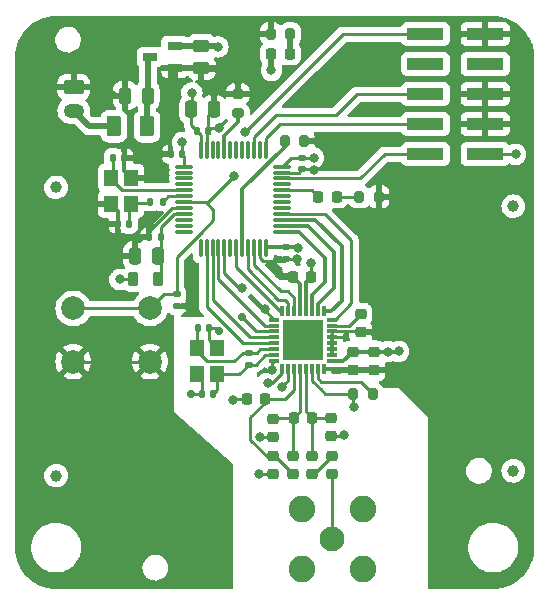
<source format=gbr>
%TF.GenerationSoftware,KiCad,Pcbnew,(6.0.4)*%
%TF.CreationDate,2022-08-25T17:00:53-03:00*%
%TF.ProjectId,rf-system-transmitter,72662d73-7973-4746-956d-2d7472616e73,rev?*%
%TF.SameCoordinates,Original*%
%TF.FileFunction,Copper,L1,Top*%
%TF.FilePolarity,Positive*%
%FSLAX46Y46*%
G04 Gerber Fmt 4.6, Leading zero omitted, Abs format (unit mm)*
G04 Created by KiCad (PCBNEW (6.0.4)) date 2022-08-25 17:00:53*
%MOMM*%
%LPD*%
G01*
G04 APERTURE LIST*
G04 Aperture macros list*
%AMRoundRect*
0 Rectangle with rounded corners*
0 $1 Rounding radius*
0 $2 $3 $4 $5 $6 $7 $8 $9 X,Y pos of 4 corners*
0 Add a 4 corners polygon primitive as box body*
4,1,4,$2,$3,$4,$5,$6,$7,$8,$9,$2,$3,0*
0 Add four circle primitives for the rounded corners*
1,1,$1+$1,$2,$3*
1,1,$1+$1,$4,$5*
1,1,$1+$1,$6,$7*
1,1,$1+$1,$8,$9*
0 Add four rect primitives between the rounded corners*
20,1,$1+$1,$2,$3,$4,$5,0*
20,1,$1+$1,$4,$5,$6,$7,0*
20,1,$1+$1,$6,$7,$8,$9,0*
20,1,$1+$1,$8,$9,$2,$3,0*%
G04 Aperture macros list end*
%TA.AperFunction,SMDPad,CuDef*%
%ADD10RoundRect,0.218750X-0.218750X-0.381250X0.218750X-0.381250X0.218750X0.381250X-0.218750X0.381250X0*%
%TD*%
%TA.AperFunction,SMDPad,CuDef*%
%ADD11RoundRect,0.225000X-0.250000X0.225000X-0.250000X-0.225000X0.250000X-0.225000X0.250000X0.225000X0*%
%TD*%
%TA.AperFunction,SMDPad,CuDef*%
%ADD12R,1.200000X1.400000*%
%TD*%
%TA.AperFunction,SMDPad,CuDef*%
%ADD13RoundRect,0.140000X-0.170000X0.140000X-0.170000X-0.140000X0.170000X-0.140000X0.170000X0.140000X0*%
%TD*%
%TA.AperFunction,SMDPad,CuDef*%
%ADD14RoundRect,0.225000X0.250000X-0.225000X0.250000X0.225000X-0.250000X0.225000X-0.250000X-0.225000X0*%
%TD*%
%TA.AperFunction,SMDPad,CuDef*%
%ADD15C,1.000000*%
%TD*%
%TA.AperFunction,SMDPad,CuDef*%
%ADD16RoundRect,0.250000X0.250000X0.475000X-0.250000X0.475000X-0.250000X-0.475000X0.250000X-0.475000X0*%
%TD*%
%TA.AperFunction,SMDPad,CuDef*%
%ADD17RoundRect,0.200000X0.200000X0.275000X-0.200000X0.275000X-0.200000X-0.275000X0.200000X-0.275000X0*%
%TD*%
%TA.AperFunction,SMDPad,CuDef*%
%ADD18RoundRect,0.140000X0.140000X0.170000X-0.140000X0.170000X-0.140000X-0.170000X0.140000X-0.170000X0*%
%TD*%
%TA.AperFunction,SMDPad,CuDef*%
%ADD19RoundRect,0.218750X0.218750X0.256250X-0.218750X0.256250X-0.218750X-0.256250X0.218750X-0.256250X0*%
%TD*%
%TA.AperFunction,SMDPad,CuDef*%
%ADD20RoundRect,0.200000X-0.200000X-0.275000X0.200000X-0.275000X0.200000X0.275000X-0.200000X0.275000X0*%
%TD*%
%TA.AperFunction,ComponentPad*%
%ADD21RoundRect,0.250000X-0.625000X0.350000X-0.625000X-0.350000X0.625000X-0.350000X0.625000X0.350000X0*%
%TD*%
%TA.AperFunction,ComponentPad*%
%ADD22O,1.750000X1.200000*%
%TD*%
%TA.AperFunction,SMDPad,CuDef*%
%ADD23RoundRect,0.200000X0.275000X-0.200000X0.275000X0.200000X-0.275000X0.200000X-0.275000X-0.200000X0*%
%TD*%
%TA.AperFunction,SMDPad,CuDef*%
%ADD24RoundRect,0.140000X-0.140000X-0.170000X0.140000X-0.170000X0.140000X0.170000X-0.140000X0.170000X0*%
%TD*%
%TA.AperFunction,SMDPad,CuDef*%
%ADD25RoundRect,0.218750X0.256250X-0.218750X0.256250X0.218750X-0.256250X0.218750X-0.256250X-0.218750X0*%
%TD*%
%TA.AperFunction,SMDPad,CuDef*%
%ADD26RoundRect,0.135000X0.185000X-0.135000X0.185000X0.135000X-0.185000X0.135000X-0.185000X-0.135000X0*%
%TD*%
%TA.AperFunction,ComponentPad*%
%ADD27C,2.100000*%
%TD*%
%TA.AperFunction,ComponentPad*%
%ADD28C,2.250000*%
%TD*%
%TA.AperFunction,SMDPad,CuDef*%
%ADD29R,0.300000X0.850000*%
%TD*%
%TA.AperFunction,SMDPad,CuDef*%
%ADD30R,0.850000X0.300000*%
%TD*%
%TA.AperFunction,SMDPad,CuDef*%
%ADD31R,3.400000X3.400000*%
%TD*%
%TA.AperFunction,SMDPad,CuDef*%
%ADD32RoundRect,0.135000X-0.135000X-0.185000X0.135000X-0.185000X0.135000X0.185000X-0.135000X0.185000X0*%
%TD*%
%TA.AperFunction,SMDPad,CuDef*%
%ADD33RoundRect,0.250000X-0.250000X-0.475000X0.250000X-0.475000X0.250000X0.475000X-0.250000X0.475000X0*%
%TD*%
%TA.AperFunction,ComponentPad*%
%ADD34C,2.000000*%
%TD*%
%TA.AperFunction,SMDPad,CuDef*%
%ADD35RoundRect,0.218750X-0.256250X0.218750X-0.256250X-0.218750X0.256250X-0.218750X0.256250X0.218750X0*%
%TD*%
%TA.AperFunction,SMDPad,CuDef*%
%ADD36RoundRect,0.250000X-0.475000X0.250000X-0.475000X-0.250000X0.475000X-0.250000X0.475000X0.250000X0*%
%TD*%
%TA.AperFunction,SMDPad,CuDef*%
%ADD37R,1.250000X0.650000*%
%TD*%
%TA.AperFunction,SMDPad,CuDef*%
%ADD38RoundRect,0.075000X-0.662500X-0.075000X0.662500X-0.075000X0.662500X0.075000X-0.662500X0.075000X0*%
%TD*%
%TA.AperFunction,SMDPad,CuDef*%
%ADD39RoundRect,0.075000X-0.075000X-0.662500X0.075000X-0.662500X0.075000X0.662500X-0.075000X0.662500X0*%
%TD*%
%TA.AperFunction,SMDPad,CuDef*%
%ADD40RoundRect,0.225000X0.225000X0.250000X-0.225000X0.250000X-0.225000X-0.250000X0.225000X-0.250000X0*%
%TD*%
%TA.AperFunction,SMDPad,CuDef*%
%ADD41R,3.150000X1.000000*%
%TD*%
%TA.AperFunction,SMDPad,CuDef*%
%ADD42RoundRect,0.225000X-0.225000X-0.250000X0.225000X-0.250000X0.225000X0.250000X-0.225000X0.250000X0*%
%TD*%
%TA.AperFunction,SMDPad,CuDef*%
%ADD43RoundRect,0.250000X-0.375000X-0.625000X0.375000X-0.625000X0.375000X0.625000X-0.375000X0.625000X0*%
%TD*%
%TA.AperFunction,ViaPad*%
%ADD44C,0.700000*%
%TD*%
%TA.AperFunction,ViaPad*%
%ADD45C,0.800000*%
%TD*%
%TA.AperFunction,Conductor*%
%ADD46C,0.250000*%
%TD*%
%TA.AperFunction,Conductor*%
%ADD47C,0.500000*%
%TD*%
%TA.AperFunction,Conductor*%
%ADD48C,0.293370*%
%TD*%
%TA.AperFunction,Conductor*%
%ADD49C,0.300000*%
%TD*%
G04 APERTURE END LIST*
D10*
%TO.P,FB1,1*%
%TO.N,+3V3*%
X56537500Y-44750000D03*
%TO.P,FB1,2*%
%TO.N,+3.3VA*%
X58662500Y-44750000D03*
%TD*%
D11*
%TO.P,C12,1*%
%TO.N,Net-(C12-Pad1)*%
X68400000Y-59725000D03*
%TO.P,C12,2*%
%TO.N,GND*%
X68400000Y-61275000D03*
%TD*%
D12*
%TO.P,X1,1,1*%
%TO.N,XC1*%
X61950000Y-50600000D03*
%TO.P,X1,2,2*%
%TO.N,GND*%
X61950000Y-52800000D03*
%TO.P,X1,3,3*%
%TO.N,XC2*%
X63650000Y-52800000D03*
%TO.P,X1,4,4*%
%TO.N,GND*%
X63650000Y-50600000D03*
%TD*%
D13*
%TO.P,C16,1*%
%TO.N,+3V3*%
X70800000Y-34520000D03*
%TO.P,C16,2*%
%TO.N,GND*%
X70800000Y-35480000D03*
%TD*%
D14*
%TO.P,C10,1*%
%TO.N,GND*%
X73300000Y-58075000D03*
%TO.P,C10,2*%
%TO.N,Net-(C10-Pad2)*%
X73300000Y-56525000D03*
%TD*%
D15*
%TO.P,FID1,*%
%TO.N,*%
X50000000Y-37000000D03*
%TD*%
D16*
%TO.P,C2,1*%
%TO.N,Net-(C2-Pad1)*%
X57750000Y-29225000D03*
%TO.P,C2,2*%
%TO.N,GND*%
X55850000Y-29225000D03*
%TD*%
D17*
%TO.P,R3,1*%
%TO.N,Net-(D1-Pad1)*%
X69837500Y-24000000D03*
%TO.P,R3,2*%
%TO.N,GND*%
X68187500Y-24000000D03*
%TD*%
D16*
%TO.P,C21,1*%
%TO.N,+3.3VA*%
X58600000Y-42800000D03*
%TO.P,C21,2*%
%TO.N,GND*%
X56700000Y-42800000D03*
%TD*%
D18*
%TO.P,C20,1*%
%TO.N,Net-(C20-Pad1)*%
X56180000Y-40100000D03*
%TO.P,C20,2*%
%TO.N,GND*%
X55220000Y-40100000D03*
%TD*%
D19*
%TO.P,D1,1,K*%
%TO.N,Net-(D1-Pad1)*%
X69775000Y-25700000D03*
%TO.P,D1,2,A*%
%TO.N,+3V3*%
X68200000Y-25700000D03*
%TD*%
D20*
%TO.P,R6,1*%
%TO.N,BOOT1*%
X69375000Y-33100000D03*
%TO.P,R6,2*%
%TO.N,GND*%
X71025000Y-33100000D03*
%TD*%
D21*
%TO.P,J1,1,Pin_1*%
%TO.N,GND*%
X51500000Y-28525000D03*
D22*
%TO.P,J1,2,Pin_2*%
%TO.N,+3V7*%
X51500000Y-30525000D03*
%TD*%
D11*
%TO.P,C6,1*%
%TO.N,+3V3*%
X76900000Y-50925000D03*
%TO.P,C6,2*%
%TO.N,GND*%
X76900000Y-52475000D03*
%TD*%
D14*
%TO.P,C3,1*%
%TO.N,GND*%
X75800000Y-49275000D03*
%TO.P,C3,2*%
%TO.N,Net-(C3-Pad2)*%
X75800000Y-47725000D03*
%TD*%
D23*
%TO.P,R4,1*%
%TO.N,BOOT0*%
X65400000Y-30725000D03*
%TO.P,R4,2*%
%TO.N,GND*%
X65400000Y-29075000D03*
%TD*%
D24*
%TO.P,C15,1*%
%TO.N,+3V3*%
X61920000Y-32200000D03*
%TO.P,C15,2*%
%TO.N,GND*%
X62880000Y-32200000D03*
%TD*%
D18*
%TO.P,C17,1*%
%TO.N,+3V3*%
X60680000Y-34200000D03*
%TO.P,C17,2*%
%TO.N,GND*%
X59720000Y-34200000D03*
%TD*%
D15*
%TO.P,FID3,*%
%TO.N,*%
X50000000Y-61400000D03*
%TD*%
D25*
%TO.P,L3,1*%
%TO.N,Net-(C12-Pad1)*%
X70100000Y-61287500D03*
%TO.P,L3,2*%
%TO.N,Net-(C11-Pad1)*%
X70100000Y-59712500D03*
%TD*%
D15*
%TO.P,FID2,*%
%TO.N,*%
X88700000Y-38600000D03*
%TD*%
D12*
%TO.P,X2,1,1*%
%TO.N,OSC_IN*%
X54650000Y-36200000D03*
%TO.P,X2,2,2*%
%TO.N,GND*%
X54650000Y-38400000D03*
%TO.P,X2,3,3*%
%TO.N,Net-(C20-Pad1)*%
X56350000Y-38400000D03*
%TO.P,X2,4,4*%
%TO.N,GND*%
X56350000Y-36200000D03*
%TD*%
D26*
%TO.P,R1,1*%
%TO.N,XC2*%
X66300000Y-52010000D03*
%TO.P,R1,2*%
%TO.N,XC1*%
X66300000Y-50990000D03*
%TD*%
D19*
%TO.P,L1,1*%
%TO.N,Net-(C10-Pad2)*%
X71687500Y-56500000D03*
%TO.P,L1,2*%
%TO.N,Net-(C11-Pad1)*%
X70112500Y-56500000D03*
%TD*%
D11*
%TO.P,C9,1*%
%TO.N,+3V3*%
X75100000Y-50925000D03*
%TO.P,C9,2*%
%TO.N,GND*%
X75100000Y-52475000D03*
%TD*%
D27*
%TO.P,J2,1,1*%
%TO.N,Net-(C13-Pad2)*%
X73400000Y-66800000D03*
D28*
%TO.P,J2,2,2*%
%TO.N,GND*%
X75950000Y-69350000D03*
%TO.P,J2,3,3*%
X75950000Y-64250000D03*
%TO.P,J2,4,4*%
X70850000Y-64250000D03*
%TO.P,J2,5,5*%
X70850000Y-69350000D03*
%TD*%
D29*
%TO.P,IC1,1,TRX_CE*%
%TO.N,TRX_CE*%
X72650000Y-47500000D03*
%TO.P,IC1,2,PWR_UP*%
%TO.N,PWR_UP*%
X72150000Y-47500000D03*
%TO.P,IC1,3,UPCLK*%
%TO.N,UPCLK*%
X71650000Y-47500000D03*
%TO.P,IC1,4,VDD_1*%
%TO.N,+3V3*%
X71150000Y-47500000D03*
%TO.P,IC1,5,VSS_1*%
%TO.N,GND*%
X70650000Y-47500000D03*
%TO.P,IC1,6,CD*%
%TO.N,CD*%
X70150000Y-47500000D03*
%TO.P,IC1,7,AM*%
%TO.N,AM*%
X69650000Y-47500000D03*
%TO.P,IC1,8,DR*%
%TO.N,DR*%
X69150000Y-47500000D03*
D30*
%TO.P,IC1,9,VSS_2*%
%TO.N,GND*%
X68450000Y-48200000D03*
%TO.P,IC1,10,MISO*%
%TO.N,SPI_MISO*%
X68450000Y-48700000D03*
%TO.P,IC1,11,MOSI*%
%TO.N,SPI_MOSI*%
X68450000Y-49200000D03*
%TO.P,IC1,12,SCK*%
%TO.N,SPI_SCK*%
X68450000Y-49700000D03*
%TO.P,IC1,13,CSN*%
%TO.N,SPI_CSN*%
X68450000Y-50200000D03*
%TO.P,IC1,14,XC1*%
%TO.N,XC1*%
X68450000Y-50700000D03*
%TO.P,IC1,15,XC2*%
%TO.N,XC2*%
X68450000Y-51200000D03*
%TO.P,IC1,16,VSS_3*%
%TO.N,GND*%
X68450000Y-51700000D03*
D29*
%TO.P,IC1,17,VDD_2*%
%TO.N,+3V3*%
X69150000Y-52400000D03*
%TO.P,IC1,18,VSS_4*%
%TO.N,GND*%
X69650000Y-52400000D03*
%TO.P,IC1,19,VDD_PA*%
%TO.N,Net-(C12-Pad1)*%
X70150000Y-52400000D03*
%TO.P,IC1,20,ANT1*%
%TO.N,Net-(C11-Pad1)*%
X70650000Y-52400000D03*
%TO.P,IC1,21,ANT2*%
%TO.N,Net-(C10-Pad2)*%
X71150000Y-52400000D03*
%TO.P,IC1,22,VSS_5*%
%TO.N,GND*%
X71650000Y-52400000D03*
%TO.P,IC1,23,IREF*%
%TO.N,Net-(IC1-Pad23)*%
X72150000Y-52400000D03*
%TO.P,IC1,24,VSS_6*%
%TO.N,GND*%
X72650000Y-52400000D03*
D30*
%TO.P,IC1,25,VDD_3*%
%TO.N,+3V3*%
X73350000Y-51700000D03*
%TO.P,IC1,26,VSS_7*%
%TO.N,GND*%
X73350000Y-51200000D03*
%TO.P,IC1,27,VSS_8*%
X73350000Y-50700000D03*
%TO.P,IC1,28,VSS_9*%
X73350000Y-50200000D03*
%TO.P,IC1,29,VSS_10*%
X73350000Y-49700000D03*
%TO.P,IC1,30,VSS_11*%
X73350000Y-49200000D03*
%TO.P,IC1,31,DVDD_1V2*%
%TO.N,Net-(C3-Pad2)*%
X73350000Y-48700000D03*
%TO.P,IC1,32,TX_EN*%
%TO.N,TX_EN*%
X73350000Y-48200000D03*
D31*
%TO.P,IC1,33,EP*%
%TO.N,unconnected-(IC1-Pad33)*%
X70900000Y-49950000D03*
%TD*%
D20*
%TO.P,R7,1*%
%TO.N,Net-(D2-Pad1)*%
X75675000Y-37800000D03*
%TO.P,R7,2*%
%TO.N,GND*%
X77325000Y-37800000D03*
%TD*%
D15*
%TO.P,FID4,*%
%TO.N,*%
X88700000Y-61000000D03*
%TD*%
D32*
%TO.P,R5,1*%
%TO.N,Net-(C20-Pad1)*%
X57990000Y-38200000D03*
%TO.P,R5,2*%
%TO.N,OSC_OUT*%
X59010000Y-38200000D03*
%TD*%
D33*
%TO.P,C14,1*%
%TO.N,+3V3*%
X61450000Y-30400000D03*
%TO.P,C14,2*%
%TO.N,GND*%
X63350000Y-30400000D03*
%TD*%
D17*
%TO.P,R2,1*%
%TO.N,Net-(IC1-Pad23)*%
X76825000Y-54500000D03*
%TO.P,R2,2*%
%TO.N,GND*%
X75175000Y-54500000D03*
%TD*%
D34*
%TO.P,SW1,1,1*%
%TO.N,NRST*%
X57950000Y-47250000D03*
X51450000Y-47250000D03*
%TO.P,SW1,2,2*%
%TO.N,GND*%
X57950000Y-51750000D03*
X51450000Y-51750000D03*
%TD*%
D11*
%TO.P,C13,1*%
%TO.N,Net-(C13-Pad1)*%
X73400000Y-59725000D03*
%TO.P,C13,2*%
%TO.N,Net-(C13-Pad2)*%
X73400000Y-61275000D03*
%TD*%
D35*
%TO.P,L2,1*%
%TO.N,Net-(C10-Pad2)*%
X71700000Y-59712500D03*
%TO.P,L2,2*%
%TO.N,Net-(C13-Pad1)*%
X71700000Y-61287500D03*
%TD*%
D36*
%TO.P,C8,1*%
%TO.N,+3V3*%
X62300000Y-25000000D03*
%TO.P,C8,2*%
%TO.N,GND*%
X62300000Y-26900000D03*
%TD*%
D37*
%TO.P,IC2,1,GND*%
%TO.N,GND*%
X60050000Y-26900000D03*
%TO.P,IC2,2,VOUT*%
%TO.N,+3V3*%
X60050000Y-25000000D03*
%TO.P,IC2,3,VIN*%
%TO.N,Net-(C2-Pad1)*%
X57950000Y-25950000D03*
%TD*%
D24*
%TO.P,C4,1*%
%TO.N,XC1*%
X62020000Y-48900000D03*
%TO.P,C4,2*%
%TO.N,GND*%
X62980000Y-48900000D03*
%TD*%
D38*
%TO.P,U1,1,VBAT*%
%TO.N,+3V3*%
X60837500Y-35250000D03*
%TO.P,U1,2,PC13*%
%TO.N,unconnected-(U1-Pad2)*%
X60837500Y-35750000D03*
%TO.P,U1,3,PC14*%
%TO.N,unconnected-(U1-Pad3)*%
X60837500Y-36250000D03*
%TO.P,U1,4,PC15*%
%TO.N,unconnected-(U1-Pad4)*%
X60837500Y-36750000D03*
%TO.P,U1,5,PD0*%
%TO.N,OSC_IN*%
X60837500Y-37250000D03*
%TO.P,U1,6,PD1*%
%TO.N,OSC_OUT*%
X60837500Y-37750000D03*
%TO.P,U1,7,NRST*%
%TO.N,NRST*%
X60837500Y-38250000D03*
%TO.P,U1,8,VSSA*%
%TO.N,GND*%
X60837500Y-38750000D03*
%TO.P,U1,9,VDDA*%
%TO.N,+3.3VA*%
X60837500Y-39250000D03*
%TO.P,U1,10,PA0*%
%TO.N,unconnected-(U1-Pad10)*%
X60837500Y-39750000D03*
%TO.P,U1,11,PA1*%
%TO.N,unconnected-(U1-Pad11)*%
X60837500Y-40250000D03*
%TO.P,U1,12,PA2*%
%TO.N,unconnected-(U1-Pad12)*%
X60837500Y-40750000D03*
D39*
%TO.P,U1,13,PA3*%
%TO.N,unconnected-(U1-Pad13)*%
X62250000Y-42162500D03*
%TO.P,U1,14,PA4*%
%TO.N,SPI_CSN*%
X62750000Y-42162500D03*
%TO.P,U1,15,PA5*%
%TO.N,SPI_SCK*%
X63250000Y-42162500D03*
%TO.P,U1,16,PA6*%
%TO.N,SPI_MISO*%
X63750000Y-42162500D03*
%TO.P,U1,17,PA7*%
%TO.N,SPI_MOSI*%
X64250000Y-42162500D03*
%TO.P,U1,18,PB0*%
%TO.N,unconnected-(U1-Pad18)*%
X64750000Y-42162500D03*
%TO.P,U1,19,PB1*%
%TO.N,DR*%
X65250000Y-42162500D03*
%TO.P,U1,20,PB2*%
%TO.N,BOOT1*%
X65750000Y-42162500D03*
%TO.P,U1,21,PB10*%
%TO.N,AM*%
X66250000Y-42162500D03*
%TO.P,U1,22,PB11*%
%TO.N,CD*%
X66750000Y-42162500D03*
%TO.P,U1,23,VSS*%
%TO.N,GND*%
X67250000Y-42162500D03*
%TO.P,U1,24,VDD*%
%TO.N,+3V3*%
X67750000Y-42162500D03*
D38*
%TO.P,U1,25,PB12*%
%TO.N,UPCLK*%
X69162500Y-40750000D03*
%TO.P,U1,26,PB13*%
%TO.N,PWR_UP*%
X69162500Y-40250000D03*
%TO.P,U1,27,PB14*%
%TO.N,TRX_CE*%
X69162500Y-39750000D03*
%TO.P,U1,28,PB15*%
%TO.N,TX_EN*%
X69162500Y-39250000D03*
%TO.P,U1,29,PA8*%
%TO.N,unconnected-(U1-Pad29)*%
X69162500Y-38750000D03*
%TO.P,U1,30,PA9*%
%TO.N,unconnected-(U1-Pad30)*%
X69162500Y-38250000D03*
%TO.P,U1,31,PA10*%
%TO.N,unconnected-(U1-Pad31)*%
X69162500Y-37750000D03*
%TO.P,U1,32,PA11*%
%TO.N,STATUS*%
X69162500Y-37250000D03*
%TO.P,U1,33,PA12*%
%TO.N,unconnected-(U1-Pad33)*%
X69162500Y-36750000D03*
%TO.P,U1,34,PA13*%
%TO.N,SWDIO*%
X69162500Y-36250000D03*
%TO.P,U1,35,VSS*%
%TO.N,GND*%
X69162500Y-35750000D03*
%TO.P,U1,36,VDD*%
%TO.N,+3V3*%
X69162500Y-35250000D03*
D39*
%TO.P,U1,37,PA14*%
%TO.N,SWCLK*%
X67750000Y-33837500D03*
%TO.P,U1,38,PA15*%
%TO.N,unconnected-(U1-Pad38)*%
X67250000Y-33837500D03*
%TO.P,U1,39,PB3*%
%TO.N,SWO*%
X66750000Y-33837500D03*
%TO.P,U1,40,PB4*%
%TO.N,unconnected-(U1-Pad40)*%
X66250000Y-33837500D03*
%TO.P,U1,41,PB5*%
%TO.N,unconnected-(U1-Pad41)*%
X65750000Y-33837500D03*
%TO.P,U1,42,PB6*%
%TO.N,unconnected-(U1-Pad42)*%
X65250000Y-33837500D03*
%TO.P,U1,43,PB7*%
%TO.N,unconnected-(U1-Pad43)*%
X64750000Y-33837500D03*
%TO.P,U1,44,BOOT0*%
%TO.N,BOOT0*%
X64250000Y-33837500D03*
%TO.P,U1,45,PB8*%
%TO.N,unconnected-(U1-Pad45)*%
X63750000Y-33837500D03*
%TO.P,U1,46,PB9*%
%TO.N,unconnected-(U1-Pad46)*%
X63250000Y-33837500D03*
%TO.P,U1,47,VSS*%
%TO.N,GND*%
X62750000Y-33837500D03*
%TO.P,U1,48,VDD*%
%TO.N,+3V3*%
X62250000Y-33837500D03*
%TD*%
D40*
%TO.P,C7,1*%
%TO.N,Net-(C12-Pad1)*%
X67675000Y-54900000D03*
%TO.P,C7,2*%
%TO.N,GND*%
X66125000Y-54900000D03*
%TD*%
D19*
%TO.P,D2,1,K*%
%TO.N,Net-(D2-Pad1)*%
X73787500Y-37800000D03*
%TO.P,D2,2,A*%
%TO.N,STATUS*%
X72212500Y-37800000D03*
%TD*%
D24*
%TO.P,C19,1*%
%TO.N,OSC_IN*%
X54820000Y-34500000D03*
%TO.P,C19,2*%
%TO.N,GND*%
X55780000Y-34500000D03*
%TD*%
D41*
%TO.P,J3,1,Pin_1*%
%TO.N,+3V3*%
X86325000Y-34180000D03*
%TO.P,J3,2,Pin_2*%
%TO.N,SWDIO*%
X81275000Y-34180000D03*
%TO.P,J3,3,Pin_3*%
%TO.N,GND*%
X86325000Y-31640000D03*
%TO.P,J3,4,Pin_4*%
%TO.N,SWCLK*%
X81275000Y-31640000D03*
%TO.P,J3,5,Pin_5*%
%TO.N,GND*%
X86325000Y-29100000D03*
%TO.P,J3,6,Pin_6*%
%TO.N,SWO*%
X81275000Y-29100000D03*
%TO.P,J3,7,Pin_7*%
%TO.N,unconnected-(J3-Pad7)*%
X86325000Y-26560000D03*
%TO.P,J3,8,Pin_8*%
%TO.N,unconnected-(J3-Pad8)*%
X81275000Y-26560000D03*
%TO.P,J3,9,Pin_9*%
%TO.N,GND*%
X86325000Y-24020000D03*
%TO.P,J3,10,Pin_10*%
%TO.N,NRST*%
X81275000Y-24020000D03*
%TD*%
D13*
%TO.P,C18,1*%
%TO.N,+3V3*%
X69500000Y-42070000D03*
%TO.P,C18,2*%
%TO.N,GND*%
X69500000Y-43030000D03*
%TD*%
%TO.P,C23,1*%
%TO.N,NRST*%
X60200000Y-46070000D03*
%TO.P,C23,2*%
%TO.N,GND*%
X60200000Y-47030000D03*
%TD*%
D42*
%TO.P,C1,1*%
%TO.N,GND*%
X70025000Y-44600000D03*
%TO.P,C1,2*%
%TO.N,+3V3*%
X71575000Y-44600000D03*
%TD*%
D18*
%TO.P,C5,1*%
%TO.N,XC2*%
X63280000Y-54500000D03*
%TO.P,C5,2*%
%TO.N,GND*%
X62320000Y-54500000D03*
%TD*%
%TO.P,C22,1*%
%TO.N,+3.3VA*%
X58860000Y-41200000D03*
%TO.P,C22,2*%
%TO.N,GND*%
X57900000Y-41200000D03*
%TD*%
D11*
%TO.P,C11,1*%
%TO.N,Net-(C11-Pad1)*%
X68400000Y-56625000D03*
%TO.P,C11,2*%
%TO.N,GND*%
X68400000Y-58175000D03*
%TD*%
D43*
%TO.P,F1,1*%
%TO.N,+3V7*%
X54900000Y-31825000D03*
%TO.P,F1,2*%
%TO.N,Net-(C2-Pad1)*%
X57700000Y-31825000D03*
%TD*%
D44*
%TO.N,GND*%
X54300000Y-40100000D03*
D45*
X52000000Y-42000000D03*
X63400000Y-29000000D03*
X75200000Y-55600000D03*
X63000000Y-69000000D03*
X61200000Y-47050000D03*
X65000000Y-55000000D03*
X88900000Y-31700000D03*
X53000000Y-54000000D03*
D44*
X61400000Y-54500000D03*
D45*
X72100000Y-33100000D03*
X54700000Y-29200000D03*
X52000000Y-34000000D03*
X67650000Y-47300000D03*
X47960375Y-54000000D03*
X59700000Y-28500000D03*
X69100000Y-53900000D03*
X83020073Y-62000000D03*
X65400000Y-28000000D03*
X88900000Y-29100000D03*
X48000000Y-46000000D03*
X79020073Y-42000000D03*
X68300000Y-52500000D03*
X71800000Y-35500000D03*
X83015554Y-53998146D03*
X67300000Y-58100000D03*
X83020073Y-38000000D03*
X58800000Y-34200000D03*
X48000000Y-34000000D03*
X78400000Y-37800000D03*
X63700000Y-27000000D03*
D44*
X63800000Y-49200000D03*
D45*
X78100000Y-52500000D03*
X67200000Y-61300000D03*
X57000000Y-54000000D03*
X79020073Y-46000000D03*
X83020073Y-46000000D03*
D44*
X55500000Y-42800000D03*
D45*
X83000000Y-58000000D03*
X47993482Y-42000000D03*
X48000000Y-58000000D03*
D44*
X56700000Y-34500000D03*
D45*
X87020073Y-46000000D03*
X83020073Y-50000000D03*
X87000000Y-58000000D03*
X63800000Y-32000000D03*
X83020073Y-42000000D03*
X63000000Y-65000000D03*
X83020073Y-66000000D03*
X53000000Y-58000000D03*
X79000000Y-52500000D03*
X84000000Y-24100000D03*
X70400000Y-43100000D03*
X67000000Y-24000000D03*
X87020073Y-54000000D03*
X63000000Y-61000000D03*
D44*
X57000000Y-41400000D03*
D45*
X87000000Y-50000000D03*
X77000000Y-49300000D03*
X68900000Y-44300000D03*
X74400000Y-58000000D03*
X87020073Y-42000000D03*
%TO.N,+3V3*%
X78992988Y-50892899D03*
X63700000Y-25100000D03*
X78100000Y-50900000D03*
X61500000Y-29000000D03*
X88900000Y-34200000D03*
X71600000Y-43400000D03*
X68237500Y-27100000D03*
X55400000Y-44800000D03*
X60700000Y-33200000D03*
X71800000Y-34500000D03*
X67900000Y-53600000D03*
X70500000Y-42100000D03*
%TO.N,NRST*%
X65100000Y-36000000D03*
X66000000Y-32300000D03*
%TO.N,SPI_MOSI*%
X65700000Y-45500000D03*
D44*
X65700000Y-48000000D03*
%TD*%
D46*
%TO.N,+3V3*%
X56487500Y-44800000D02*
X56537500Y-44750000D01*
X55400000Y-44800000D02*
X56487500Y-44800000D01*
%TO.N,GND*%
X57950000Y-51750000D02*
X51450000Y-51750000D01*
%TO.N,NRST*%
X57950000Y-47250000D02*
X51450000Y-47250000D01*
X59130000Y-46070000D02*
X57950000Y-47250000D01*
X60200000Y-46070000D02*
X59130000Y-46070000D01*
%TO.N,GND*%
X57200000Y-41200000D02*
X57000000Y-41400000D01*
X57900000Y-41200000D02*
X57200000Y-41200000D01*
X55500000Y-42800000D02*
X56700000Y-42800000D01*
X57900000Y-40700000D02*
X57900000Y-41200000D01*
X59850000Y-38750000D02*
X57900000Y-40700000D01*
X60837500Y-38750000D02*
X59850000Y-38750000D01*
D47*
X62400000Y-27000000D02*
X62300000Y-26900000D01*
D48*
X86385000Y-31700000D02*
X86325000Y-31640000D01*
D47*
X67000000Y-24000000D02*
X68187500Y-24000000D01*
X60050000Y-26900000D02*
X62300000Y-26900000D01*
D48*
X88900000Y-31700000D02*
X86385000Y-31700000D01*
D46*
X70530000Y-35750000D02*
X70800000Y-35480000D01*
X70800000Y-35480000D02*
X71780000Y-35480000D01*
X63800000Y-32000000D02*
X63080000Y-32000000D01*
X61180000Y-47030000D02*
X61200000Y-47050000D01*
X62750000Y-33837500D02*
X62750000Y-32330000D01*
X73350000Y-49200000D02*
X75725000Y-49200000D01*
X68300000Y-52500000D02*
X68300000Y-51850000D01*
X62880000Y-30870000D02*
X63350000Y-30400000D01*
X63400000Y-30350000D02*
X63350000Y-30400000D01*
D47*
X63700000Y-27000000D02*
X62400000Y-27000000D01*
D48*
X76925000Y-52500000D02*
X76900000Y-52475000D01*
D49*
X70650000Y-47500000D02*
X70650000Y-45225000D01*
D46*
X67225000Y-61275000D02*
X67200000Y-61300000D01*
X67300000Y-58100000D02*
X68325000Y-58100000D01*
X76975000Y-49275000D02*
X77000000Y-49300000D01*
D48*
X84000000Y-24100000D02*
X86245000Y-24100000D01*
X69100000Y-53900000D02*
X69650000Y-53350000D01*
D49*
X75025000Y-52400000D02*
X75100000Y-52475000D01*
D46*
X69280480Y-43249520D02*
X69500000Y-43030000D01*
X68900000Y-44300000D02*
X69725000Y-44300000D01*
D49*
X55220000Y-38970000D02*
X54650000Y-38400000D01*
D46*
X62750000Y-32330000D02*
X62880000Y-32200000D01*
X63080000Y-32000000D02*
X62880000Y-32200000D01*
X62320000Y-54500000D02*
X61400000Y-54500000D01*
D48*
X88900000Y-29100000D02*
X86325000Y-29100000D01*
D46*
X58800000Y-34200000D02*
X59720000Y-34200000D01*
X62320000Y-53170000D02*
X61950000Y-52800000D01*
X68325000Y-58100000D02*
X68400000Y-58175000D01*
X67650000Y-47300000D02*
X67650000Y-47400000D01*
X60200000Y-47030000D02*
X61180000Y-47030000D01*
D49*
X75100000Y-52475000D02*
X76900000Y-52475000D01*
D46*
X62980000Y-49930000D02*
X63650000Y-50600000D01*
D48*
X69650000Y-53350000D02*
X69650000Y-52400000D01*
D46*
X69725000Y-44300000D02*
X70025000Y-44600000D01*
X75725000Y-49200000D02*
X75800000Y-49275000D01*
X67250000Y-43000361D02*
X67499159Y-43249520D01*
D48*
X75175000Y-54500000D02*
X72785556Y-54500000D01*
D46*
X72100000Y-33100000D02*
X71025000Y-33100000D01*
X77325000Y-37800000D02*
X78400000Y-37800000D01*
D49*
X55220000Y-40100000D02*
X55220000Y-38970000D01*
D46*
X67499159Y-43249520D02*
X69280480Y-43249520D01*
D48*
X71650000Y-53364443D02*
X72392778Y-54107222D01*
D46*
X68300000Y-51850000D02*
X68450000Y-51700000D01*
D48*
X72785556Y-54500000D02*
X72392778Y-54107222D01*
D46*
X67250000Y-42162500D02*
X67250000Y-43000361D01*
X67650000Y-47400000D02*
X68450000Y-48200000D01*
X63500000Y-48900000D02*
X63800000Y-49200000D01*
D49*
X55780000Y-34500000D02*
X55780000Y-35630000D01*
D48*
X65100000Y-54900000D02*
X65000000Y-55000000D01*
D49*
X55220000Y-40100000D02*
X54300000Y-40100000D01*
D48*
X66125000Y-54900000D02*
X65100000Y-54900000D01*
D47*
X59700000Y-28500000D02*
X59700000Y-27250000D01*
D46*
X73350000Y-49200000D02*
X73350000Y-51200000D01*
X70330000Y-43030000D02*
X70400000Y-43100000D01*
D48*
X78100000Y-52500000D02*
X76925000Y-52500000D01*
X86245000Y-24100000D02*
X86325000Y-24020000D01*
X75175000Y-54500000D02*
X75175000Y-55575000D01*
D46*
X62980000Y-48900000D02*
X62980000Y-49930000D01*
D47*
X59700000Y-27250000D02*
X60050000Y-26900000D01*
D49*
X55780000Y-34500000D02*
X56700000Y-34500000D01*
D46*
X69500000Y-43030000D02*
X70330000Y-43030000D01*
X74325000Y-58075000D02*
X74400000Y-58000000D01*
X69162500Y-35750000D02*
X70530000Y-35750000D01*
D49*
X55780000Y-35630000D02*
X56350000Y-36200000D01*
X70650000Y-45225000D02*
X70025000Y-44600000D01*
D46*
X62880000Y-32200000D02*
X62880000Y-30870000D01*
X73300000Y-58075000D02*
X74325000Y-58075000D01*
X54700000Y-29200000D02*
X55825000Y-29200000D01*
D48*
X79000000Y-52500000D02*
X78100000Y-52500000D01*
X71650000Y-52400000D02*
X71650000Y-53364443D01*
D46*
X62320000Y-54500000D02*
X62320000Y-53170000D01*
X63400000Y-29000000D02*
X63400000Y-30350000D01*
X62980000Y-48900000D02*
X63500000Y-48900000D01*
X75800000Y-49275000D02*
X76975000Y-49275000D01*
X68400000Y-61275000D02*
X67225000Y-61275000D01*
X55825000Y-29200000D02*
X55850000Y-29225000D01*
X65400000Y-28000000D02*
X65400000Y-29075000D01*
D48*
X75175000Y-55575000D02*
X75200000Y-55600000D01*
D49*
X72650000Y-52400000D02*
X75025000Y-52400000D01*
D46*
X71780000Y-35480000D02*
X71800000Y-35500000D01*
%TO.N,+3V3*%
X60837500Y-34357500D02*
X60680000Y-34200000D01*
D49*
X67842500Y-42070000D02*
X67750000Y-42162500D01*
D46*
X61450000Y-30400000D02*
X61450000Y-31730000D01*
D48*
X88880000Y-34180000D02*
X88900000Y-34200000D01*
D49*
X78075000Y-50925000D02*
X78100000Y-50900000D01*
D46*
X70800000Y-34520000D02*
X71780000Y-34520000D01*
D49*
X76900000Y-50925000D02*
X78075000Y-50925000D01*
D46*
X71600000Y-44575000D02*
X71575000Y-44600000D01*
X62250000Y-33837500D02*
X62250000Y-32530000D01*
D49*
X71150000Y-47500000D02*
X71150000Y-45025000D01*
X75100000Y-50925000D02*
X76900000Y-50925000D01*
D48*
X69150000Y-52705282D02*
X69150000Y-52400000D01*
D47*
X60050000Y-25000000D02*
X62300000Y-25000000D01*
D48*
X68255282Y-53600000D02*
X69150000Y-52705282D01*
D46*
X61500000Y-30350000D02*
X61450000Y-30400000D01*
X61450000Y-31730000D02*
X61920000Y-32200000D01*
D47*
X63600000Y-25000000D02*
X63700000Y-25100000D01*
D48*
X86325000Y-34180000D02*
X88880000Y-34180000D01*
D46*
X62250000Y-32530000D02*
X61920000Y-32200000D01*
D47*
X62300000Y-25000000D02*
X63600000Y-25000000D01*
D49*
X69500000Y-42070000D02*
X67842500Y-42070000D01*
X69500000Y-42070000D02*
X70470000Y-42070000D01*
D46*
X70800000Y-34520000D02*
X69892500Y-34520000D01*
D49*
X78100000Y-50900000D02*
X78985887Y-50900000D01*
D46*
X60680000Y-34200000D02*
X60680000Y-33220000D01*
X71600000Y-43400000D02*
X71600000Y-44575000D01*
X71780000Y-34520000D02*
X71800000Y-34500000D01*
D48*
X67900000Y-53600000D02*
X68255282Y-53600000D01*
D47*
X68200000Y-25700000D02*
X68200000Y-27062500D01*
D46*
X61500000Y-29000000D02*
X61500000Y-30350000D01*
X60680000Y-33220000D02*
X60700000Y-33200000D01*
D49*
X74325000Y-51700000D02*
X75100000Y-50925000D01*
D47*
X68200000Y-27062500D02*
X68237500Y-27100000D01*
D49*
X78985887Y-50900000D02*
X78992988Y-50892899D01*
X73350000Y-51700000D02*
X74325000Y-51700000D01*
D46*
X60837500Y-35250000D02*
X60837500Y-34357500D01*
D49*
X70470000Y-42070000D02*
X70500000Y-42100000D01*
D46*
X69892500Y-34520000D02*
X69162500Y-35250000D01*
D47*
%TO.N,Net-(C2-Pad1)*%
X57750000Y-29225000D02*
X57750000Y-26150000D01*
X57700000Y-31825000D02*
X57700000Y-29275000D01*
X57700000Y-29275000D02*
X57750000Y-29225000D01*
X57750000Y-26150000D02*
X57950000Y-25950000D01*
D46*
%TO.N,Net-(C3-Pad2)*%
X74825000Y-48700000D02*
X75800000Y-47725000D01*
X73350000Y-48700000D02*
X74825000Y-48700000D01*
%TO.N,XC1*%
X62800000Y-51700000D02*
X61950000Y-50850000D01*
X66300000Y-50990000D02*
X65810000Y-50990000D01*
X67300000Y-50700000D02*
X68450000Y-50700000D01*
X61950000Y-50600000D02*
X61950000Y-48970000D01*
X67010000Y-50990000D02*
X67300000Y-50700000D01*
X65810000Y-50990000D02*
X65100000Y-51700000D01*
X61950000Y-50850000D02*
X61950000Y-50600000D01*
X65100000Y-51700000D02*
X62800000Y-51700000D01*
X66300000Y-50990000D02*
X67010000Y-50990000D01*
X61950000Y-48970000D02*
X62020000Y-48900000D01*
%TO.N,XC2*%
X65510000Y-52800000D02*
X63650000Y-52800000D01*
X66300000Y-52010000D02*
X66890000Y-52010000D01*
X66890000Y-52010000D02*
X67700000Y-51200000D01*
X67700000Y-51200000D02*
X68450000Y-51200000D01*
X63650000Y-52800000D02*
X63650000Y-54130000D01*
X63650000Y-54130000D02*
X63280000Y-54500000D01*
X66300000Y-52010000D02*
X65510000Y-52800000D01*
D48*
%TO.N,Net-(C12-Pad1)*%
X66450000Y-56450000D02*
X67675000Y-55225000D01*
X68400000Y-59725000D02*
X67825000Y-59725000D01*
X66450000Y-56450000D02*
X66450000Y-58350000D01*
X68537500Y-59725000D02*
X70100000Y-61287500D01*
X67675000Y-55225000D02*
X67675000Y-54900000D01*
X67825000Y-59725000D02*
X66450000Y-58350000D01*
X70150000Y-54150000D02*
X70150000Y-52400000D01*
X69400000Y-54900000D02*
X70150000Y-54150000D01*
X68400000Y-59725000D02*
X68537500Y-59725000D01*
X67675000Y-54900000D02*
X69400000Y-54900000D01*
%TO.N,Net-(C10-Pad2)*%
X71150000Y-52400000D02*
X71150000Y-55962500D01*
X71687500Y-59700000D02*
X71700000Y-59712500D01*
X71687500Y-56500000D02*
X71687500Y-59700000D01*
X71687500Y-56500000D02*
X73275000Y-56500000D01*
X71150000Y-55962500D02*
X71687500Y-56500000D01*
X73275000Y-56500000D02*
X73300000Y-56525000D01*
%TO.N,Net-(C11-Pad1)*%
X68525000Y-56500000D02*
X68400000Y-56625000D01*
X70100000Y-59712500D02*
X70100000Y-56512500D01*
X70112500Y-56500000D02*
X68525000Y-56500000D01*
X70650000Y-55962500D02*
X70112500Y-56500000D01*
X70100000Y-56512500D02*
X70112500Y-56500000D01*
X70650000Y-52400000D02*
X70650000Y-55962500D01*
%TO.N,Net-(C13-Pad1)*%
X71837500Y-61287500D02*
X73400000Y-59725000D01*
X71700000Y-61287500D02*
X71837500Y-61287500D01*
%TO.N,Net-(C13-Pad2)*%
X73400000Y-61275000D02*
X73400000Y-66800000D01*
D46*
%TO.N,OSC_IN*%
X54650000Y-36200000D02*
X54650000Y-36300000D01*
X54650000Y-36300000D02*
X55600000Y-37250000D01*
X54820000Y-34500000D02*
X54820000Y-36030000D01*
X54820000Y-36030000D02*
X54650000Y-36200000D01*
X55600000Y-37250000D02*
X60837500Y-37250000D01*
%TO.N,Net-(C20-Pad1)*%
X57990000Y-38300000D02*
X56350000Y-38300000D01*
X56180000Y-40100000D02*
X56180000Y-38570000D01*
X56180000Y-38570000D02*
X56350000Y-38400000D01*
%TO.N,+3.3VA*%
X60000489Y-39250000D02*
X60837500Y-39250000D01*
X58860000Y-40390489D02*
X60000489Y-39250000D01*
X58860000Y-41320000D02*
X58860000Y-44527500D01*
X58860000Y-44527500D02*
X58637500Y-44750000D01*
X58860000Y-41320000D02*
X58860000Y-40390489D01*
%TO.N,NRST*%
X74280000Y-24020000D02*
X81275000Y-24020000D01*
X63300000Y-39800000D02*
X62250000Y-40850000D01*
X65100000Y-36000000D02*
X62850000Y-38250000D01*
X62050000Y-38250000D02*
X60837500Y-38250000D01*
X62650000Y-38250000D02*
X62050000Y-38250000D01*
X60200000Y-42900000D02*
X60200000Y-46070000D01*
X62250000Y-40850000D02*
X60200000Y-42900000D01*
X66000000Y-32300000D02*
X74280000Y-24020000D01*
X63300000Y-38900000D02*
X63300000Y-39800000D01*
X62850000Y-38250000D02*
X62650000Y-38250000D01*
X62650000Y-38250000D02*
X63300000Y-38900000D01*
D47*
%TO.N,Net-(D1-Pad1)*%
X69837500Y-24000000D02*
X69837500Y-25637500D01*
X69837500Y-25637500D02*
X69775000Y-25700000D01*
D46*
%TO.N,Net-(D2-Pad1)*%
X73787500Y-37800000D02*
X75675000Y-37800000D01*
%TO.N,STATUS*%
X69162500Y-37250000D02*
X71662500Y-37250000D01*
X71662500Y-37250000D02*
X72212500Y-37800000D01*
D47*
%TO.N,+3V7*%
X52800000Y-31825000D02*
X54900000Y-31825000D01*
X51500000Y-30525000D02*
X52800000Y-31825000D01*
D49*
%TO.N,TRX_CE*%
X71950000Y-39750000D02*
X74200000Y-42000000D01*
X74200000Y-46600000D02*
X73300000Y-47500000D01*
X73300000Y-47500000D02*
X72650000Y-47500000D01*
X69162500Y-39750000D02*
X71950000Y-39750000D01*
X74200000Y-42000000D02*
X74200000Y-46600000D01*
%TO.N,PWR_UP*%
X72150000Y-46850000D02*
X72150000Y-47500000D01*
X71043572Y-40250000D02*
X71044052Y-40249520D01*
X71300000Y-40249520D02*
X73500000Y-42449520D01*
X73500000Y-45500000D02*
X72150000Y-46850000D01*
X71044052Y-40249520D02*
X71300000Y-40249520D01*
X69162500Y-40250000D02*
X71043572Y-40250000D01*
X73500000Y-42449520D02*
X73500000Y-45500000D01*
%TO.N,UPCLK*%
X72800000Y-43000000D02*
X70550000Y-40750000D01*
X71650481Y-47499519D02*
X71650480Y-46149520D01*
X70550000Y-40750000D02*
X69162500Y-40750000D01*
X72800000Y-45000000D02*
X72800000Y-43000000D01*
X71650000Y-47500000D02*
X71650481Y-47499519D01*
X71650480Y-46149520D02*
X72800000Y-45000000D01*
D46*
%TO.N,CD*%
X66750000Y-43550000D02*
X66750000Y-42162500D01*
X70150000Y-47500000D02*
X70150000Y-46350000D01*
X69000000Y-45800000D02*
X66750000Y-43550000D01*
X70150000Y-46350000D02*
X69600000Y-45800000D01*
X69600000Y-45800000D02*
X69000000Y-45800000D01*
%TO.N,AM*%
X69650000Y-47500000D02*
X69650000Y-46775978D01*
X68800000Y-46500000D02*
X66250000Y-43950000D01*
X66250000Y-43950000D02*
X66250000Y-42162500D01*
X69374022Y-46500000D02*
X68800000Y-46500000D01*
X69650000Y-46775978D02*
X69374022Y-46500000D01*
%TO.N,DR*%
X68972140Y-47500000D02*
X65250000Y-43777860D01*
X65250000Y-43777860D02*
X65250000Y-42162500D01*
X69150000Y-47500000D02*
X68972140Y-47500000D01*
%TO.N,SPI_MISO*%
X67725978Y-48700000D02*
X68450000Y-48700000D01*
X63750000Y-44724022D02*
X67725978Y-48700000D01*
X63750000Y-42162500D02*
X63750000Y-44724022D01*
%TO.N,SPI_MOSI*%
X64250000Y-44250000D02*
X65500000Y-45500000D01*
X68450000Y-49200000D02*
X66900000Y-49200000D01*
X64250000Y-42162500D02*
X64250000Y-44250000D01*
X65500000Y-45500000D02*
X65700000Y-45500000D01*
X66900000Y-49200000D02*
X65700000Y-48000000D01*
%TO.N,SPI_SCK*%
X66400000Y-49700000D02*
X63250000Y-46550000D01*
X63250000Y-46550000D02*
X63250000Y-42162500D01*
X68450000Y-49700000D02*
X66400000Y-49700000D01*
%TO.N,SPI_CSN*%
X65800000Y-50200000D02*
X62750000Y-47150000D01*
X62750000Y-47150000D02*
X62750000Y-42162500D01*
X68450000Y-50200000D02*
X65800000Y-50200000D01*
D48*
%TO.N,Net-(IC1-Pad23)*%
X72150000Y-52400000D02*
X72150000Y-53167392D01*
X72150000Y-53167392D02*
X72461403Y-53478795D01*
X72461403Y-53478795D02*
X75803795Y-53478795D01*
X75803795Y-53478795D02*
X76825000Y-54500000D01*
D46*
%TO.N,TX_EN*%
X72750000Y-39250000D02*
X75000000Y-41500000D01*
X75000000Y-41500000D02*
X75000000Y-46800000D01*
X73600000Y-48200000D02*
X73350000Y-48200000D01*
X69162500Y-39250000D02*
X72750000Y-39250000D01*
X75000000Y-46800000D02*
X73600000Y-48200000D01*
%TO.N,SWDIO*%
X75750000Y-36250000D02*
X77820000Y-34180000D01*
X69162500Y-36250000D02*
X75750000Y-36250000D01*
X77820000Y-34180000D02*
X81275000Y-34180000D01*
%TO.N,SWCLK*%
X67750000Y-32850000D02*
X67750000Y-33837500D01*
X68960000Y-31640000D02*
X67750000Y-32850000D01*
X81275000Y-31640000D02*
X68960000Y-31640000D01*
%TO.N,SWO*%
X75500000Y-29100000D02*
X81275000Y-29100000D01*
X73700000Y-30900000D02*
X75500000Y-29100000D01*
X73700000Y-30900000D02*
X68600000Y-30900000D01*
X68600000Y-30900000D02*
X66750000Y-32750000D01*
X66750000Y-32750000D02*
X66750000Y-33837500D01*
D49*
%TO.N,BOOT0*%
X65400000Y-31500000D02*
X64250000Y-32650000D01*
X65400000Y-30725000D02*
X65400000Y-31500000D01*
X64250000Y-32650000D02*
X64250000Y-33837500D01*
D46*
%TO.N,OSC_OUT*%
X60837500Y-37750000D02*
X59460000Y-37750000D01*
X59460000Y-37750000D02*
X59010000Y-38200000D01*
D49*
%TO.N,BOOT1*%
X65750000Y-38350000D02*
X65750000Y-37175361D01*
X65750000Y-42162500D02*
X65750000Y-38350000D01*
X69375000Y-33550361D02*
X69375000Y-33100000D01*
X65750000Y-37175361D02*
X69375000Y-33550361D01*
%TD*%
%TA.AperFunction,Conductor*%
%TO.N,GND*%
G36*
X86970018Y-22510000D02*
G01*
X86984852Y-22512310D01*
X86984855Y-22512310D01*
X86993724Y-22513691D01*
X87002627Y-22512527D01*
X87002628Y-22512527D01*
X87013076Y-22511161D01*
X87035594Y-22510249D01*
X87336051Y-22525010D01*
X87348345Y-22526221D01*
X87675034Y-22574680D01*
X87687156Y-22577090D01*
X87781196Y-22600646D01*
X88007523Y-22657339D01*
X88019355Y-22660928D01*
X88330311Y-22772190D01*
X88341735Y-22776922D01*
X88409500Y-22808972D01*
X88640292Y-22918128D01*
X88651188Y-22923953D01*
X88792101Y-23008412D01*
X88934467Y-23093744D01*
X88944748Y-23100614D01*
X89210017Y-23297350D01*
X89219556Y-23305177D01*
X89464282Y-23526985D01*
X89473015Y-23535718D01*
X89694823Y-23780444D01*
X89702650Y-23789983D01*
X89803746Y-23926296D01*
X89899386Y-24055252D01*
X89906256Y-24065533D01*
X89972485Y-24176029D01*
X90058131Y-24318919D01*
X90076045Y-24348807D01*
X90081874Y-24359712D01*
X90223078Y-24658265D01*
X90227810Y-24669689D01*
X90339072Y-24980645D01*
X90342661Y-24992477D01*
X90378188Y-25134308D01*
X90417170Y-25289928D01*
X90422909Y-25312841D01*
X90425320Y-25324966D01*
X90472326Y-25641852D01*
X90473779Y-25651650D01*
X90474990Y-25663949D01*
X90489029Y-25949684D01*
X90489390Y-25957034D01*
X90488042Y-25982598D01*
X90486309Y-25993724D01*
X90488771Y-26012552D01*
X90490436Y-26025283D01*
X90491500Y-26041621D01*
X90491500Y-67450633D01*
X90490000Y-67470018D01*
X90486309Y-67493724D01*
X90487473Y-67502627D01*
X90487473Y-67502628D01*
X90488839Y-67513076D01*
X90489751Y-67535594D01*
X90483896Y-67654784D01*
X90474991Y-67836045D01*
X90473779Y-67848345D01*
X90429481Y-68146987D01*
X90425321Y-68175031D01*
X90422910Y-68187156D01*
X90421464Y-68192927D01*
X90342661Y-68507523D01*
X90339072Y-68519355D01*
X90227810Y-68830311D01*
X90223078Y-68841735D01*
X90147506Y-69001519D01*
X90087486Y-69128423D01*
X90081874Y-69140288D01*
X90076047Y-69151188D01*
X90014849Y-69253292D01*
X89906256Y-69434467D01*
X89899386Y-69444748D01*
X89888275Y-69459730D01*
X89702650Y-69710017D01*
X89694823Y-69719556D01*
X89528899Y-69902624D01*
X89473020Y-69964277D01*
X89464282Y-69973015D01*
X89219556Y-70194823D01*
X89210017Y-70202650D01*
X89015517Y-70346901D01*
X88944748Y-70399386D01*
X88934467Y-70406256D01*
X88792101Y-70491588D01*
X88651188Y-70576047D01*
X88640292Y-70581872D01*
X88505870Y-70645448D01*
X88341735Y-70723078D01*
X88330311Y-70727810D01*
X88019355Y-70839072D01*
X88007523Y-70842661D01*
X87781196Y-70899354D01*
X87687156Y-70922910D01*
X87675034Y-70925320D01*
X87348345Y-70973779D01*
X87336051Y-70974990D01*
X87042961Y-70989390D01*
X87017402Y-70988042D01*
X87006276Y-70986309D01*
X86974714Y-70990436D01*
X86958379Y-70991500D01*
X81626000Y-70991500D01*
X81557879Y-70971498D01*
X81511386Y-70917842D01*
X81500000Y-70865500D01*
X81500000Y-67632703D01*
X84890743Y-67632703D01*
X84891302Y-67636947D01*
X84891302Y-67636951D01*
X84907810Y-67762340D01*
X84928268Y-67917734D01*
X85004129Y-68195036D01*
X85005813Y-68198984D01*
X85056946Y-68318862D01*
X85116923Y-68459476D01*
X85264561Y-68706161D01*
X85444313Y-68930528D01*
X85652851Y-69128423D01*
X85886317Y-69296186D01*
X85890112Y-69298195D01*
X85890113Y-69298196D01*
X85911869Y-69309715D01*
X86140392Y-69430712D01*
X86410373Y-69529511D01*
X86691264Y-69590755D01*
X86719841Y-69593004D01*
X86914282Y-69608307D01*
X86914291Y-69608307D01*
X86916739Y-69608500D01*
X87072271Y-69608500D01*
X87074407Y-69608354D01*
X87074418Y-69608354D01*
X87282548Y-69594165D01*
X87282554Y-69594164D01*
X87286825Y-69593873D01*
X87291020Y-69593004D01*
X87291022Y-69593004D01*
X87460200Y-69557969D01*
X87568342Y-69535574D01*
X87839343Y-69439607D01*
X87927363Y-69394177D01*
X88091005Y-69309715D01*
X88091006Y-69309715D01*
X88094812Y-69307750D01*
X88098313Y-69305289D01*
X88098317Y-69305287D01*
X88212417Y-69225096D01*
X88330023Y-69142441D01*
X88540622Y-68946740D01*
X88722713Y-68724268D01*
X88872927Y-68479142D01*
X88878128Y-68467295D01*
X88986757Y-68219830D01*
X88988483Y-68215898D01*
X88995027Y-68192927D01*
X89066068Y-67943534D01*
X89067244Y-67939406D01*
X89107751Y-67654784D01*
X89107845Y-67636951D01*
X89109235Y-67371583D01*
X89109235Y-67371576D01*
X89109257Y-67367297D01*
X89071732Y-67082266D01*
X88995871Y-66804964D01*
X88883077Y-66540524D01*
X88735439Y-66293839D01*
X88555687Y-66069472D01*
X88432289Y-65952372D01*
X88350258Y-65874527D01*
X88350255Y-65874525D01*
X88347149Y-65871577D01*
X88113683Y-65703814D01*
X88096219Y-65694567D01*
X88068654Y-65679972D01*
X87859608Y-65569288D01*
X87589627Y-65470489D01*
X87308736Y-65409245D01*
X87277685Y-65406801D01*
X87085718Y-65391693D01*
X87085709Y-65391693D01*
X87083261Y-65391500D01*
X86927729Y-65391500D01*
X86925593Y-65391646D01*
X86925582Y-65391646D01*
X86717452Y-65405835D01*
X86717446Y-65405836D01*
X86713175Y-65406127D01*
X86708980Y-65406996D01*
X86708978Y-65406996D01*
X86572416Y-65435277D01*
X86431658Y-65464426D01*
X86160657Y-65560393D01*
X85905188Y-65692250D01*
X85901687Y-65694711D01*
X85901683Y-65694713D01*
X85891594Y-65701804D01*
X85669977Y-65857559D01*
X85459378Y-66053260D01*
X85277287Y-66275732D01*
X85127073Y-66520858D01*
X85011517Y-66784102D01*
X84932756Y-67060594D01*
X84892249Y-67345216D01*
X84892227Y-67349505D01*
X84892226Y-67349512D01*
X84890765Y-67628417D01*
X84890743Y-67632703D01*
X81500000Y-67632703D01*
X81500000Y-60971489D01*
X84711227Y-60971489D01*
X84713096Y-61000000D01*
X84724263Y-61170380D01*
X84725684Y-61175976D01*
X84725685Y-61175981D01*
X84744112Y-61248535D01*
X84773326Y-61363564D01*
X84775743Y-61368807D01*
X84812265Y-61448029D01*
X84856772Y-61544573D01*
X84860105Y-61549289D01*
X84962051Y-61693539D01*
X84971807Y-61707344D01*
X84975949Y-61711379D01*
X84993052Y-61728040D01*
X85114578Y-61846425D01*
X85280304Y-61957160D01*
X85285607Y-61959438D01*
X85285610Y-61959440D01*
X85458128Y-62033559D01*
X85463435Y-62035839D01*
X85535516Y-62052149D01*
X85652201Y-62078553D01*
X85652207Y-62078554D01*
X85657838Y-62079828D01*
X85663609Y-62080055D01*
X85663611Y-62080055D01*
X85724556Y-62082449D01*
X85857001Y-62087653D01*
X85956959Y-62073160D01*
X86048535Y-62059883D01*
X86048540Y-62059882D01*
X86054256Y-62059053D01*
X86059728Y-62057195D01*
X86059730Y-62057195D01*
X86237532Y-61996839D01*
X86237534Y-61996838D01*
X86242996Y-61994984D01*
X86416899Y-61897594D01*
X86570143Y-61770143D01*
X86697594Y-61616899D01*
X86794984Y-61442996D01*
X86800051Y-61428071D01*
X86857195Y-61259730D01*
X86857195Y-61259728D01*
X86859053Y-61254256D01*
X86859882Y-61248540D01*
X86859883Y-61248535D01*
X86876918Y-61131039D01*
X86887653Y-61057001D01*
X86889146Y-61000000D01*
X86887856Y-60985963D01*
X87694757Y-60985963D01*
X87711175Y-61181483D01*
X87765258Y-61370091D01*
X87768076Y-61375574D01*
X87852123Y-61539113D01*
X87852126Y-61539117D01*
X87854944Y-61544601D01*
X87976818Y-61698369D01*
X87981511Y-61702363D01*
X87981512Y-61702364D01*
X87987364Y-61707344D01*
X88126238Y-61825535D01*
X88131616Y-61828541D01*
X88131618Y-61828542D01*
X88163616Y-61846425D01*
X88297513Y-61921257D01*
X88484118Y-61981889D01*
X88678946Y-62005121D01*
X88685081Y-62004649D01*
X88685083Y-62004649D01*
X88868434Y-61990541D01*
X88868438Y-61990540D01*
X88874576Y-61990068D01*
X89063556Y-61937303D01*
X89238689Y-61848837D01*
X89246939Y-61842392D01*
X89388453Y-61731829D01*
X89393303Y-61728040D01*
X89407685Y-61711379D01*
X89517485Y-61584173D01*
X89517485Y-61584172D01*
X89521509Y-61579511D01*
X89535677Y-61554572D01*
X89557644Y-61515902D01*
X89618425Y-61408909D01*
X89680358Y-61222732D01*
X89704949Y-61028071D01*
X89705341Y-61000000D01*
X89686194Y-60804728D01*
X89684413Y-60798829D01*
X89684412Y-60798824D01*
X89631265Y-60622793D01*
X89629484Y-60616894D01*
X89537370Y-60443653D01*
X89413361Y-60291602D01*
X89262180Y-60166535D01*
X89089585Y-60073213D01*
X88958531Y-60032645D01*
X88908039Y-60017015D01*
X88908036Y-60017014D01*
X88902152Y-60015193D01*
X88896027Y-60014549D01*
X88896026Y-60014549D01*
X88713147Y-59995327D01*
X88713146Y-59995327D01*
X88707019Y-59994683D01*
X88584383Y-60005844D01*
X88517759Y-60011907D01*
X88517758Y-60011907D01*
X88511618Y-60012466D01*
X88505704Y-60014207D01*
X88505702Y-60014207D01*
X88460795Y-60027424D01*
X88323393Y-60067864D01*
X88317928Y-60070721D01*
X88154972Y-60155912D01*
X88154968Y-60155915D01*
X88149512Y-60158767D01*
X88144712Y-60162627D01*
X88144711Y-60162627D01*
X88110326Y-60190273D01*
X87996600Y-60281711D01*
X87870480Y-60432016D01*
X87867516Y-60437408D01*
X87867513Y-60437412D01*
X87833075Y-60500055D01*
X87775956Y-60603954D01*
X87774095Y-60609821D01*
X87774094Y-60609823D01*
X87771851Y-60616894D01*
X87716628Y-60790978D01*
X87694757Y-60985963D01*
X86887856Y-60985963D01*
X86877843Y-60876987D01*
X86871437Y-60807273D01*
X86871436Y-60807270D01*
X86870908Y-60801519D01*
X86841255Y-60696376D01*
X86818373Y-60615244D01*
X86818372Y-60615242D01*
X86816805Y-60609685D01*
X86811319Y-60598559D01*
X86731205Y-60436104D01*
X86728650Y-60430923D01*
X86714868Y-60412466D01*
X86693510Y-60383865D01*
X86609393Y-60271219D01*
X86463030Y-60135922D01*
X86458147Y-60132841D01*
X86458143Y-60132838D01*
X86299346Y-60032645D01*
X86299341Y-60032643D01*
X86294462Y-60029564D01*
X86109334Y-59955705D01*
X85913847Y-59916820D01*
X85908072Y-59916744D01*
X85908068Y-59916744D01*
X85808588Y-59915442D01*
X85714547Y-59914211D01*
X85708850Y-59915190D01*
X85708849Y-59915190D01*
X85692805Y-59917947D01*
X85518108Y-59947966D01*
X85331111Y-60016953D01*
X85326149Y-60019905D01*
X85236546Y-60073213D01*
X85159816Y-60118862D01*
X85009961Y-60250281D01*
X84886565Y-60406809D01*
X84883876Y-60411920D01*
X84883874Y-60411923D01*
X84837585Y-60499905D01*
X84793760Y-60583202D01*
X84782551Y-60619302D01*
X84746088Y-60736732D01*
X84734654Y-60773554D01*
X84711227Y-60971489D01*
X81500000Y-60971489D01*
X81500000Y-56500000D01*
X79000000Y-54000000D01*
X77786847Y-54000000D01*
X77718726Y-53979998D01*
X77676285Y-53930809D01*
X77675472Y-53931301D01*
X77672557Y-53926488D01*
X77586639Y-53784619D01*
X77465381Y-53663361D01*
X77445698Y-53651441D01*
X77383391Y-53613706D01*
X77335484Y-53561308D01*
X77323511Y-53491329D01*
X77351272Y-53425985D01*
X77408787Y-53386406D01*
X77456105Y-53370620D01*
X77469286Y-53364445D01*
X77602173Y-53282212D01*
X77613574Y-53273176D01*
X77723986Y-53162571D01*
X77732998Y-53151160D01*
X77815004Y-53018120D01*
X77821151Y-53004939D01*
X77870491Y-52856186D01*
X77873358Y-52842810D01*
X77882672Y-52751903D01*
X77882929Y-52746874D01*
X77878525Y-52731876D01*
X77877135Y-52730671D01*
X77869452Y-52729000D01*
X74135115Y-52729000D01*
X74119876Y-52733475D01*
X74109367Y-52745603D01*
X74086923Y-52786706D01*
X74024610Y-52820731D01*
X73997828Y-52823610D01*
X73434000Y-52823610D01*
X73365879Y-52803608D01*
X73319386Y-52749952D01*
X73308000Y-52697610D01*
X73308000Y-52568114D01*
X73293872Y-52519997D01*
X73293872Y-52449001D01*
X73332256Y-52389275D01*
X73396837Y-52359782D01*
X73414768Y-52358500D01*
X74242944Y-52358500D01*
X74254800Y-52359059D01*
X74254803Y-52359059D01*
X74262537Y-52360788D01*
X74333369Y-52358562D01*
X74337327Y-52358500D01*
X74366432Y-52358500D01*
X74370832Y-52357944D01*
X74382664Y-52357012D01*
X74428831Y-52355562D01*
X74449421Y-52349580D01*
X74468782Y-52345570D01*
X74475770Y-52344688D01*
X74482204Y-52343875D01*
X74482205Y-52343875D01*
X74490064Y-52342882D01*
X74497429Y-52339966D01*
X74497433Y-52339965D01*
X74533021Y-52325874D01*
X74544231Y-52322035D01*
X74588600Y-52309145D01*
X74607065Y-52298225D01*
X74624805Y-52289534D01*
X74644756Y-52281635D01*
X74682129Y-52254482D01*
X74692044Y-52247969D01*
X74707979Y-52238545D01*
X74772116Y-52221000D01*
X77864885Y-52221000D01*
X77880124Y-52216525D01*
X77881329Y-52215135D01*
X77883000Y-52207452D01*
X77883000Y-52204562D01*
X77882663Y-52198047D01*
X77873106Y-52105943D01*
X77870211Y-52092541D01*
X77827663Y-51965005D01*
X77825079Y-51894056D01*
X77861263Y-51832972D01*
X77924727Y-51801148D01*
X77973385Y-51801884D01*
X77998049Y-51807127D01*
X77998058Y-51807128D01*
X78004513Y-51808500D01*
X78195487Y-51808500D01*
X78201939Y-51807128D01*
X78201944Y-51807128D01*
X78340660Y-51777642D01*
X78382288Y-51768794D01*
X78388321Y-51766108D01*
X78388324Y-51766107D01*
X78503221Y-51714952D01*
X78573588Y-51705518D01*
X78605717Y-51714952D01*
X78704664Y-51759006D01*
X78704667Y-51759007D01*
X78710700Y-51761693D01*
X78750567Y-51770167D01*
X78891044Y-51800027D01*
X78891049Y-51800027D01*
X78897501Y-51801399D01*
X79088475Y-51801399D01*
X79094927Y-51800027D01*
X79094932Y-51800027D01*
X79181876Y-51781546D01*
X79275276Y-51761693D01*
X79312612Y-51745070D01*
X79443710Y-51686702D01*
X79443712Y-51686701D01*
X79449740Y-51684017D01*
X79604241Y-51571765D01*
X79652380Y-51518301D01*
X79727609Y-51434751D01*
X79727610Y-51434750D01*
X79732028Y-51429843D01*
X79827515Y-51264455D01*
X79886530Y-51082827D01*
X79888106Y-51067837D01*
X79905802Y-50899464D01*
X79906492Y-50892899D01*
X79886530Y-50702971D01*
X79827515Y-50521343D01*
X79820782Y-50509680D01*
X79735329Y-50361673D01*
X79732028Y-50355955D01*
X79690846Y-50310217D01*
X79608663Y-50218944D01*
X79608662Y-50218943D01*
X79604241Y-50214033D01*
X79449740Y-50101781D01*
X79443712Y-50099097D01*
X79443710Y-50099096D01*
X79281307Y-50026790D01*
X79281306Y-50026790D01*
X79275276Y-50024105D01*
X79181875Y-50004252D01*
X79094932Y-49985771D01*
X79094927Y-49985771D01*
X79088475Y-49984399D01*
X78897501Y-49984399D01*
X78891049Y-49985771D01*
X78891044Y-49985771D01*
X78755554Y-50014571D01*
X78710700Y-50024105D01*
X78704667Y-50026791D01*
X78704664Y-50026792D01*
X78589767Y-50077947D01*
X78519400Y-50087381D01*
X78487271Y-50077947D01*
X78388324Y-50033893D01*
X78388321Y-50033892D01*
X78382288Y-50031206D01*
X78340660Y-50022358D01*
X78201944Y-49992872D01*
X78201939Y-49992872D01*
X78195487Y-49991500D01*
X78004513Y-49991500D01*
X77998061Y-49992872D01*
X77998056Y-49992872D01*
X77911113Y-50011353D01*
X77817712Y-50031206D01*
X77811685Y-50033889D01*
X77811677Y-50033892D01*
X77672467Y-50095872D01*
X77602100Y-50105306D01*
X77555103Y-50088025D01*
X77468331Y-50034538D01*
X77468329Y-50034537D01*
X77462101Y-50030698D01*
X77299757Y-49976851D01*
X77292920Y-49976151D01*
X77292918Y-49976150D01*
X77251599Y-49971917D01*
X77198732Y-49966500D01*
X76842106Y-49966500D01*
X76773985Y-49946498D01*
X76727492Y-49892842D01*
X76717388Y-49822568D01*
X76722513Y-49800832D01*
X76770491Y-49656186D01*
X76773358Y-49642810D01*
X76782672Y-49551903D01*
X76782929Y-49546874D01*
X76778525Y-49531876D01*
X76777135Y-49530671D01*
X76769452Y-49529000D01*
X75672000Y-49529000D01*
X75603879Y-49508998D01*
X75557386Y-49455342D01*
X75546000Y-49403000D01*
X75546000Y-49147000D01*
X75566002Y-49078879D01*
X75619658Y-49032386D01*
X75672000Y-49021000D01*
X76764885Y-49021000D01*
X76780124Y-49016525D01*
X76781329Y-49015135D01*
X76783000Y-49007452D01*
X76783000Y-49004562D01*
X76782663Y-48998047D01*
X76773106Y-48905943D01*
X76770212Y-48892544D01*
X76720619Y-48743893D01*
X76714445Y-48730714D01*
X76632212Y-48597827D01*
X76618629Y-48580689D01*
X76620559Y-48579159D01*
X76592097Y-48527120D01*
X76597113Y-48456301D01*
X76620799Y-48419383D01*
X76619843Y-48418628D01*
X76624381Y-48412882D01*
X76629552Y-48407702D01*
X76719302Y-48262101D01*
X76773149Y-48099757D01*
X76783500Y-47998732D01*
X76783500Y-47451268D01*
X76772887Y-47348981D01*
X76753582Y-47291117D01*
X76721073Y-47193676D01*
X76721072Y-47193674D01*
X76718756Y-47186732D01*
X76700968Y-47157986D01*
X76632606Y-47047515D01*
X76628752Y-47041287D01*
X76507702Y-46920448D01*
X76406891Y-46858307D01*
X76368331Y-46834538D01*
X76368329Y-46834537D01*
X76362101Y-46830698D01*
X76199757Y-46776851D01*
X76192920Y-46776151D01*
X76192918Y-46776150D01*
X76151599Y-46771917D01*
X76098732Y-46766500D01*
X75759500Y-46766500D01*
X75691379Y-46746498D01*
X75644886Y-46692842D01*
X75633500Y-46640500D01*
X75633500Y-41578768D01*
X75634027Y-41567585D01*
X75635702Y-41560092D01*
X75633562Y-41492001D01*
X75633500Y-41488044D01*
X75633500Y-41460144D01*
X75632996Y-41456153D01*
X75632063Y-41444311D01*
X75630923Y-41408036D01*
X75630674Y-41400111D01*
X75625021Y-41380652D01*
X75621012Y-41361293D01*
X75620846Y-41359983D01*
X75618474Y-41341203D01*
X75615558Y-41333837D01*
X75615556Y-41333831D01*
X75602200Y-41300098D01*
X75598355Y-41288868D01*
X75588230Y-41254017D01*
X75588230Y-41254016D01*
X75586019Y-41246407D01*
X75575705Y-41228966D01*
X75567008Y-41211213D01*
X75562472Y-41199758D01*
X75559552Y-41192383D01*
X75533563Y-41156612D01*
X75527047Y-41146692D01*
X75504542Y-41108638D01*
X75490221Y-41094317D01*
X75477380Y-41079283D01*
X75470131Y-41069306D01*
X75465472Y-41062893D01*
X75431395Y-41034702D01*
X75422616Y-41026712D01*
X73391030Y-38995125D01*
X73357004Y-38932813D01*
X73362069Y-38861997D01*
X73404616Y-38805162D01*
X73471136Y-38780351D01*
X73492962Y-38780686D01*
X73520428Y-38783500D01*
X74054572Y-38783500D01*
X74057818Y-38783163D01*
X74057822Y-38783163D01*
X74091603Y-38779658D01*
X74155982Y-38772978D01*
X74316849Y-38719308D01*
X74461055Y-38630071D01*
X74580864Y-38510053D01*
X74591139Y-38493384D01*
X74643912Y-38445890D01*
X74698399Y-38433500D01*
X74792775Y-38433500D01*
X74860896Y-38453502D01*
X74900551Y-38494229D01*
X74913361Y-38515381D01*
X75034619Y-38636639D01*
X75181301Y-38725472D01*
X75188548Y-38727743D01*
X75188550Y-38727744D01*
X75207974Y-38733831D01*
X75344938Y-38776753D01*
X75418365Y-38783500D01*
X75421263Y-38783500D01*
X75675665Y-38783499D01*
X75931634Y-38783499D01*
X75934492Y-38783236D01*
X75934501Y-38783236D01*
X75970004Y-38779974D01*
X76005062Y-38776753D01*
X76014839Y-38773689D01*
X76161450Y-38727744D01*
X76161452Y-38727743D01*
X76168699Y-38725472D01*
X76315381Y-38636639D01*
X76411259Y-38540761D01*
X76473571Y-38506735D01*
X76544386Y-38511800D01*
X76589449Y-38540761D01*
X76679557Y-38630869D01*
X76691426Y-38640176D01*
X76825012Y-38721079D01*
X76838757Y-38727285D01*
X76988644Y-38774256D01*
X77001694Y-38776869D01*
X77056586Y-38781913D01*
X77068124Y-38778525D01*
X77069329Y-38777135D01*
X77071000Y-38769452D01*
X77071000Y-38764884D01*
X77579000Y-38764884D01*
X77583475Y-38780123D01*
X77584865Y-38781328D01*
X77589294Y-38782291D01*
X77648315Y-38776868D01*
X77661351Y-38774257D01*
X77811243Y-38727285D01*
X77824988Y-38721079D01*
X77958574Y-38640176D01*
X77970443Y-38630869D01*
X78015349Y-38585963D01*
X87694757Y-38585963D01*
X87711175Y-38781483D01*
X87765258Y-38970091D01*
X87773811Y-38986733D01*
X87852123Y-39139113D01*
X87852126Y-39139117D01*
X87854944Y-39144601D01*
X87976818Y-39298369D01*
X88126238Y-39425535D01*
X88131616Y-39428541D01*
X88131618Y-39428542D01*
X88167932Y-39448837D01*
X88297513Y-39521257D01*
X88484118Y-39581889D01*
X88678946Y-39605121D01*
X88685081Y-39604649D01*
X88685083Y-39604649D01*
X88868434Y-39590541D01*
X88868438Y-39590540D01*
X88874576Y-39590068D01*
X89063556Y-39537303D01*
X89238689Y-39448837D01*
X89268515Y-39425535D01*
X89315996Y-39388438D01*
X89393303Y-39328040D01*
X89423084Y-39293539D01*
X89517485Y-39184173D01*
X89517485Y-39184172D01*
X89521509Y-39179511D01*
X89618425Y-39008909D01*
X89680358Y-38822732D01*
X89704949Y-38628071D01*
X89705341Y-38600000D01*
X89686194Y-38404728D01*
X89684413Y-38398829D01*
X89684412Y-38398824D01*
X89631265Y-38222793D01*
X89629484Y-38216894D01*
X89537370Y-38043653D01*
X89413361Y-37891602D01*
X89262180Y-37766535D01*
X89089585Y-37673213D01*
X88958608Y-37632669D01*
X88908039Y-37617015D01*
X88908036Y-37617014D01*
X88902152Y-37615193D01*
X88896027Y-37614549D01*
X88896026Y-37614549D01*
X88713147Y-37595327D01*
X88713146Y-37595327D01*
X88707019Y-37594683D01*
X88584383Y-37605844D01*
X88517759Y-37611907D01*
X88517758Y-37611907D01*
X88511618Y-37612466D01*
X88505704Y-37614207D01*
X88505702Y-37614207D01*
X88429088Y-37636756D01*
X88323393Y-37667864D01*
X88317928Y-37670721D01*
X88154972Y-37755912D01*
X88154968Y-37755915D01*
X88149512Y-37758767D01*
X88144712Y-37762627D01*
X88144711Y-37762627D01*
X88128286Y-37775833D01*
X87996600Y-37881711D01*
X87870480Y-38032016D01*
X87867516Y-38037408D01*
X87867513Y-38037412D01*
X87796820Y-38166002D01*
X87775956Y-38203954D01*
X87716628Y-38390978D01*
X87694757Y-38585963D01*
X78015349Y-38585963D01*
X78080869Y-38520443D01*
X78090176Y-38508574D01*
X78171079Y-38374988D01*
X78177285Y-38361243D01*
X78224256Y-38211356D01*
X78226869Y-38198306D01*
X78232734Y-38134479D01*
X78233000Y-38128691D01*
X78233000Y-38072115D01*
X78228525Y-38056876D01*
X78227135Y-38055671D01*
X78219452Y-38054000D01*
X77597115Y-38054000D01*
X77581876Y-38058475D01*
X77580671Y-38059865D01*
X77579000Y-38067548D01*
X77579000Y-38764884D01*
X77071000Y-38764884D01*
X77071000Y-37527885D01*
X77579000Y-37527885D01*
X77583475Y-37543124D01*
X77584865Y-37544329D01*
X77592548Y-37546000D01*
X78214884Y-37546000D01*
X78230123Y-37541525D01*
X78231328Y-37540135D01*
X78232999Y-37532452D01*
X78232999Y-37471295D01*
X78232736Y-37465546D01*
X78226868Y-37401685D01*
X78224257Y-37388649D01*
X78177285Y-37238757D01*
X78171079Y-37225012D01*
X78090176Y-37091426D01*
X78080869Y-37079557D01*
X77970443Y-36969131D01*
X77958574Y-36959824D01*
X77824988Y-36878921D01*
X77811243Y-36872715D01*
X77661356Y-36825744D01*
X77648306Y-36823131D01*
X77593414Y-36818087D01*
X77581876Y-36821475D01*
X77580671Y-36822865D01*
X77579000Y-36830548D01*
X77579000Y-37527885D01*
X77071000Y-37527885D01*
X77071000Y-36835116D01*
X77066525Y-36819877D01*
X77065135Y-36818672D01*
X77060706Y-36817709D01*
X77001685Y-36823132D01*
X76988649Y-36825743D01*
X76838757Y-36872715D01*
X76825012Y-36878921D01*
X76691426Y-36959824D01*
X76679557Y-36969131D01*
X76589449Y-37059239D01*
X76527137Y-37093265D01*
X76456322Y-37088200D01*
X76411259Y-37059239D01*
X76315381Y-36963361D01*
X76261986Y-36931024D01*
X76218028Y-36904402D01*
X76170121Y-36852005D01*
X76158148Y-36782025D01*
X76185909Y-36716681D01*
X76186899Y-36715623D01*
X76187107Y-36715472D01*
X76215298Y-36681395D01*
X76223288Y-36672616D01*
X78045500Y-34850405D01*
X78107812Y-34816379D01*
X78134595Y-34813500D01*
X79119618Y-34813500D01*
X79187739Y-34833502D01*
X79234232Y-34887158D01*
X79237599Y-34895269D01*
X79246231Y-34918293D01*
X79249385Y-34926705D01*
X79336739Y-35043261D01*
X79453295Y-35130615D01*
X79589684Y-35181745D01*
X79651866Y-35188500D01*
X82898134Y-35188500D01*
X82960316Y-35181745D01*
X83096705Y-35130615D01*
X83213261Y-35043261D01*
X83300615Y-34926705D01*
X83351745Y-34790316D01*
X83358500Y-34728134D01*
X84241500Y-34728134D01*
X84248255Y-34790316D01*
X84299385Y-34926705D01*
X84386739Y-35043261D01*
X84503295Y-35130615D01*
X84639684Y-35181745D01*
X84701866Y-35188500D01*
X87948134Y-35188500D01*
X88010316Y-35181745D01*
X88146705Y-35130615D01*
X88263261Y-35043261D01*
X88278284Y-35023216D01*
X88335144Y-34980702D01*
X88405963Y-34975678D01*
X88440264Y-34988950D01*
X88443248Y-34991118D01*
X88449275Y-34993801D01*
X88449276Y-34993802D01*
X88611681Y-35066109D01*
X88617712Y-35068794D01*
X88702301Y-35086774D01*
X88798056Y-35107128D01*
X88798061Y-35107128D01*
X88804513Y-35108500D01*
X88995487Y-35108500D01*
X89001939Y-35107128D01*
X89001944Y-35107128D01*
X89097699Y-35086774D01*
X89182288Y-35068794D01*
X89188319Y-35066109D01*
X89350722Y-34993803D01*
X89350724Y-34993802D01*
X89356752Y-34991118D01*
X89371089Y-34980702D01*
X89441428Y-34929597D01*
X89511253Y-34878866D01*
X89523494Y-34865271D01*
X89634621Y-34741852D01*
X89634622Y-34741851D01*
X89639040Y-34736944D01*
X89734527Y-34571556D01*
X89793542Y-34389928D01*
X89802180Y-34307747D01*
X89812814Y-34206565D01*
X89813504Y-34200000D01*
X89793542Y-34010072D01*
X89734527Y-33828444D01*
X89729373Y-33819516D01*
X89667738Y-33712763D01*
X89639040Y-33663056D01*
X89629943Y-33652952D01*
X89515675Y-33526045D01*
X89515674Y-33526044D01*
X89511253Y-33521134D01*
X89391983Y-33434479D01*
X89362094Y-33412763D01*
X89362093Y-33412762D01*
X89356752Y-33408882D01*
X89350724Y-33406198D01*
X89350722Y-33406197D01*
X89188319Y-33333891D01*
X89188318Y-33333891D01*
X89182288Y-33331206D01*
X89088888Y-33311353D01*
X89001944Y-33292872D01*
X89001939Y-33292872D01*
X88995487Y-33291500D01*
X88804513Y-33291500D01*
X88798061Y-33292872D01*
X88798056Y-33292872D01*
X88711112Y-33311353D01*
X88617712Y-33331206D01*
X88611685Y-33333889D01*
X88611677Y-33333892D01*
X88451877Y-33405039D01*
X88381510Y-33414473D01*
X88317213Y-33384366D01*
X88299803Y-33365497D01*
X88291187Y-33354000D01*
X88263261Y-33316739D01*
X88146705Y-33229385D01*
X88010316Y-33178255D01*
X87948134Y-33171500D01*
X84701866Y-33171500D01*
X84639684Y-33178255D01*
X84503295Y-33229385D01*
X84386739Y-33316739D01*
X84299385Y-33433295D01*
X84248255Y-33569684D01*
X84241500Y-33631866D01*
X84241500Y-34728134D01*
X83358500Y-34728134D01*
X83358500Y-33631866D01*
X83351745Y-33569684D01*
X83300615Y-33433295D01*
X83213261Y-33316739D01*
X83096705Y-33229385D01*
X82960316Y-33178255D01*
X82898134Y-33171500D01*
X79651866Y-33171500D01*
X79589684Y-33178255D01*
X79453295Y-33229385D01*
X79336739Y-33316739D01*
X79249385Y-33433295D01*
X79246233Y-33441703D01*
X79246231Y-33441707D01*
X79237599Y-33464731D01*
X79194957Y-33521495D01*
X79128395Y-33546194D01*
X79119618Y-33546500D01*
X77898767Y-33546500D01*
X77887584Y-33545973D01*
X77880091Y-33544298D01*
X77872165Y-33544547D01*
X77872164Y-33544547D01*
X77812014Y-33546438D01*
X77808055Y-33546500D01*
X77780144Y-33546500D01*
X77776210Y-33546997D01*
X77776209Y-33546997D01*
X77776144Y-33547005D01*
X77764307Y-33547938D01*
X77732049Y-33548952D01*
X77728030Y-33549078D01*
X77720111Y-33549327D01*
X77700657Y-33554979D01*
X77681300Y-33558987D01*
X77669070Y-33560532D01*
X77669069Y-33560532D01*
X77661203Y-33561526D01*
X77653832Y-33564445D01*
X77653830Y-33564445D01*
X77620088Y-33577804D01*
X77608858Y-33581649D01*
X77574017Y-33591771D01*
X77574016Y-33591771D01*
X77566407Y-33593982D01*
X77559588Y-33598015D01*
X77559583Y-33598017D01*
X77548972Y-33604293D01*
X77531224Y-33612988D01*
X77512383Y-33620448D01*
X77505967Y-33625110D01*
X77505966Y-33625110D01*
X77476613Y-33646436D01*
X77466693Y-33652952D01*
X77435465Y-33671420D01*
X77435462Y-33671422D01*
X77428638Y-33675458D01*
X77414317Y-33689779D01*
X77399284Y-33702619D01*
X77382893Y-33714528D01*
X77356387Y-33746568D01*
X77354702Y-33748605D01*
X77346712Y-33757384D01*
X75524500Y-35579595D01*
X75462188Y-35613621D01*
X75435405Y-35616500D01*
X72113228Y-35616500D01*
X72045107Y-35596498D01*
X71998614Y-35542842D01*
X71988510Y-35472568D01*
X72018004Y-35407988D01*
X72074291Y-35370667D01*
X72075832Y-35370166D01*
X72082288Y-35368794D01*
X72104012Y-35359122D01*
X72250722Y-35293803D01*
X72250724Y-35293802D01*
X72256752Y-35291118D01*
X72286112Y-35269787D01*
X72369089Y-35209500D01*
X72411253Y-35178866D01*
X72415675Y-35173955D01*
X72534621Y-35041852D01*
X72534622Y-35041851D01*
X72539040Y-35036944D01*
X72629229Y-34880733D01*
X72631223Y-34877279D01*
X72631224Y-34877278D01*
X72634527Y-34871556D01*
X72693542Y-34689928D01*
X72703039Y-34599574D01*
X72712814Y-34506565D01*
X72713504Y-34500000D01*
X72693542Y-34310072D01*
X72634527Y-34128444D01*
X72539040Y-33963056D01*
X72521010Y-33943031D01*
X72415675Y-33826045D01*
X72415674Y-33826044D01*
X72411253Y-33821134D01*
X72256752Y-33708882D01*
X72250724Y-33706198D01*
X72250722Y-33706197D01*
X72088319Y-33633891D01*
X72088318Y-33633891D01*
X72082288Y-33631206D01*
X72075833Y-33629834D01*
X72075830Y-33629833D01*
X72047134Y-33623734D01*
X72027388Y-33619537D01*
X71964915Y-33585809D01*
X71930594Y-33523660D01*
X71928114Y-33484760D01*
X71932734Y-33434479D01*
X71933000Y-33428691D01*
X71933000Y-33372115D01*
X71928525Y-33356876D01*
X71927135Y-33355671D01*
X71919452Y-33354000D01*
X70897000Y-33354000D01*
X70828879Y-33333998D01*
X70782386Y-33280342D01*
X70771000Y-33228000D01*
X70771000Y-32972000D01*
X70791002Y-32903879D01*
X70844658Y-32857386D01*
X70897000Y-32846000D01*
X71914884Y-32846000D01*
X71930123Y-32841525D01*
X71931328Y-32840135D01*
X71932999Y-32832452D01*
X71932999Y-32771295D01*
X71932736Y-32765546D01*
X71926868Y-32701685D01*
X71924257Y-32688649D01*
X71877285Y-32538757D01*
X71871079Y-32525012D01*
X71834596Y-32464772D01*
X71816417Y-32396142D01*
X71838227Y-32328579D01*
X71893103Y-32283532D01*
X71942372Y-32273500D01*
X79119618Y-32273500D01*
X79187739Y-32293502D01*
X79234232Y-32347158D01*
X79237599Y-32355269D01*
X79246231Y-32378293D01*
X79249385Y-32386705D01*
X79336739Y-32503261D01*
X79453295Y-32590615D01*
X79589684Y-32641745D01*
X79651866Y-32648500D01*
X82898134Y-32648500D01*
X82960316Y-32641745D01*
X83096705Y-32590615D01*
X83213261Y-32503261D01*
X83300615Y-32386705D01*
X83351745Y-32250316D01*
X83358500Y-32188134D01*
X83358500Y-32184669D01*
X84242001Y-32184669D01*
X84242371Y-32191490D01*
X84247895Y-32242352D01*
X84251521Y-32257604D01*
X84296676Y-32378054D01*
X84305214Y-32393649D01*
X84381715Y-32495724D01*
X84394276Y-32508285D01*
X84496351Y-32584786D01*
X84511946Y-32593324D01*
X84632394Y-32638478D01*
X84647649Y-32642105D01*
X84698514Y-32647631D01*
X84705328Y-32648000D01*
X86052885Y-32648000D01*
X86068124Y-32643525D01*
X86069329Y-32642135D01*
X86071000Y-32634452D01*
X86071000Y-32629884D01*
X86579000Y-32629884D01*
X86583475Y-32645123D01*
X86584865Y-32646328D01*
X86592548Y-32647999D01*
X87944669Y-32647999D01*
X87951490Y-32647629D01*
X88002352Y-32642105D01*
X88017604Y-32638479D01*
X88138054Y-32593324D01*
X88153649Y-32584786D01*
X88255724Y-32508285D01*
X88268285Y-32495724D01*
X88344786Y-32393649D01*
X88353324Y-32378054D01*
X88398478Y-32257606D01*
X88402105Y-32242351D01*
X88407631Y-32191486D01*
X88408000Y-32184672D01*
X88408000Y-31912115D01*
X88403525Y-31896876D01*
X88402135Y-31895671D01*
X88394452Y-31894000D01*
X86597115Y-31894000D01*
X86581876Y-31898475D01*
X86580671Y-31899865D01*
X86579000Y-31907548D01*
X86579000Y-32629884D01*
X86071000Y-32629884D01*
X86071000Y-31912115D01*
X86066525Y-31896876D01*
X86065135Y-31895671D01*
X86057452Y-31894000D01*
X84260116Y-31894000D01*
X84244877Y-31898475D01*
X84243672Y-31899865D01*
X84242001Y-31907548D01*
X84242001Y-32184669D01*
X83358500Y-32184669D01*
X83358500Y-31367885D01*
X84242000Y-31367885D01*
X84246475Y-31383124D01*
X84247865Y-31384329D01*
X84255548Y-31386000D01*
X86052885Y-31386000D01*
X86068124Y-31381525D01*
X86069329Y-31380135D01*
X86071000Y-31372452D01*
X86071000Y-31367885D01*
X86579000Y-31367885D01*
X86583475Y-31383124D01*
X86584865Y-31384329D01*
X86592548Y-31386000D01*
X88389884Y-31386000D01*
X88405123Y-31381525D01*
X88406328Y-31380135D01*
X88407999Y-31372452D01*
X88407999Y-31095331D01*
X88407629Y-31088510D01*
X88402105Y-31037648D01*
X88398479Y-31022396D01*
X88353324Y-30901946D01*
X88344786Y-30886351D01*
X88268285Y-30784276D01*
X88255724Y-30771715D01*
X88153649Y-30695214D01*
X88138054Y-30686676D01*
X88017606Y-30641522D01*
X88002351Y-30637895D01*
X87951486Y-30632369D01*
X87944672Y-30632000D01*
X86597115Y-30632000D01*
X86581876Y-30636475D01*
X86580671Y-30637865D01*
X86579000Y-30645548D01*
X86579000Y-31367885D01*
X86071000Y-31367885D01*
X86071000Y-30650116D01*
X86066525Y-30634877D01*
X86065135Y-30633672D01*
X86057452Y-30632001D01*
X84705331Y-30632001D01*
X84698510Y-30632371D01*
X84647648Y-30637895D01*
X84632396Y-30641521D01*
X84511946Y-30686676D01*
X84496351Y-30695214D01*
X84394276Y-30771715D01*
X84381715Y-30784276D01*
X84305214Y-30886351D01*
X84296676Y-30901946D01*
X84251522Y-31022394D01*
X84247895Y-31037649D01*
X84242369Y-31088514D01*
X84242000Y-31095328D01*
X84242000Y-31367885D01*
X83358500Y-31367885D01*
X83358500Y-31091866D01*
X83351745Y-31029684D01*
X83300615Y-30893295D01*
X83213261Y-30776739D01*
X83096705Y-30689385D01*
X82960316Y-30638255D01*
X82898134Y-30631500D01*
X79651866Y-30631500D01*
X79589684Y-30638255D01*
X79453295Y-30689385D01*
X79336739Y-30776739D01*
X79249385Y-30893295D01*
X79246233Y-30901703D01*
X79246231Y-30901707D01*
X79237599Y-30924731D01*
X79194957Y-30981495D01*
X79128395Y-31006194D01*
X79119618Y-31006500D01*
X74793594Y-31006500D01*
X74725473Y-30986498D01*
X74678980Y-30932842D01*
X74668876Y-30862568D01*
X74698370Y-30797988D01*
X74704499Y-30791405D01*
X75725499Y-29770405D01*
X75787811Y-29736379D01*
X75814594Y-29733500D01*
X79119618Y-29733500D01*
X79187739Y-29753502D01*
X79234232Y-29807158D01*
X79237599Y-29815269D01*
X79246231Y-29838293D01*
X79249385Y-29846705D01*
X79336739Y-29963261D01*
X79453295Y-30050615D01*
X79589684Y-30101745D01*
X79651866Y-30108500D01*
X82898134Y-30108500D01*
X82960316Y-30101745D01*
X83096705Y-30050615D01*
X83213261Y-29963261D01*
X83300615Y-29846705D01*
X83351745Y-29710316D01*
X83358500Y-29648134D01*
X83358500Y-29644669D01*
X84242001Y-29644669D01*
X84242371Y-29651490D01*
X84247895Y-29702352D01*
X84251521Y-29717604D01*
X84296676Y-29838054D01*
X84305214Y-29853649D01*
X84381715Y-29955724D01*
X84394276Y-29968285D01*
X84496351Y-30044786D01*
X84511946Y-30053324D01*
X84632394Y-30098478D01*
X84647649Y-30102105D01*
X84698514Y-30107631D01*
X84705328Y-30108000D01*
X86052885Y-30108000D01*
X86068124Y-30103525D01*
X86069329Y-30102135D01*
X86071000Y-30094452D01*
X86071000Y-30089884D01*
X86579000Y-30089884D01*
X86583475Y-30105123D01*
X86584865Y-30106328D01*
X86592548Y-30107999D01*
X87944669Y-30107999D01*
X87951490Y-30107629D01*
X88002352Y-30102105D01*
X88017604Y-30098479D01*
X88138054Y-30053324D01*
X88153649Y-30044786D01*
X88255724Y-29968285D01*
X88268285Y-29955724D01*
X88344786Y-29853649D01*
X88353324Y-29838054D01*
X88398478Y-29717606D01*
X88402105Y-29702351D01*
X88407631Y-29651486D01*
X88408000Y-29644672D01*
X88408000Y-29372115D01*
X88403525Y-29356876D01*
X88402135Y-29355671D01*
X88394452Y-29354000D01*
X86597115Y-29354000D01*
X86581876Y-29358475D01*
X86580671Y-29359865D01*
X86579000Y-29367548D01*
X86579000Y-30089884D01*
X86071000Y-30089884D01*
X86071000Y-29372115D01*
X86066525Y-29356876D01*
X86065135Y-29355671D01*
X86057452Y-29354000D01*
X84260116Y-29354000D01*
X84244877Y-29358475D01*
X84243672Y-29359865D01*
X84242001Y-29367548D01*
X84242001Y-29644669D01*
X83358500Y-29644669D01*
X83358500Y-28827885D01*
X84242000Y-28827885D01*
X84246475Y-28843124D01*
X84247865Y-28844329D01*
X84255548Y-28846000D01*
X86052885Y-28846000D01*
X86068124Y-28841525D01*
X86069329Y-28840135D01*
X86071000Y-28832452D01*
X86071000Y-28827885D01*
X86579000Y-28827885D01*
X86583475Y-28843124D01*
X86584865Y-28844329D01*
X86592548Y-28846000D01*
X88389884Y-28846000D01*
X88405123Y-28841525D01*
X88406328Y-28840135D01*
X88407999Y-28832452D01*
X88407999Y-28555331D01*
X88407629Y-28548510D01*
X88402105Y-28497648D01*
X88398479Y-28482396D01*
X88353324Y-28361946D01*
X88344786Y-28346351D01*
X88268285Y-28244276D01*
X88255724Y-28231715D01*
X88153649Y-28155214D01*
X88138054Y-28146676D01*
X88017606Y-28101522D01*
X88002351Y-28097895D01*
X87951486Y-28092369D01*
X87944672Y-28092000D01*
X86597115Y-28092000D01*
X86581876Y-28096475D01*
X86580671Y-28097865D01*
X86579000Y-28105548D01*
X86579000Y-28827885D01*
X86071000Y-28827885D01*
X86071000Y-28110116D01*
X86066525Y-28094877D01*
X86065135Y-28093672D01*
X86057452Y-28092001D01*
X84705331Y-28092001D01*
X84698510Y-28092371D01*
X84647648Y-28097895D01*
X84632396Y-28101521D01*
X84511946Y-28146676D01*
X84496351Y-28155214D01*
X84394276Y-28231715D01*
X84381715Y-28244276D01*
X84305214Y-28346351D01*
X84296676Y-28361946D01*
X84251522Y-28482394D01*
X84247895Y-28497649D01*
X84242369Y-28548514D01*
X84242000Y-28555328D01*
X84242000Y-28827885D01*
X83358500Y-28827885D01*
X83358500Y-28551866D01*
X83351745Y-28489684D01*
X83300615Y-28353295D01*
X83213261Y-28236739D01*
X83096705Y-28149385D01*
X82960316Y-28098255D01*
X82898134Y-28091500D01*
X79651866Y-28091500D01*
X79589684Y-28098255D01*
X79453295Y-28149385D01*
X79336739Y-28236739D01*
X79249385Y-28353295D01*
X79246233Y-28361703D01*
X79246231Y-28361707D01*
X79237599Y-28384731D01*
X79194957Y-28441495D01*
X79128395Y-28466194D01*
X79119618Y-28466500D01*
X75578763Y-28466500D01*
X75567579Y-28465973D01*
X75560091Y-28464299D01*
X75552168Y-28464548D01*
X75492033Y-28466438D01*
X75488075Y-28466500D01*
X75460144Y-28466500D01*
X75456229Y-28466995D01*
X75456225Y-28466995D01*
X75456167Y-28467003D01*
X75456138Y-28467006D01*
X75444296Y-28467939D01*
X75400110Y-28469327D01*
X75382744Y-28474372D01*
X75380658Y-28474978D01*
X75361306Y-28478986D01*
X75349068Y-28480532D01*
X75349066Y-28480533D01*
X75341203Y-28481526D01*
X75300086Y-28497806D01*
X75288885Y-28501641D01*
X75246406Y-28513982D01*
X75239587Y-28518015D01*
X75239582Y-28518017D01*
X75228971Y-28524293D01*
X75211221Y-28532990D01*
X75192383Y-28540448D01*
X75185967Y-28545109D01*
X75185966Y-28545110D01*
X75156625Y-28566428D01*
X75146701Y-28572947D01*
X75115460Y-28591422D01*
X75115455Y-28591426D01*
X75108637Y-28595458D01*
X75094313Y-28609782D01*
X75079281Y-28622621D01*
X75062893Y-28634528D01*
X75034712Y-28668593D01*
X75026722Y-28677373D01*
X73474500Y-30229595D01*
X73412188Y-30263621D01*
X73385405Y-30266500D01*
X69233594Y-30266500D01*
X69165473Y-30246498D01*
X69118980Y-30192842D01*
X69108876Y-30122568D01*
X69138370Y-30057988D01*
X69144499Y-30051405D01*
X72087770Y-27108134D01*
X79191500Y-27108134D01*
X79198255Y-27170316D01*
X79249385Y-27306705D01*
X79336739Y-27423261D01*
X79453295Y-27510615D01*
X79589684Y-27561745D01*
X79651866Y-27568500D01*
X82898134Y-27568500D01*
X82960316Y-27561745D01*
X83096705Y-27510615D01*
X83213261Y-27423261D01*
X83300615Y-27306705D01*
X83351745Y-27170316D01*
X83358500Y-27108134D01*
X84241500Y-27108134D01*
X84248255Y-27170316D01*
X84299385Y-27306705D01*
X84386739Y-27423261D01*
X84503295Y-27510615D01*
X84639684Y-27561745D01*
X84701866Y-27568500D01*
X87948134Y-27568500D01*
X88010316Y-27561745D01*
X88146705Y-27510615D01*
X88263261Y-27423261D01*
X88350615Y-27306705D01*
X88401745Y-27170316D01*
X88408500Y-27108134D01*
X88408500Y-26011866D01*
X88401745Y-25949684D01*
X88350615Y-25813295D01*
X88263261Y-25696739D01*
X88146705Y-25609385D01*
X88010316Y-25558255D01*
X87948134Y-25551500D01*
X84701866Y-25551500D01*
X84639684Y-25558255D01*
X84503295Y-25609385D01*
X84386739Y-25696739D01*
X84299385Y-25813295D01*
X84248255Y-25949684D01*
X84241500Y-26011866D01*
X84241500Y-27108134D01*
X83358500Y-27108134D01*
X83358500Y-26011866D01*
X83351745Y-25949684D01*
X83300615Y-25813295D01*
X83213261Y-25696739D01*
X83096705Y-25609385D01*
X82960316Y-25558255D01*
X82898134Y-25551500D01*
X79651866Y-25551500D01*
X79589684Y-25558255D01*
X79453295Y-25609385D01*
X79336739Y-25696739D01*
X79249385Y-25813295D01*
X79198255Y-25949684D01*
X79191500Y-26011866D01*
X79191500Y-27108134D01*
X72087770Y-27108134D01*
X74505499Y-24690405D01*
X74567811Y-24656379D01*
X74594594Y-24653500D01*
X79119618Y-24653500D01*
X79187739Y-24673502D01*
X79234232Y-24727158D01*
X79237599Y-24735269D01*
X79246231Y-24758293D01*
X79249385Y-24766705D01*
X79336739Y-24883261D01*
X79453295Y-24970615D01*
X79589684Y-25021745D01*
X79651866Y-25028500D01*
X82898134Y-25028500D01*
X82960316Y-25021745D01*
X83096705Y-24970615D01*
X83213261Y-24883261D01*
X83300615Y-24766705D01*
X83351745Y-24630316D01*
X83358500Y-24568134D01*
X83358500Y-24564669D01*
X84242001Y-24564669D01*
X84242371Y-24571490D01*
X84247895Y-24622352D01*
X84251521Y-24637604D01*
X84296676Y-24758054D01*
X84305214Y-24773649D01*
X84381715Y-24875724D01*
X84394276Y-24888285D01*
X84496351Y-24964786D01*
X84511946Y-24973324D01*
X84632394Y-25018478D01*
X84647649Y-25022105D01*
X84698514Y-25027631D01*
X84705328Y-25028000D01*
X86052885Y-25028000D01*
X86068124Y-25023525D01*
X86069329Y-25022135D01*
X86071000Y-25014452D01*
X86071000Y-25009884D01*
X86579000Y-25009884D01*
X86583475Y-25025123D01*
X86584865Y-25026328D01*
X86592548Y-25027999D01*
X87944669Y-25027999D01*
X87951490Y-25027629D01*
X88002352Y-25022105D01*
X88017604Y-25018479D01*
X88138054Y-24973324D01*
X88153649Y-24964786D01*
X88255724Y-24888285D01*
X88268285Y-24875724D01*
X88344786Y-24773649D01*
X88353324Y-24758054D01*
X88398478Y-24637606D01*
X88402105Y-24622351D01*
X88407631Y-24571486D01*
X88408000Y-24564672D01*
X88408000Y-24292115D01*
X88403525Y-24276876D01*
X88402135Y-24275671D01*
X88394452Y-24274000D01*
X86597115Y-24274000D01*
X86581876Y-24278475D01*
X86580671Y-24279865D01*
X86579000Y-24287548D01*
X86579000Y-25009884D01*
X86071000Y-25009884D01*
X86071000Y-24292115D01*
X86066525Y-24276876D01*
X86065135Y-24275671D01*
X86057452Y-24274000D01*
X84260116Y-24274000D01*
X84244877Y-24278475D01*
X84243672Y-24279865D01*
X84242001Y-24287548D01*
X84242001Y-24564669D01*
X83358500Y-24564669D01*
X83358500Y-23747885D01*
X84242000Y-23747885D01*
X84246475Y-23763124D01*
X84247865Y-23764329D01*
X84255548Y-23766000D01*
X86052885Y-23766000D01*
X86068124Y-23761525D01*
X86069329Y-23760135D01*
X86071000Y-23752452D01*
X86071000Y-23747885D01*
X86579000Y-23747885D01*
X86583475Y-23763124D01*
X86584865Y-23764329D01*
X86592548Y-23766000D01*
X88389884Y-23766000D01*
X88405123Y-23761525D01*
X88406328Y-23760135D01*
X88407999Y-23752452D01*
X88407999Y-23475331D01*
X88407629Y-23468510D01*
X88402105Y-23417648D01*
X88398479Y-23402396D01*
X88353324Y-23281946D01*
X88344786Y-23266351D01*
X88268285Y-23164276D01*
X88255724Y-23151715D01*
X88153649Y-23075214D01*
X88138054Y-23066676D01*
X88017606Y-23021522D01*
X88002351Y-23017895D01*
X87951486Y-23012369D01*
X87944672Y-23012000D01*
X86597115Y-23012000D01*
X86581876Y-23016475D01*
X86580671Y-23017865D01*
X86579000Y-23025548D01*
X86579000Y-23747885D01*
X86071000Y-23747885D01*
X86071000Y-23030116D01*
X86066525Y-23014877D01*
X86065135Y-23013672D01*
X86057452Y-23012001D01*
X84705331Y-23012001D01*
X84698510Y-23012371D01*
X84647648Y-23017895D01*
X84632396Y-23021521D01*
X84511946Y-23066676D01*
X84496351Y-23075214D01*
X84394276Y-23151715D01*
X84381715Y-23164276D01*
X84305214Y-23266351D01*
X84296676Y-23281946D01*
X84251522Y-23402394D01*
X84247895Y-23417649D01*
X84242369Y-23468514D01*
X84242000Y-23475328D01*
X84242000Y-23747885D01*
X83358500Y-23747885D01*
X83358500Y-23471866D01*
X83351745Y-23409684D01*
X83300615Y-23273295D01*
X83213261Y-23156739D01*
X83096705Y-23069385D01*
X82960316Y-23018255D01*
X82898134Y-23011500D01*
X79651866Y-23011500D01*
X79589684Y-23018255D01*
X79453295Y-23069385D01*
X79336739Y-23156739D01*
X79249385Y-23273295D01*
X79246233Y-23281703D01*
X79246231Y-23281707D01*
X79237599Y-23304731D01*
X79194957Y-23361495D01*
X79128395Y-23386194D01*
X79119618Y-23386500D01*
X74358767Y-23386500D01*
X74347584Y-23385973D01*
X74340091Y-23384298D01*
X74332165Y-23384547D01*
X74332164Y-23384547D01*
X74272014Y-23386438D01*
X74268055Y-23386500D01*
X74240144Y-23386500D01*
X74236210Y-23386997D01*
X74236209Y-23386997D01*
X74236144Y-23387005D01*
X74224307Y-23387938D01*
X74192490Y-23388938D01*
X74188029Y-23389078D01*
X74180110Y-23389327D01*
X74162454Y-23394456D01*
X74160658Y-23394978D01*
X74141306Y-23398986D01*
X74134235Y-23399880D01*
X74121203Y-23401526D01*
X74113834Y-23404443D01*
X74113832Y-23404444D01*
X74080097Y-23417800D01*
X74068869Y-23421645D01*
X74026407Y-23433982D01*
X74019585Y-23438016D01*
X74019579Y-23438019D01*
X74008968Y-23444294D01*
X73991218Y-23452990D01*
X73979756Y-23457528D01*
X73979751Y-23457531D01*
X73972383Y-23460448D01*
X73965968Y-23465109D01*
X73936625Y-23486427D01*
X73926707Y-23492943D01*
X73908019Y-23503995D01*
X73888637Y-23515458D01*
X73874313Y-23529782D01*
X73859281Y-23542621D01*
X73842893Y-23554528D01*
X73814740Y-23588559D01*
X73814712Y-23588593D01*
X73806722Y-23597373D01*
X66598594Y-30805501D01*
X66536282Y-30839527D01*
X66465467Y-30834462D01*
X66408631Y-30791915D01*
X66383820Y-30725395D01*
X66383499Y-30716406D01*
X66383499Y-30468366D01*
X66382283Y-30455123D01*
X66377364Y-30401592D01*
X66376753Y-30394938D01*
X66366516Y-30362273D01*
X66327744Y-30238550D01*
X66327743Y-30238548D01*
X66325472Y-30231301D01*
X66236639Y-30084619D01*
X66140761Y-29988741D01*
X66106735Y-29926429D01*
X66111800Y-29855614D01*
X66140761Y-29810551D01*
X66230869Y-29720443D01*
X66240176Y-29708574D01*
X66321079Y-29574988D01*
X66327285Y-29561243D01*
X66374256Y-29411356D01*
X66376869Y-29398306D01*
X66381913Y-29343414D01*
X66378525Y-29331876D01*
X66377135Y-29330671D01*
X66369452Y-29329000D01*
X64435116Y-29329000D01*
X64419877Y-29333475D01*
X64418672Y-29334865D01*
X64417709Y-29339295D01*
X64419522Y-29359034D01*
X64405835Y-29428699D01*
X64356657Y-29479905D01*
X64287602Y-29496395D01*
X64220594Y-29472933D01*
X64195302Y-29448822D01*
X64192899Y-29445790D01*
X64078171Y-29331261D01*
X64066760Y-29322249D01*
X63928757Y-29237184D01*
X63915576Y-29231037D01*
X63761290Y-29179862D01*
X63747914Y-29176995D01*
X63653562Y-29167328D01*
X63647145Y-29167000D01*
X63622115Y-29167000D01*
X63606876Y-29171475D01*
X63605671Y-29172865D01*
X63604000Y-29180548D01*
X63604000Y-30528000D01*
X63583998Y-30596121D01*
X63530342Y-30642614D01*
X63478000Y-30654000D01*
X63222000Y-30654000D01*
X63153879Y-30633998D01*
X63107386Y-30580342D01*
X63096000Y-30528000D01*
X63096000Y-29185116D01*
X63091525Y-29169877D01*
X63090135Y-29168672D01*
X63082452Y-29167001D01*
X63052905Y-29167001D01*
X63046386Y-29167338D01*
X62950794Y-29177257D01*
X62937400Y-29180149D01*
X62783216Y-29231588D01*
X62770038Y-29237761D01*
X62632193Y-29323063D01*
X62620792Y-29332099D01*
X62586896Y-29366054D01*
X62524613Y-29400133D01*
X62453793Y-29395130D01*
X62396920Y-29352633D01*
X62372052Y-29286134D01*
X62377890Y-29238100D01*
X62391502Y-29196206D01*
X62393542Y-29189928D01*
X62395336Y-29172865D01*
X62412814Y-29006565D01*
X62413504Y-29000000D01*
X62393542Y-28810072D01*
X62392409Y-28806586D01*
X64418087Y-28806586D01*
X64421475Y-28818124D01*
X64422865Y-28819329D01*
X64430548Y-28821000D01*
X65127885Y-28821000D01*
X65143124Y-28816525D01*
X65144329Y-28815135D01*
X65146000Y-28807452D01*
X65146000Y-28802885D01*
X65654000Y-28802885D01*
X65658475Y-28818124D01*
X65659865Y-28819329D01*
X65667548Y-28821000D01*
X66364884Y-28821000D01*
X66380123Y-28816525D01*
X66381328Y-28815135D01*
X66382291Y-28810706D01*
X66376868Y-28751685D01*
X66374257Y-28738649D01*
X66327285Y-28588757D01*
X66321079Y-28575012D01*
X66240176Y-28441426D01*
X66230869Y-28429557D01*
X66120443Y-28319131D01*
X66108574Y-28309824D01*
X65974988Y-28228921D01*
X65961243Y-28222715D01*
X65811356Y-28175744D01*
X65798306Y-28173131D01*
X65734479Y-28167266D01*
X65728691Y-28167000D01*
X65672115Y-28167000D01*
X65656876Y-28171475D01*
X65655671Y-28172865D01*
X65654000Y-28180548D01*
X65654000Y-28802885D01*
X65146000Y-28802885D01*
X65146000Y-28185116D01*
X65141525Y-28169877D01*
X65140135Y-28168672D01*
X65132452Y-28167001D01*
X65071295Y-28167001D01*
X65065546Y-28167264D01*
X65001685Y-28173132D01*
X64988649Y-28175743D01*
X64838757Y-28222715D01*
X64825012Y-28228921D01*
X64691426Y-28309824D01*
X64679557Y-28319131D01*
X64569131Y-28429557D01*
X64559824Y-28441426D01*
X64478921Y-28575012D01*
X64472715Y-28588757D01*
X64425744Y-28738644D01*
X64423131Y-28751694D01*
X64418087Y-28806586D01*
X62392409Y-28806586D01*
X62334527Y-28628444D01*
X62323753Y-28609782D01*
X62258949Y-28497540D01*
X62239040Y-28463056D01*
X62219627Y-28441495D01*
X62115675Y-28326045D01*
X62115674Y-28326044D01*
X62111253Y-28321134D01*
X62012157Y-28249136D01*
X61962094Y-28212763D01*
X61962093Y-28212762D01*
X61956752Y-28208882D01*
X61950726Y-28206199D01*
X61950719Y-28206195D01*
X61822495Y-28149107D01*
X61768399Y-28103127D01*
X61747749Y-28035200D01*
X61767101Y-27966892D01*
X61820312Y-27919890D01*
X61873743Y-27908000D01*
X62027885Y-27908000D01*
X62043124Y-27903525D01*
X62044329Y-27902135D01*
X62046000Y-27894452D01*
X62046000Y-27889884D01*
X62554000Y-27889884D01*
X62558475Y-27905123D01*
X62559865Y-27906328D01*
X62567548Y-27907999D01*
X62822095Y-27907999D01*
X62828614Y-27907662D01*
X62924206Y-27897743D01*
X62937600Y-27894851D01*
X63091784Y-27843412D01*
X63104962Y-27837239D01*
X63242807Y-27751937D01*
X63254208Y-27742901D01*
X63368739Y-27628171D01*
X63377751Y-27616760D01*
X63462816Y-27478757D01*
X63468963Y-27465576D01*
X63520138Y-27311290D01*
X63523005Y-27297914D01*
X63532672Y-27203562D01*
X63533000Y-27197146D01*
X63533000Y-27172115D01*
X63528525Y-27156876D01*
X63527135Y-27155671D01*
X63519452Y-27154000D01*
X62572115Y-27154000D01*
X62556876Y-27158475D01*
X62555671Y-27159865D01*
X62554000Y-27167548D01*
X62554000Y-27889884D01*
X62046000Y-27889884D01*
X62046000Y-27172115D01*
X62041525Y-27156876D01*
X62040135Y-27155671D01*
X62032452Y-27154000D01*
X60322115Y-27154000D01*
X60306876Y-27158475D01*
X60305671Y-27159865D01*
X60304000Y-27167548D01*
X60304000Y-27714884D01*
X60308475Y-27730123D01*
X60309865Y-27731328D01*
X60317548Y-27732999D01*
X60719669Y-27732999D01*
X60726490Y-27732629D01*
X60777352Y-27727105D01*
X60792604Y-27723479D01*
X60913054Y-27678324D01*
X60928649Y-27669786D01*
X61037904Y-27587904D01*
X61039422Y-27589929D01*
X61089966Y-27562329D01*
X61160781Y-27567394D01*
X61217617Y-27609941D01*
X61222461Y-27617048D01*
X61232099Y-27629208D01*
X61346829Y-27743739D01*
X61358240Y-27752751D01*
X61496243Y-27837816D01*
X61509424Y-27843963D01*
X61515285Y-27845907D01*
X61573645Y-27886338D01*
X61600881Y-27951903D01*
X61588347Y-28021784D01*
X61540022Y-28073796D01*
X61475617Y-28091500D01*
X61404513Y-28091500D01*
X61398061Y-28092872D01*
X61398056Y-28092872D01*
X61316932Y-28110116D01*
X61217712Y-28131206D01*
X61211682Y-28133891D01*
X61211681Y-28133891D01*
X61049278Y-28206197D01*
X61049276Y-28206198D01*
X61043248Y-28208882D01*
X61037907Y-28212762D01*
X61037906Y-28212763D01*
X60987843Y-28249136D01*
X60888747Y-28321134D01*
X60884326Y-28326044D01*
X60884325Y-28326045D01*
X60780374Y-28441495D01*
X60760960Y-28463056D01*
X60741051Y-28497540D01*
X60676248Y-28609782D01*
X60665473Y-28628444D01*
X60606458Y-28810072D01*
X60586496Y-29000000D01*
X60587186Y-29006565D01*
X60604665Y-29172865D01*
X60606458Y-29189928D01*
X60608498Y-29196206D01*
X60645374Y-29309699D01*
X60647402Y-29380666D01*
X60614716Y-29437651D01*
X60606592Y-29445790D01*
X60600695Y-29451697D01*
X60596855Y-29457927D01*
X60596854Y-29457928D01*
X60533170Y-29561243D01*
X60507885Y-29602262D01*
X60505581Y-29609209D01*
X60463401Y-29736379D01*
X60452203Y-29770139D01*
X60441500Y-29874600D01*
X60441500Y-30925400D01*
X60441837Y-30928646D01*
X60441837Y-30928650D01*
X60451564Y-31022394D01*
X60452474Y-31031166D01*
X60454655Y-31037702D01*
X60454655Y-31037704D01*
X60490920Y-31146402D01*
X60508450Y-31198946D01*
X60601522Y-31349348D01*
X60726697Y-31474305D01*
X60732927Y-31478145D01*
X60756618Y-31492749D01*
X60804110Y-31545522D01*
X60816500Y-31600008D01*
X60816500Y-31651227D01*
X60815972Y-31662417D01*
X60814298Y-31669909D01*
X60814547Y-31677832D01*
X60816438Y-31737986D01*
X60816500Y-31741945D01*
X60816500Y-31769856D01*
X60816997Y-31773790D01*
X60816997Y-31773791D01*
X60817005Y-31773856D01*
X60817938Y-31785693D01*
X60819327Y-31829889D01*
X60824978Y-31849339D01*
X60828987Y-31868700D01*
X60831526Y-31888797D01*
X60834445Y-31896168D01*
X60834445Y-31896170D01*
X60847804Y-31929912D01*
X60851649Y-31941142D01*
X60857738Y-31962102D01*
X60863982Y-31983593D01*
X60868015Y-31990412D01*
X60868017Y-31990417D01*
X60874293Y-32001028D01*
X60882988Y-32018776D01*
X60890448Y-32037617D01*
X60895110Y-32044033D01*
X60895110Y-32044034D01*
X60916436Y-32073387D01*
X60922952Y-32083308D01*
X60935993Y-32105359D01*
X60953453Y-32174175D01*
X60930936Y-32241506D01*
X60875592Y-32285975D01*
X60808671Y-32292075D01*
X60808515Y-32293563D01*
X60801944Y-32292872D01*
X60795487Y-32291500D01*
X60604513Y-32291500D01*
X60598061Y-32292872D01*
X60598056Y-32292872D01*
X60511112Y-32311353D01*
X60417712Y-32331206D01*
X60411682Y-32333891D01*
X60411681Y-32333891D01*
X60249278Y-32406197D01*
X60249276Y-32406198D01*
X60243248Y-32408882D01*
X60088747Y-32521134D01*
X60084326Y-32526044D01*
X60084325Y-32526045D01*
X59966271Y-32657158D01*
X59960960Y-32663056D01*
X59865473Y-32828444D01*
X59806458Y-33010072D01*
X59805768Y-33016633D01*
X59805768Y-33016635D01*
X59792983Y-33138275D01*
X59786496Y-33200000D01*
X59787186Y-33206565D01*
X59800580Y-33333998D01*
X59806458Y-33389928D01*
X59865473Y-33571556D01*
X59923130Y-33671420D01*
X59926682Y-33677573D01*
X59943420Y-33746568D01*
X59938561Y-33775722D01*
X59924906Y-33822721D01*
X59896188Y-33921569D01*
X59896187Y-33921574D01*
X59894394Y-33927746D01*
X59893890Y-33934151D01*
X59893889Y-33934156D01*
X59893191Y-33943031D01*
X59891500Y-33964516D01*
X59891500Y-34328000D01*
X59871498Y-34396121D01*
X59817842Y-34442614D01*
X59765500Y-34454000D01*
X58951576Y-34454000D01*
X58936781Y-34458344D01*
X58934937Y-34468775D01*
X58936688Y-34478359D01*
X58978357Y-34621784D01*
X58984604Y-34636220D01*
X59059876Y-34763499D01*
X59069516Y-34775926D01*
X59174074Y-34880484D01*
X59186501Y-34890124D01*
X59313780Y-34965396D01*
X59328216Y-34971643D01*
X59471641Y-35013312D01*
X59488137Y-35016325D01*
X59551555Y-35048240D01*
X59587652Y-35109375D01*
X59591500Y-35140275D01*
X59591500Y-35363244D01*
X59592038Y-35367330D01*
X59592038Y-35367331D01*
X59606519Y-35477324D01*
X59604974Y-35477527D01*
X59604974Y-35522473D01*
X59606519Y-35522676D01*
X59591500Y-35636756D01*
X59591500Y-35863244D01*
X59592038Y-35867330D01*
X59592038Y-35867331D01*
X59606519Y-35977324D01*
X59604974Y-35977527D01*
X59604974Y-36022473D01*
X59606519Y-36022676D01*
X59600106Y-36071391D01*
X59591500Y-36136756D01*
X59591500Y-36363244D01*
X59592038Y-36367330D01*
X59592038Y-36367331D01*
X59606088Y-36474054D01*
X59595148Y-36544203D01*
X59548020Y-36597301D01*
X59481166Y-36616500D01*
X57584000Y-36616500D01*
X57515879Y-36596498D01*
X57469386Y-36542842D01*
X57458000Y-36490500D01*
X57458000Y-36472115D01*
X57453525Y-36456876D01*
X57452135Y-36455671D01*
X57444452Y-36454000D01*
X56222000Y-36454000D01*
X56153879Y-36433998D01*
X56107386Y-36380342D01*
X56096000Y-36328000D01*
X56096000Y-36072000D01*
X56116002Y-36003879D01*
X56169658Y-35957386D01*
X56222000Y-35946000D01*
X57439884Y-35946000D01*
X57455123Y-35941525D01*
X57456328Y-35940135D01*
X57457999Y-35932452D01*
X57457999Y-35455331D01*
X57457629Y-35448510D01*
X57452105Y-35397648D01*
X57448479Y-35382396D01*
X57403324Y-35261946D01*
X57394786Y-35246351D01*
X57318285Y-35144276D01*
X57305724Y-35131715D01*
X57203649Y-35055214D01*
X57188054Y-35046676D01*
X57067606Y-35001522D01*
X57052351Y-34997895D01*
X57001486Y-34992369D01*
X56994672Y-34992000D01*
X56669060Y-34992000D01*
X56600939Y-34971998D01*
X56554446Y-34918342D01*
X56544342Y-34848068D01*
X56548063Y-34830847D01*
X56563312Y-34778359D01*
X56564768Y-34770391D01*
X56561948Y-34756969D01*
X56550487Y-34754000D01*
X55734500Y-34754000D01*
X55666379Y-34733998D01*
X55619886Y-34680342D01*
X55608500Y-34628000D01*
X55608500Y-34264516D01*
X55607043Y-34246000D01*
X55606111Y-34234156D01*
X55606110Y-34234151D01*
X55605617Y-34227885D01*
X56034000Y-34227885D01*
X56038475Y-34243124D01*
X56039865Y-34244329D01*
X56047548Y-34246000D01*
X56548424Y-34246000D01*
X56563219Y-34241656D01*
X56565063Y-34231225D01*
X56563312Y-34221641D01*
X56521643Y-34078216D01*
X56515396Y-34063780D01*
X56440124Y-33936501D01*
X56434778Y-33929609D01*
X58935232Y-33929609D01*
X58938052Y-33943031D01*
X58949513Y-33946000D01*
X59447885Y-33946000D01*
X59463124Y-33941525D01*
X59464329Y-33940135D01*
X59466000Y-33932452D01*
X59466000Y-33406442D01*
X59462027Y-33392911D01*
X59454129Y-33391776D01*
X59328216Y-33428357D01*
X59313780Y-33434604D01*
X59186501Y-33509876D01*
X59174074Y-33519516D01*
X59069516Y-33624074D01*
X59059876Y-33636501D01*
X58984604Y-33763780D01*
X58978357Y-33778216D01*
X58936688Y-33921641D01*
X58935232Y-33929609D01*
X56434778Y-33929609D01*
X56430484Y-33924074D01*
X56325926Y-33819516D01*
X56313499Y-33809876D01*
X56186220Y-33734604D01*
X56171784Y-33728357D01*
X56051395Y-33693381D01*
X56037295Y-33693421D01*
X56034000Y-33700691D01*
X56034000Y-34227885D01*
X55605617Y-34227885D01*
X55605606Y-34227746D01*
X55559894Y-34070403D01*
X55543546Y-34042760D01*
X55526000Y-33978621D01*
X55526000Y-33706442D01*
X55522027Y-33692911D01*
X55514129Y-33691776D01*
X55388216Y-33728357D01*
X55373778Y-33734605D01*
X55364628Y-33740016D01*
X55295812Y-33757474D01*
X55236353Y-33740015D01*
X55227203Y-33734604D01*
X55219597Y-33730106D01*
X55211986Y-33727895D01*
X55211984Y-33727894D01*
X55137301Y-33706197D01*
X55062254Y-33684394D01*
X55055849Y-33683890D01*
X55055844Y-33683889D01*
X55027940Y-33681693D01*
X55027932Y-33681693D01*
X55025484Y-33681500D01*
X54614516Y-33681500D01*
X54612068Y-33681693D01*
X54612060Y-33681693D01*
X54584156Y-33683889D01*
X54584151Y-33683890D01*
X54577746Y-33684394D01*
X54502699Y-33706197D01*
X54428016Y-33727894D01*
X54428014Y-33727895D01*
X54420403Y-33730106D01*
X54413581Y-33734141D01*
X54413580Y-33734141D01*
X54327247Y-33785198D01*
X54279371Y-33813512D01*
X54163512Y-33929371D01*
X54159478Y-33936192D01*
X54141267Y-33966986D01*
X54080106Y-34070403D01*
X54034394Y-34227746D01*
X54033890Y-34234151D01*
X54033889Y-34234156D01*
X54032957Y-34246000D01*
X54031500Y-34264516D01*
X54031500Y-34735484D01*
X54031693Y-34737932D01*
X54031693Y-34737940D01*
X54033705Y-34763499D01*
X54034394Y-34772254D01*
X54036188Y-34778430D01*
X54036189Y-34778434D01*
X54053253Y-34837169D01*
X54053050Y-34908165D01*
X54014496Y-34967781D01*
X53954779Y-34993711D01*
X53955222Y-34995575D01*
X53947540Y-34997402D01*
X53939684Y-34998255D01*
X53803295Y-35049385D01*
X53686739Y-35136739D01*
X53599385Y-35253295D01*
X53548255Y-35389684D01*
X53541500Y-35451866D01*
X53541500Y-36948134D01*
X53548255Y-37010316D01*
X53599385Y-37146705D01*
X53648589Y-37212357D01*
X53657953Y-37224852D01*
X53682801Y-37291358D01*
X53667748Y-37360741D01*
X53657953Y-37375982D01*
X53605214Y-37446352D01*
X53596676Y-37461946D01*
X53551522Y-37582394D01*
X53547895Y-37597649D01*
X53542369Y-37648514D01*
X53542000Y-37655328D01*
X53542000Y-38127885D01*
X53546475Y-38143124D01*
X53547865Y-38144329D01*
X53555548Y-38146000D01*
X54778000Y-38146000D01*
X54846121Y-38166002D01*
X54892614Y-38219658D01*
X54904000Y-38272000D01*
X54904000Y-38528000D01*
X54883998Y-38596121D01*
X54830342Y-38642614D01*
X54778000Y-38654000D01*
X53560116Y-38654000D01*
X53544877Y-38658475D01*
X53543672Y-38659865D01*
X53542001Y-38667548D01*
X53542001Y-39144669D01*
X53542371Y-39151490D01*
X53547895Y-39202352D01*
X53551521Y-39217604D01*
X53596676Y-39338054D01*
X53605214Y-39353649D01*
X53681715Y-39455724D01*
X53694276Y-39468285D01*
X53796351Y-39544786D01*
X53811946Y-39553324D01*
X53932394Y-39598478D01*
X53947649Y-39602105D01*
X53998514Y-39607631D01*
X54005328Y-39608000D01*
X54330940Y-39608000D01*
X54399061Y-39628002D01*
X54445554Y-39681658D01*
X54455658Y-39751932D01*
X54451937Y-39769153D01*
X54436688Y-39821641D01*
X54435232Y-39829609D01*
X54438052Y-39843031D01*
X54449513Y-39846000D01*
X55265500Y-39846000D01*
X55333621Y-39866002D01*
X55380114Y-39919658D01*
X55391500Y-39972000D01*
X55391500Y-40335484D01*
X55391693Y-40337932D01*
X55391693Y-40337940D01*
X55393685Y-40363244D01*
X55394394Y-40372254D01*
X55408371Y-40420364D01*
X55434377Y-40509876D01*
X55440106Y-40529597D01*
X55444141Y-40536419D01*
X55444141Y-40536420D01*
X55456454Y-40557240D01*
X55474000Y-40621379D01*
X55474000Y-40893558D01*
X55477973Y-40907089D01*
X55485871Y-40908224D01*
X55611784Y-40871643D01*
X55626222Y-40865395D01*
X55635372Y-40859984D01*
X55704188Y-40842526D01*
X55763647Y-40859985D01*
X55769158Y-40863244D01*
X55780403Y-40869894D01*
X55788014Y-40872105D01*
X55788016Y-40872106D01*
X55838995Y-40886916D01*
X55937746Y-40915606D01*
X55944151Y-40916110D01*
X55944156Y-40916111D01*
X55972060Y-40918307D01*
X55972068Y-40918307D01*
X55974516Y-40918500D01*
X56385484Y-40918500D01*
X56387932Y-40918307D01*
X56387940Y-40918307D01*
X56415844Y-40916111D01*
X56415849Y-40916110D01*
X56422254Y-40915606D01*
X56521005Y-40886916D01*
X56571984Y-40872106D01*
X56571986Y-40872105D01*
X56579597Y-40869894D01*
X56587205Y-40865395D01*
X56713808Y-40790522D01*
X56720629Y-40786488D01*
X56836488Y-40670629D01*
X56856671Y-40636501D01*
X56915859Y-40536420D01*
X56915859Y-40536419D01*
X56919894Y-40529597D01*
X56925624Y-40509876D01*
X56951629Y-40420364D01*
X56965606Y-40372254D01*
X56966316Y-40363244D01*
X56968307Y-40337940D01*
X56968307Y-40337932D01*
X56968500Y-40335484D01*
X56968500Y-39864516D01*
X56968127Y-39859776D01*
X56966111Y-39834156D01*
X56966110Y-39834151D01*
X56965606Y-39827746D01*
X56963373Y-39820057D01*
X56946747Y-39762831D01*
X56946950Y-39691835D01*
X56985504Y-39632219D01*
X57045221Y-39606289D01*
X57044778Y-39604425D01*
X57052460Y-39602598D01*
X57060316Y-39601745D01*
X57196705Y-39550615D01*
X57313261Y-39463261D01*
X57400615Y-39346705D01*
X57451745Y-39210316D01*
X57458500Y-39148134D01*
X57458500Y-39107730D01*
X57478502Y-39039609D01*
X57532158Y-38993116D01*
X57602432Y-38983012D01*
X57619654Y-38986733D01*
X57753534Y-39025629D01*
X57759941Y-39026133D01*
X57759945Y-39026134D01*
X57787556Y-39028307D01*
X57787562Y-39028307D01*
X57790011Y-39028500D01*
X57989878Y-39028500D01*
X58189988Y-39028499D01*
X58226466Y-39025629D01*
X58331461Y-38995125D01*
X58374983Y-38982481D01*
X58374985Y-38982480D01*
X58382596Y-38980269D01*
X58389421Y-38976233D01*
X58389425Y-38976231D01*
X58435861Y-38948769D01*
X58504677Y-38931309D01*
X58564139Y-38948769D01*
X58610575Y-38976231D01*
X58610579Y-38976233D01*
X58617404Y-38980269D01*
X58625015Y-38982480D01*
X58625017Y-38982481D01*
X58685318Y-39000000D01*
X58773534Y-39025629D01*
X58779941Y-39026133D01*
X58779945Y-39026134D01*
X58807556Y-39028307D01*
X58807562Y-39028307D01*
X58810011Y-39028500D01*
X58815193Y-39028500D01*
X59021895Y-39028499D01*
X59090014Y-39048501D01*
X59136507Y-39102156D01*
X59146612Y-39172430D01*
X59117119Y-39237011D01*
X59110989Y-39243594D01*
X58467742Y-39886841D01*
X58459462Y-39894376D01*
X58452982Y-39898489D01*
X58419188Y-39934476D01*
X58406357Y-39948140D01*
X58403602Y-39950982D01*
X58383865Y-39970719D01*
X58381385Y-39973916D01*
X58373682Y-39982936D01*
X58343414Y-40015168D01*
X58339595Y-40022114D01*
X58339593Y-40022117D01*
X58333652Y-40032923D01*
X58322801Y-40049442D01*
X58310386Y-40065448D01*
X58307241Y-40072717D01*
X58307238Y-40072721D01*
X58292826Y-40106026D01*
X58287609Y-40116676D01*
X58266305Y-40155429D01*
X58264334Y-40163104D01*
X58264334Y-40163105D01*
X58261267Y-40175051D01*
X58254863Y-40193755D01*
X58246819Y-40212344D01*
X58245580Y-40220167D01*
X58245577Y-40220177D01*
X58239901Y-40256013D01*
X58237495Y-40267632D01*
X58227342Y-40307179D01*
X58191029Y-40368186D01*
X58173723Y-40381650D01*
X58158030Y-40391799D01*
X58154000Y-40400691D01*
X58154000Y-40678621D01*
X58136454Y-40742760D01*
X58120106Y-40770403D01*
X58117895Y-40778014D01*
X58117894Y-40778016D01*
X58114267Y-40790500D01*
X58074394Y-40927746D01*
X58073890Y-40934151D01*
X58073889Y-40934156D01*
X58073191Y-40943031D01*
X58071500Y-40964516D01*
X58071500Y-41328000D01*
X58051498Y-41396121D01*
X57997842Y-41442614D01*
X57945500Y-41454000D01*
X57131576Y-41454000D01*
X57116781Y-41458344D01*
X57115970Y-41462931D01*
X57084416Y-41526531D01*
X57023487Y-41562975D01*
X56991893Y-41567000D01*
X56972115Y-41567000D01*
X56956876Y-41571475D01*
X56955671Y-41572865D01*
X56954000Y-41580548D01*
X56954000Y-42928000D01*
X56933998Y-42996121D01*
X56880342Y-43042614D01*
X56828000Y-43054000D01*
X55710116Y-43054000D01*
X55694877Y-43058475D01*
X55693672Y-43059865D01*
X55692001Y-43067548D01*
X55692001Y-43322095D01*
X55692338Y-43328614D01*
X55702257Y-43424206D01*
X55705149Y-43437600D01*
X55756588Y-43591784D01*
X55762762Y-43604963D01*
X55821594Y-43700035D01*
X55840432Y-43768487D01*
X55819271Y-43836257D01*
X55803622Y-43855357D01*
X55768302Y-43890738D01*
X55706019Y-43924816D01*
X55652933Y-43924966D01*
X55501944Y-43892872D01*
X55501939Y-43892872D01*
X55495487Y-43891500D01*
X55304513Y-43891500D01*
X55298061Y-43892872D01*
X55298056Y-43892872D01*
X55211112Y-43911353D01*
X55117712Y-43931206D01*
X55111682Y-43933891D01*
X55111681Y-43933891D01*
X54949278Y-44006197D01*
X54949276Y-44006198D01*
X54943248Y-44008882D01*
X54937907Y-44012762D01*
X54937906Y-44012763D01*
X54903310Y-44037899D01*
X54788747Y-44121134D01*
X54784326Y-44126044D01*
X54784325Y-44126045D01*
X54699486Y-44220269D01*
X54660960Y-44263056D01*
X54627836Y-44320428D01*
X54570546Y-44419658D01*
X54565473Y-44428444D01*
X54506458Y-44610072D01*
X54505768Y-44616633D01*
X54505768Y-44616635D01*
X54503852Y-44634867D01*
X54486496Y-44800000D01*
X54506458Y-44989928D01*
X54565473Y-45171556D01*
X54660960Y-45336944D01*
X54665378Y-45341851D01*
X54665379Y-45341852D01*
X54754375Y-45440692D01*
X54788747Y-45478866D01*
X54943248Y-45591118D01*
X54949276Y-45593802D01*
X54949278Y-45593803D01*
X55106001Y-45663580D01*
X55117712Y-45668794D01*
X55211113Y-45688647D01*
X55298056Y-45707128D01*
X55298061Y-45707128D01*
X55304513Y-45708500D01*
X55495487Y-45708500D01*
X55501939Y-45707128D01*
X55501944Y-45707128D01*
X55674718Y-45670403D01*
X55682288Y-45668794D01*
X55688321Y-45666108D01*
X55688324Y-45666107D01*
X55703891Y-45659176D01*
X55774258Y-45649742D01*
X55838555Y-45679849D01*
X55844153Y-45685106D01*
X55864947Y-45705864D01*
X56009308Y-45794849D01*
X56016256Y-45797154D01*
X56016257Y-45797154D01*
X56163738Y-45846072D01*
X56163740Y-45846072D01*
X56170269Y-45848238D01*
X56270428Y-45858500D01*
X56804572Y-45858500D01*
X56807818Y-45858163D01*
X56807822Y-45858163D01*
X56899124Y-45848690D01*
X56899128Y-45848689D01*
X56905982Y-45847978D01*
X56906849Y-45847689D01*
X56975348Y-45852692D01*
X57032120Y-45895325D01*
X57056829Y-45961883D01*
X57041633Y-46031234D01*
X57012967Y-46066492D01*
X56883792Y-46176818D01*
X56883787Y-46176823D01*
X56880031Y-46180031D01*
X56725824Y-46360584D01*
X56723245Y-46364792D01*
X56723241Y-46364798D01*
X56605867Y-46556335D01*
X56553219Y-46603966D01*
X56498434Y-46616500D01*
X52901566Y-46616500D01*
X52833445Y-46596498D01*
X52794133Y-46556335D01*
X52676759Y-46364798D01*
X52676755Y-46364792D01*
X52674176Y-46360584D01*
X52519969Y-46180031D01*
X52339416Y-46025824D01*
X52335208Y-46023245D01*
X52335202Y-46023241D01*
X52141183Y-45904346D01*
X52136963Y-45901760D01*
X52132393Y-45899867D01*
X52132389Y-45899865D01*
X51922167Y-45812789D01*
X51922165Y-45812788D01*
X51917594Y-45810895D01*
X51834754Y-45791007D01*
X51691524Y-45756620D01*
X51691518Y-45756619D01*
X51686711Y-45755465D01*
X51450000Y-45736835D01*
X51213289Y-45755465D01*
X51208482Y-45756619D01*
X51208476Y-45756620D01*
X51065246Y-45791007D01*
X50982406Y-45810895D01*
X50977835Y-45812788D01*
X50977833Y-45812789D01*
X50767611Y-45899865D01*
X50767607Y-45899867D01*
X50763037Y-45901760D01*
X50758817Y-45904346D01*
X50564798Y-46023241D01*
X50564792Y-46023245D01*
X50560584Y-46025824D01*
X50380031Y-46180031D01*
X50225824Y-46360584D01*
X50223245Y-46364792D01*
X50223241Y-46364798D01*
X50105867Y-46556335D01*
X50101760Y-46563037D01*
X50099867Y-46567607D01*
X50099865Y-46567611D01*
X50015194Y-46772027D01*
X50010895Y-46782406D01*
X50004296Y-46809894D01*
X49962377Y-46984500D01*
X49955465Y-47013289D01*
X49936835Y-47250000D01*
X49955465Y-47486711D01*
X49956619Y-47491518D01*
X49956620Y-47491524D01*
X49981865Y-47596676D01*
X50010895Y-47717594D01*
X50012788Y-47722165D01*
X50012789Y-47722167D01*
X50097361Y-47926342D01*
X50101760Y-47936963D01*
X50104346Y-47941183D01*
X50223241Y-48135202D01*
X50223245Y-48135208D01*
X50225824Y-48139416D01*
X50380031Y-48319969D01*
X50560584Y-48474176D01*
X50564792Y-48476755D01*
X50564798Y-48476759D01*
X50758817Y-48595654D01*
X50763037Y-48598240D01*
X50767607Y-48600133D01*
X50767611Y-48600135D01*
X50968874Y-48683500D01*
X50982406Y-48689105D01*
X51062609Y-48708360D01*
X51208476Y-48743380D01*
X51208482Y-48743381D01*
X51213289Y-48744535D01*
X51450000Y-48763165D01*
X51686711Y-48744535D01*
X51691518Y-48743381D01*
X51691524Y-48743380D01*
X51837391Y-48708360D01*
X51917594Y-48689105D01*
X51931126Y-48683500D01*
X52132389Y-48600135D01*
X52132393Y-48600133D01*
X52136963Y-48598240D01*
X52141183Y-48595654D01*
X52335202Y-48476759D01*
X52335208Y-48476755D01*
X52339416Y-48474176D01*
X52519969Y-48319969D01*
X52674176Y-48139416D01*
X52676755Y-48135208D01*
X52676759Y-48135202D01*
X52794133Y-47943665D01*
X52846781Y-47896034D01*
X52901566Y-47883500D01*
X56498434Y-47883500D01*
X56566555Y-47903502D01*
X56605867Y-47943665D01*
X56723241Y-48135202D01*
X56723245Y-48135208D01*
X56725824Y-48139416D01*
X56880031Y-48319969D01*
X57060584Y-48474176D01*
X57064792Y-48476755D01*
X57064798Y-48476759D01*
X57258817Y-48595654D01*
X57263037Y-48598240D01*
X57267607Y-48600133D01*
X57267611Y-48600135D01*
X57468874Y-48683500D01*
X57482406Y-48689105D01*
X57562609Y-48708360D01*
X57708476Y-48743380D01*
X57708482Y-48743381D01*
X57713289Y-48744535D01*
X57950000Y-48763165D01*
X58186711Y-48744535D01*
X58191518Y-48743381D01*
X58191524Y-48743380D01*
X58337391Y-48708360D01*
X58417594Y-48689105D01*
X58431126Y-48683500D01*
X58632389Y-48600135D01*
X58632393Y-48600133D01*
X58636963Y-48598240D01*
X58641183Y-48595654D01*
X58835202Y-48476759D01*
X58835208Y-48476755D01*
X58839416Y-48474176D01*
X59019969Y-48319969D01*
X59174176Y-48139416D01*
X59176755Y-48135208D01*
X59176759Y-48135202D01*
X59295654Y-47941183D01*
X59298240Y-47936963D01*
X59302640Y-47926342D01*
X59387211Y-47722167D01*
X59387212Y-47722165D01*
X59389105Y-47717594D01*
X59390260Y-47712782D01*
X59391791Y-47708071D01*
X59393947Y-47708772D01*
X59424646Y-47655357D01*
X59487686Y-47622700D01*
X59558374Y-47629309D01*
X59600871Y-47657281D01*
X59624074Y-47680484D01*
X59636501Y-47690124D01*
X59763780Y-47765396D01*
X59778216Y-47771643D01*
X59927825Y-47815109D01*
X59927169Y-47817366D01*
X59981097Y-47844517D01*
X60017182Y-47905660D01*
X60014483Y-47976605D01*
X60004069Y-47994843D01*
X60002947Y-48000000D01*
X60000000Y-48000000D01*
X60000000Y-56000000D01*
X64958290Y-60462461D01*
X64995543Y-60522899D01*
X65000000Y-60556116D01*
X65000000Y-70865500D01*
X64979998Y-70933621D01*
X64926342Y-70980114D01*
X64874000Y-70991500D01*
X50049367Y-70991500D01*
X50029982Y-70990000D01*
X50015148Y-70987690D01*
X50015145Y-70987690D01*
X50006276Y-70986309D01*
X49997373Y-70987473D01*
X49997372Y-70987473D01*
X49986924Y-70988839D01*
X49964406Y-70989751D01*
X49663949Y-70974990D01*
X49651655Y-70973779D01*
X49324966Y-70925320D01*
X49312844Y-70922910D01*
X49218804Y-70899354D01*
X48992477Y-70842661D01*
X48980645Y-70839072D01*
X48669689Y-70727810D01*
X48658265Y-70723078D01*
X48494130Y-70645448D01*
X48359708Y-70581872D01*
X48348812Y-70576047D01*
X48207899Y-70491588D01*
X48065533Y-70406256D01*
X48055252Y-70399386D01*
X47984483Y-70346901D01*
X47789983Y-70202650D01*
X47780444Y-70194823D01*
X47535718Y-69973015D01*
X47526980Y-69964277D01*
X47471101Y-69902624D01*
X47305177Y-69719556D01*
X47297350Y-69710017D01*
X47111725Y-69459730D01*
X47100614Y-69444748D01*
X47093744Y-69434467D01*
X46985151Y-69253292D01*
X46923953Y-69151188D01*
X46918126Y-69140288D01*
X46912515Y-69128423D01*
X46852494Y-69001519D01*
X46776922Y-68841735D01*
X46772190Y-68830311D01*
X46660928Y-68519355D01*
X46657339Y-68507523D01*
X46578536Y-68192927D01*
X46577090Y-68187156D01*
X46574679Y-68175031D01*
X46570519Y-68146987D01*
X46526220Y-67848343D01*
X46525009Y-67836045D01*
X46515020Y-67632703D01*
X47890743Y-67632703D01*
X47891302Y-67636947D01*
X47891302Y-67636951D01*
X47907810Y-67762340D01*
X47928268Y-67917734D01*
X48004129Y-68195036D01*
X48005813Y-68198984D01*
X48056946Y-68318862D01*
X48116923Y-68459476D01*
X48264561Y-68706161D01*
X48444313Y-68930528D01*
X48652851Y-69128423D01*
X48886317Y-69296186D01*
X48890112Y-69298195D01*
X48890113Y-69298196D01*
X48911869Y-69309715D01*
X49140392Y-69430712D01*
X49410373Y-69529511D01*
X49691264Y-69590755D01*
X49719841Y-69593004D01*
X49914282Y-69608307D01*
X49914291Y-69608307D01*
X49916739Y-69608500D01*
X50072271Y-69608500D01*
X50074407Y-69608354D01*
X50074418Y-69608354D01*
X50282548Y-69594165D01*
X50282554Y-69594164D01*
X50286825Y-69593873D01*
X50291020Y-69593004D01*
X50291022Y-69593004D01*
X50460200Y-69557969D01*
X50568342Y-69535574D01*
X50839343Y-69439607D01*
X50927363Y-69394177D01*
X51091005Y-69309715D01*
X51091006Y-69309715D01*
X51094812Y-69307750D01*
X51098313Y-69305289D01*
X51098317Y-69305287D01*
X51212417Y-69225096D01*
X51288692Y-69171489D01*
X57311227Y-69171489D01*
X57313096Y-69200000D01*
X57324263Y-69370380D01*
X57325684Y-69375976D01*
X57325685Y-69375981D01*
X57364910Y-69530425D01*
X57373326Y-69563564D01*
X57375743Y-69568807D01*
X57412265Y-69648029D01*
X57456772Y-69744573D01*
X57571807Y-69907344D01*
X57575949Y-69911379D01*
X57631716Y-69965705D01*
X57714578Y-70046425D01*
X57880304Y-70157160D01*
X57885607Y-70159438D01*
X57885610Y-70159440D01*
X58058128Y-70233559D01*
X58063435Y-70235839D01*
X58135516Y-70252149D01*
X58252201Y-70278553D01*
X58252207Y-70278554D01*
X58257838Y-70279828D01*
X58263609Y-70280055D01*
X58263611Y-70280055D01*
X58324556Y-70282449D01*
X58457001Y-70287653D01*
X58556959Y-70273160D01*
X58648535Y-70259883D01*
X58648540Y-70259882D01*
X58654256Y-70259053D01*
X58659728Y-70257195D01*
X58659730Y-70257195D01*
X58837532Y-70196839D01*
X58837534Y-70196838D01*
X58842996Y-70194984D01*
X59016899Y-70097594D01*
X59170143Y-69970143D01*
X59297594Y-69816899D01*
X59394984Y-69642996D01*
X59406744Y-69608354D01*
X59457195Y-69459730D01*
X59457195Y-69459728D01*
X59459053Y-69454256D01*
X59459882Y-69448540D01*
X59459883Y-69448535D01*
X59481680Y-69298196D01*
X59487653Y-69257001D01*
X59489146Y-69200000D01*
X59470908Y-69001519D01*
X59456283Y-68949661D01*
X59418373Y-68815244D01*
X59418372Y-68815242D01*
X59416805Y-68809685D01*
X59403746Y-68783202D01*
X59331205Y-68636104D01*
X59328650Y-68630923D01*
X59209393Y-68471219D01*
X59063030Y-68335922D01*
X59058147Y-68332841D01*
X59058143Y-68332838D01*
X58899346Y-68232645D01*
X58899341Y-68232643D01*
X58894462Y-68229564D01*
X58709334Y-68155705D01*
X58513847Y-68116820D01*
X58508072Y-68116744D01*
X58508068Y-68116744D01*
X58408588Y-68115442D01*
X58314547Y-68114211D01*
X58308850Y-68115190D01*
X58308849Y-68115190D01*
X58292805Y-68117947D01*
X58118108Y-68147966D01*
X57931111Y-68216953D01*
X57759816Y-68318862D01*
X57609961Y-68450281D01*
X57486565Y-68606809D01*
X57393760Y-68783202D01*
X57377323Y-68836139D01*
X57344011Y-68943421D01*
X57334654Y-68973554D01*
X57311227Y-69171489D01*
X51288692Y-69171489D01*
X51330023Y-69142441D01*
X51540622Y-68946740D01*
X51722713Y-68724268D01*
X51872927Y-68479142D01*
X51878128Y-68467295D01*
X51986757Y-68219830D01*
X51988483Y-68215898D01*
X51995027Y-68192927D01*
X52066068Y-67943534D01*
X52067244Y-67939406D01*
X52107751Y-67654784D01*
X52107845Y-67636951D01*
X52109235Y-67371583D01*
X52109235Y-67371576D01*
X52109257Y-67367297D01*
X52071732Y-67082266D01*
X51995871Y-66804964D01*
X51883077Y-66540524D01*
X51735439Y-66293839D01*
X51555687Y-66069472D01*
X51432289Y-65952372D01*
X51350258Y-65874527D01*
X51350255Y-65874525D01*
X51347149Y-65871577D01*
X51113683Y-65703814D01*
X51096219Y-65694567D01*
X51068654Y-65679972D01*
X50859608Y-65569288D01*
X50589627Y-65470489D01*
X50308736Y-65409245D01*
X50277685Y-65406801D01*
X50085718Y-65391693D01*
X50085709Y-65391693D01*
X50083261Y-65391500D01*
X49927729Y-65391500D01*
X49925593Y-65391646D01*
X49925582Y-65391646D01*
X49717452Y-65405835D01*
X49717446Y-65405836D01*
X49713175Y-65406127D01*
X49708980Y-65406996D01*
X49708978Y-65406996D01*
X49572416Y-65435277D01*
X49431658Y-65464426D01*
X49160657Y-65560393D01*
X48905188Y-65692250D01*
X48901687Y-65694711D01*
X48901683Y-65694713D01*
X48891594Y-65701804D01*
X48669977Y-65857559D01*
X48459378Y-66053260D01*
X48277287Y-66275732D01*
X48127073Y-66520858D01*
X48011517Y-66784102D01*
X47932756Y-67060594D01*
X47892249Y-67345216D01*
X47892227Y-67349505D01*
X47892226Y-67349512D01*
X47890765Y-67628417D01*
X47890743Y-67632703D01*
X46515020Y-67632703D01*
X46510795Y-67546695D01*
X46512387Y-67519619D01*
X46513576Y-67512552D01*
X46513729Y-67500000D01*
X46509773Y-67472376D01*
X46508500Y-67454514D01*
X46508500Y-61385963D01*
X48994757Y-61385963D01*
X49011175Y-61581483D01*
X49065258Y-61770091D01*
X49068076Y-61775574D01*
X49152123Y-61939113D01*
X49152126Y-61939117D01*
X49154944Y-61944601D01*
X49276818Y-62098369D01*
X49426238Y-62225535D01*
X49431616Y-62228541D01*
X49431618Y-62228542D01*
X49467932Y-62248837D01*
X49597513Y-62321257D01*
X49784118Y-62381889D01*
X49978946Y-62405121D01*
X49985081Y-62404649D01*
X49985083Y-62404649D01*
X50168434Y-62390541D01*
X50168438Y-62390540D01*
X50174576Y-62390068D01*
X50363556Y-62337303D01*
X50538689Y-62248837D01*
X50568515Y-62225535D01*
X50688453Y-62131829D01*
X50693303Y-62128040D01*
X50707256Y-62111876D01*
X50817485Y-61984173D01*
X50817485Y-61984172D01*
X50821509Y-61979511D01*
X50918425Y-61808909D01*
X50980358Y-61622732D01*
X51004949Y-61428071D01*
X51005341Y-61400000D01*
X50986194Y-61204728D01*
X50984413Y-61198829D01*
X50984412Y-61198824D01*
X50931265Y-61022793D01*
X50929484Y-61016894D01*
X50837370Y-60843653D01*
X50713361Y-60691602D01*
X50562180Y-60566535D01*
X50389585Y-60473213D01*
X50278637Y-60438869D01*
X50208039Y-60417015D01*
X50208036Y-60417014D01*
X50202152Y-60415193D01*
X50196027Y-60414549D01*
X50196026Y-60414549D01*
X50013147Y-60395327D01*
X50013146Y-60395327D01*
X50007019Y-60394683D01*
X49884383Y-60405844D01*
X49817759Y-60411907D01*
X49817758Y-60411907D01*
X49811618Y-60412466D01*
X49805704Y-60414207D01*
X49805702Y-60414207D01*
X49726859Y-60437412D01*
X49623393Y-60467864D01*
X49617928Y-60470721D01*
X49454972Y-60555912D01*
X49454968Y-60555915D01*
X49449512Y-60558767D01*
X49444712Y-60562627D01*
X49444711Y-60562627D01*
X49425486Y-60578084D01*
X49296600Y-60681711D01*
X49170480Y-60832016D01*
X49167516Y-60837408D01*
X49167513Y-60837412D01*
X49115238Y-60932500D01*
X49075956Y-61003954D01*
X49074095Y-61009821D01*
X49074094Y-61009823D01*
X49067194Y-61031575D01*
X49016628Y-61190978D01*
X48994757Y-61385963D01*
X46508500Y-61385963D01*
X46508500Y-52982670D01*
X50582160Y-52982670D01*
X50587887Y-52990320D01*
X50759042Y-53095205D01*
X50767837Y-53099687D01*
X50977988Y-53186734D01*
X50987373Y-53189783D01*
X51208554Y-53242885D01*
X51218301Y-53244428D01*
X51445070Y-53262275D01*
X51454930Y-53262275D01*
X51681699Y-53244428D01*
X51691446Y-53242885D01*
X51912627Y-53189783D01*
X51922012Y-53186734D01*
X52132163Y-53099687D01*
X52140958Y-53095205D01*
X52308445Y-52992568D01*
X52317400Y-52982670D01*
X57082160Y-52982670D01*
X57087887Y-52990320D01*
X57259042Y-53095205D01*
X57267837Y-53099687D01*
X57477988Y-53186734D01*
X57487373Y-53189783D01*
X57708554Y-53242885D01*
X57718301Y-53244428D01*
X57945070Y-53262275D01*
X57954930Y-53262275D01*
X58181699Y-53244428D01*
X58191446Y-53242885D01*
X58412627Y-53189783D01*
X58422012Y-53186734D01*
X58632163Y-53099687D01*
X58640958Y-53095205D01*
X58808445Y-52992568D01*
X58817907Y-52982110D01*
X58814124Y-52973334D01*
X57962812Y-52122022D01*
X57948868Y-52114408D01*
X57947035Y-52114539D01*
X57940420Y-52118790D01*
X57088920Y-52970290D01*
X57082160Y-52982670D01*
X52317400Y-52982670D01*
X52317907Y-52982110D01*
X52314124Y-52973334D01*
X51462812Y-52122022D01*
X51448868Y-52114408D01*
X51447035Y-52114539D01*
X51440420Y-52118790D01*
X50588920Y-52970290D01*
X50582160Y-52982670D01*
X46508500Y-52982670D01*
X46508500Y-51754930D01*
X49937725Y-51754930D01*
X49955572Y-51981699D01*
X49957115Y-51991446D01*
X50010217Y-52212627D01*
X50013266Y-52222012D01*
X50100313Y-52432163D01*
X50104795Y-52440958D01*
X50207432Y-52608445D01*
X50217890Y-52617907D01*
X50226666Y-52614124D01*
X51077978Y-51762812D01*
X51084356Y-51751132D01*
X51814408Y-51751132D01*
X51814539Y-51752965D01*
X51818790Y-51759580D01*
X52670290Y-52611080D01*
X52682670Y-52617840D01*
X52690320Y-52612113D01*
X52795205Y-52440958D01*
X52799687Y-52432163D01*
X52886734Y-52222012D01*
X52889783Y-52212627D01*
X52942885Y-51991446D01*
X52944428Y-51981699D01*
X52962275Y-51754930D01*
X56437725Y-51754930D01*
X56455572Y-51981699D01*
X56457115Y-51991446D01*
X56510217Y-52212627D01*
X56513266Y-52222012D01*
X56600313Y-52432163D01*
X56604795Y-52440958D01*
X56707432Y-52608445D01*
X56717890Y-52617907D01*
X56726666Y-52614124D01*
X57577978Y-51762812D01*
X57584356Y-51751132D01*
X58314408Y-51751132D01*
X58314539Y-51752965D01*
X58318790Y-51759580D01*
X59170290Y-52611080D01*
X59182670Y-52617840D01*
X59190320Y-52612113D01*
X59295205Y-52440958D01*
X59299687Y-52432163D01*
X59386734Y-52222012D01*
X59389783Y-52212627D01*
X59442885Y-51991446D01*
X59444428Y-51981699D01*
X59462275Y-51754930D01*
X59462275Y-51745070D01*
X59444428Y-51518301D01*
X59442885Y-51508554D01*
X59389783Y-51287373D01*
X59386734Y-51277988D01*
X59299687Y-51067837D01*
X59295205Y-51059042D01*
X59192568Y-50891555D01*
X59182110Y-50882093D01*
X59173334Y-50885876D01*
X58322022Y-51737188D01*
X58314408Y-51751132D01*
X57584356Y-51751132D01*
X57585592Y-51748868D01*
X57585461Y-51747035D01*
X57581210Y-51740420D01*
X56729710Y-50888920D01*
X56717330Y-50882160D01*
X56709680Y-50887887D01*
X56604795Y-51059042D01*
X56600313Y-51067837D01*
X56513266Y-51277988D01*
X56510217Y-51287373D01*
X56457115Y-51508554D01*
X56455572Y-51518301D01*
X56437725Y-51745070D01*
X56437725Y-51754930D01*
X52962275Y-51754930D01*
X52962275Y-51745070D01*
X52944428Y-51518301D01*
X52942885Y-51508554D01*
X52889783Y-51287373D01*
X52886734Y-51277988D01*
X52799687Y-51067837D01*
X52795205Y-51059042D01*
X52692568Y-50891555D01*
X52682110Y-50882093D01*
X52673334Y-50885876D01*
X51822022Y-51737188D01*
X51814408Y-51751132D01*
X51084356Y-51751132D01*
X51085592Y-51748868D01*
X51085461Y-51747035D01*
X51081210Y-51740420D01*
X50229710Y-50888920D01*
X50217330Y-50882160D01*
X50209680Y-50887887D01*
X50104795Y-51059042D01*
X50100313Y-51067837D01*
X50013266Y-51277988D01*
X50010217Y-51287373D01*
X49957115Y-51508554D01*
X49955572Y-51518301D01*
X49937725Y-51745070D01*
X49937725Y-51754930D01*
X46508500Y-51754930D01*
X46508500Y-50517890D01*
X50582093Y-50517890D01*
X50585876Y-50526666D01*
X51437188Y-51377978D01*
X51451132Y-51385592D01*
X51452965Y-51385461D01*
X51459580Y-51381210D01*
X52311080Y-50529710D01*
X52317534Y-50517890D01*
X57082093Y-50517890D01*
X57085876Y-50526666D01*
X57937188Y-51377978D01*
X57951132Y-51385592D01*
X57952965Y-51385461D01*
X57959580Y-51381210D01*
X58811080Y-50529710D01*
X58817840Y-50517330D01*
X58812113Y-50509680D01*
X58640958Y-50404795D01*
X58632163Y-50400313D01*
X58422012Y-50313266D01*
X58412627Y-50310217D01*
X58191446Y-50257115D01*
X58181699Y-50255572D01*
X57954930Y-50237725D01*
X57945070Y-50237725D01*
X57718301Y-50255572D01*
X57708554Y-50257115D01*
X57487373Y-50310217D01*
X57477988Y-50313266D01*
X57267837Y-50400313D01*
X57259042Y-50404795D01*
X57091555Y-50507432D01*
X57082093Y-50517890D01*
X52317534Y-50517890D01*
X52317840Y-50517330D01*
X52312113Y-50509680D01*
X52140958Y-50404795D01*
X52132163Y-50400313D01*
X51922012Y-50313266D01*
X51912627Y-50310217D01*
X51691446Y-50257115D01*
X51681699Y-50255572D01*
X51454930Y-50237725D01*
X51445070Y-50237725D01*
X51218301Y-50255572D01*
X51208554Y-50257115D01*
X50987373Y-50310217D01*
X50977988Y-50313266D01*
X50767837Y-50400313D01*
X50759042Y-50404795D01*
X50591555Y-50507432D01*
X50582093Y-50517890D01*
X46508500Y-50517890D01*
X46508500Y-42527885D01*
X55692000Y-42527885D01*
X55696475Y-42543124D01*
X55697865Y-42544329D01*
X55705548Y-42546000D01*
X56427885Y-42546000D01*
X56443124Y-42541525D01*
X56444329Y-42540135D01*
X56446000Y-42532452D01*
X56446000Y-41585116D01*
X56441525Y-41569877D01*
X56440135Y-41568672D01*
X56432452Y-41567001D01*
X56402905Y-41567001D01*
X56396386Y-41567338D01*
X56300794Y-41577257D01*
X56287400Y-41580149D01*
X56133216Y-41631588D01*
X56120038Y-41637761D01*
X55982193Y-41723063D01*
X55970792Y-41732099D01*
X55856261Y-41846829D01*
X55847249Y-41858240D01*
X55762184Y-41996243D01*
X55756037Y-42009424D01*
X55704862Y-42163710D01*
X55701995Y-42177086D01*
X55692328Y-42271438D01*
X55692000Y-42277855D01*
X55692000Y-42527885D01*
X46508500Y-42527885D01*
X46508500Y-40929609D01*
X57115232Y-40929609D01*
X57118052Y-40943031D01*
X57129513Y-40946000D01*
X57627885Y-40946000D01*
X57643124Y-40941525D01*
X57644329Y-40940135D01*
X57646000Y-40932452D01*
X57646000Y-40406442D01*
X57642027Y-40392911D01*
X57634129Y-40391776D01*
X57508216Y-40428357D01*
X57493780Y-40434604D01*
X57366501Y-40509876D01*
X57354074Y-40519516D01*
X57249516Y-40624074D01*
X57239876Y-40636501D01*
X57164604Y-40763780D01*
X57158357Y-40778216D01*
X57116688Y-40921641D01*
X57115232Y-40929609D01*
X46508500Y-40929609D01*
X46508500Y-40368775D01*
X54434937Y-40368775D01*
X54436688Y-40378359D01*
X54478357Y-40521784D01*
X54484604Y-40536220D01*
X54559876Y-40663499D01*
X54569516Y-40675926D01*
X54674074Y-40780484D01*
X54686501Y-40790124D01*
X54813780Y-40865396D01*
X54828216Y-40871643D01*
X54948605Y-40906619D01*
X54962705Y-40906579D01*
X54966000Y-40899309D01*
X54966000Y-40372115D01*
X54961525Y-40356876D01*
X54960135Y-40355671D01*
X54952452Y-40354000D01*
X54451576Y-40354000D01*
X54436781Y-40358344D01*
X54434937Y-40368775D01*
X46508500Y-40368775D01*
X46508500Y-36985963D01*
X48994757Y-36985963D01*
X49011175Y-37181483D01*
X49065258Y-37370091D01*
X49068076Y-37375574D01*
X49152123Y-37539113D01*
X49152126Y-37539117D01*
X49154944Y-37544601D01*
X49276818Y-37698369D01*
X49281511Y-37702363D01*
X49281512Y-37702364D01*
X49347786Y-37758767D01*
X49426238Y-37825535D01*
X49431616Y-37828541D01*
X49431618Y-37828542D01*
X49501023Y-37867331D01*
X49597513Y-37921257D01*
X49784118Y-37981889D01*
X49978946Y-38005121D01*
X49985081Y-38004649D01*
X49985083Y-38004649D01*
X50168434Y-37990541D01*
X50168438Y-37990540D01*
X50174576Y-37990068D01*
X50363556Y-37937303D01*
X50538689Y-37848837D01*
X50568515Y-37825535D01*
X50688453Y-37731829D01*
X50693303Y-37728040D01*
X50713205Y-37704984D01*
X50817485Y-37584173D01*
X50817485Y-37584172D01*
X50821509Y-37579511D01*
X50918425Y-37408909D01*
X50980358Y-37222732D01*
X51004949Y-37028071D01*
X51005341Y-37000000D01*
X50986194Y-36804728D01*
X50984413Y-36798829D01*
X50984412Y-36798824D01*
X50931265Y-36622793D01*
X50929484Y-36616894D01*
X50837370Y-36443653D01*
X50713361Y-36291602D01*
X50562180Y-36166535D01*
X50389585Y-36073213D01*
X50285360Y-36040950D01*
X50208039Y-36017015D01*
X50208036Y-36017014D01*
X50202152Y-36015193D01*
X50196027Y-36014549D01*
X50196026Y-36014549D01*
X50013147Y-35995327D01*
X50013146Y-35995327D01*
X50007019Y-35994683D01*
X49905973Y-36003879D01*
X49817759Y-36011907D01*
X49817758Y-36011907D01*
X49811618Y-36012466D01*
X49805704Y-36014207D01*
X49805702Y-36014207D01*
X49714838Y-36040950D01*
X49623393Y-36067864D01*
X49617928Y-36070721D01*
X49454972Y-36155912D01*
X49454968Y-36155915D01*
X49449512Y-36158767D01*
X49444712Y-36162627D01*
X49444711Y-36162627D01*
X49410326Y-36190273D01*
X49296600Y-36281711D01*
X49170480Y-36432016D01*
X49167516Y-36437408D01*
X49167513Y-36437412D01*
X49120639Y-36522676D01*
X49075956Y-36603954D01*
X49074095Y-36609821D01*
X49074094Y-36609823D01*
X49064243Y-36640878D01*
X49016628Y-36790978D01*
X48994757Y-36985963D01*
X46508500Y-36985963D01*
X46508500Y-30470604D01*
X50112787Y-30470604D01*
X50122567Y-30681899D01*
X50123971Y-30687724D01*
X50123971Y-30687725D01*
X50163382Y-30851254D01*
X50172125Y-30887534D01*
X50174607Y-30892992D01*
X50174608Y-30892996D01*
X50190819Y-30928650D01*
X50259674Y-31080087D01*
X50306678Y-31146350D01*
X50357999Y-31218699D01*
X50382054Y-31252611D01*
X50534850Y-31398881D01*
X50712548Y-31513620D01*
X50718114Y-31515863D01*
X50903168Y-31590442D01*
X50903171Y-31590443D01*
X50908737Y-31592686D01*
X51116337Y-31633228D01*
X51121899Y-31633500D01*
X51483629Y-31633500D01*
X51551750Y-31653502D01*
X51572724Y-31670405D01*
X52216230Y-32313911D01*
X52228616Y-32328323D01*
X52237149Y-32339918D01*
X52237154Y-32339923D01*
X52241492Y-32345818D01*
X52247070Y-32350557D01*
X52247073Y-32350560D01*
X52281768Y-32380035D01*
X52289284Y-32386965D01*
X52294980Y-32392661D01*
X52297841Y-32394924D01*
X52297846Y-32394929D01*
X52317256Y-32410285D01*
X52320658Y-32413074D01*
X52340711Y-32430110D01*
X52376285Y-32460333D01*
X52382802Y-32463661D01*
X52387850Y-32467027D01*
X52392972Y-32470190D01*
X52398716Y-32474735D01*
X52464895Y-32505664D01*
X52468779Y-32507563D01*
X52533808Y-32540769D01*
X52540923Y-32542510D01*
X52546578Y-32544613D01*
X52552317Y-32546522D01*
X52558950Y-32549622D01*
X52630435Y-32564491D01*
X52634701Y-32565457D01*
X52705610Y-32582808D01*
X52711212Y-32583156D01*
X52711215Y-32583156D01*
X52716764Y-32583500D01*
X52716762Y-32583535D01*
X52720734Y-32583775D01*
X52724955Y-32584152D01*
X52732115Y-32585641D01*
X52809542Y-32583546D01*
X52812950Y-32583500D01*
X53679121Y-32583500D01*
X53747242Y-32603502D01*
X53793735Y-32657158D01*
X53798644Y-32669623D01*
X53830729Y-32765791D01*
X53833450Y-32773946D01*
X53926522Y-32924348D01*
X54051697Y-33049305D01*
X54057927Y-33053145D01*
X54057928Y-33053146D01*
X54195090Y-33137694D01*
X54202262Y-33142115D01*
X54282005Y-33168564D01*
X54363611Y-33195632D01*
X54363613Y-33195632D01*
X54370139Y-33197797D01*
X54376975Y-33198497D01*
X54376978Y-33198498D01*
X54420031Y-33202909D01*
X54474600Y-33208500D01*
X55325400Y-33208500D01*
X55328646Y-33208163D01*
X55328650Y-33208163D01*
X55424308Y-33198238D01*
X55424312Y-33198237D01*
X55431166Y-33197526D01*
X55437702Y-33195345D01*
X55437704Y-33195345D01*
X55569806Y-33151272D01*
X55598946Y-33141550D01*
X55749348Y-33048478D01*
X55874305Y-32923303D01*
X55914937Y-32857386D01*
X55963275Y-32778968D01*
X55963276Y-32778966D01*
X55967115Y-32772738D01*
X56011483Y-32638971D01*
X56020632Y-32611389D01*
X56020632Y-32611387D01*
X56022797Y-32604861D01*
X56024311Y-32590091D01*
X56030978Y-32525012D01*
X56033500Y-32500400D01*
X56033500Y-31149600D01*
X56033163Y-31146350D01*
X56023238Y-31050692D01*
X56023237Y-31050688D01*
X56022526Y-31043834D01*
X56017776Y-31029595D01*
X55968868Y-30883002D01*
X55966550Y-30876054D01*
X55873478Y-30725652D01*
X55748303Y-30600695D01*
X55718382Y-30582251D01*
X55655884Y-30543727D01*
X55608391Y-30490955D01*
X55596777Y-30439884D01*
X56104000Y-30439884D01*
X56108475Y-30455123D01*
X56109865Y-30456328D01*
X56117548Y-30457999D01*
X56147095Y-30457999D01*
X56153614Y-30457662D01*
X56249206Y-30447743D01*
X56262600Y-30444851D01*
X56416784Y-30393412D01*
X56429962Y-30387239D01*
X56567807Y-30301937D01*
X56579208Y-30292901D01*
X56693738Y-30178172D01*
X56700794Y-30169238D01*
X56758712Y-30128177D01*
X56829635Y-30124947D01*
X56891046Y-30160574D01*
X56897845Y-30168406D01*
X56901522Y-30174348D01*
X56906708Y-30179525D01*
X56911249Y-30185254D01*
X56909576Y-30186580D01*
X56938598Y-30239625D01*
X56941500Y-30266511D01*
X56941500Y-30475101D01*
X56921498Y-30543222D01*
X56881803Y-30582245D01*
X56850652Y-30601522D01*
X56725695Y-30726697D01*
X56721855Y-30732927D01*
X56721854Y-30732928D01*
X56641943Y-30862568D01*
X56632885Y-30877262D01*
X56614450Y-30932842D01*
X56579688Y-31037648D01*
X56577203Y-31045139D01*
X56576503Y-31051975D01*
X56576502Y-31051978D01*
X56572763Y-31088469D01*
X56566500Y-31149600D01*
X56566500Y-32500400D01*
X56566837Y-32503646D01*
X56566837Y-32503650D01*
X56576322Y-32595060D01*
X56577474Y-32606166D01*
X56579655Y-32612702D01*
X56579655Y-32612704D01*
X56607091Y-32694938D01*
X56633450Y-32773946D01*
X56726522Y-32924348D01*
X56851697Y-33049305D01*
X56857927Y-33053145D01*
X56857928Y-33053146D01*
X56995090Y-33137694D01*
X57002262Y-33142115D01*
X57082005Y-33168564D01*
X57163611Y-33195632D01*
X57163613Y-33195632D01*
X57170139Y-33197797D01*
X57176975Y-33198497D01*
X57176978Y-33198498D01*
X57220031Y-33202909D01*
X57274600Y-33208500D01*
X58125400Y-33208500D01*
X58128646Y-33208163D01*
X58128650Y-33208163D01*
X58224308Y-33198238D01*
X58224312Y-33198237D01*
X58231166Y-33197526D01*
X58237702Y-33195345D01*
X58237704Y-33195345D01*
X58369806Y-33151272D01*
X58398946Y-33141550D01*
X58549348Y-33048478D01*
X58674305Y-32923303D01*
X58714937Y-32857386D01*
X58763275Y-32778968D01*
X58763276Y-32778966D01*
X58767115Y-32772738D01*
X58811483Y-32638971D01*
X58820632Y-32611389D01*
X58820632Y-32611387D01*
X58822797Y-32604861D01*
X58824311Y-32590091D01*
X58830978Y-32525012D01*
X58833500Y-32500400D01*
X58833500Y-31149600D01*
X58833163Y-31146350D01*
X58823238Y-31050692D01*
X58823237Y-31050688D01*
X58822526Y-31043834D01*
X58817776Y-31029595D01*
X58768868Y-30883002D01*
X58766550Y-30876054D01*
X58673478Y-30725652D01*
X58548303Y-30600695D01*
X58528962Y-30588773D01*
X58518382Y-30582251D01*
X58470890Y-30529478D01*
X58458500Y-30474992D01*
X58458500Y-30366480D01*
X58478502Y-30298359D01*
X58495327Y-30277462D01*
X58505564Y-30267208D01*
X58599305Y-30173303D01*
X58630579Y-30122568D01*
X58688275Y-30028968D01*
X58688276Y-30028966D01*
X58692115Y-30022738D01*
X58724059Y-29926429D01*
X58745632Y-29861389D01*
X58745632Y-29861387D01*
X58747797Y-29854861D01*
X58751728Y-29816500D01*
X58753185Y-29802275D01*
X58758500Y-29750400D01*
X58758500Y-28699600D01*
X58756194Y-28677373D01*
X58748238Y-28600692D01*
X58748237Y-28600688D01*
X58747526Y-28593834D01*
X58741247Y-28575012D01*
X58696702Y-28441495D01*
X58691550Y-28426054D01*
X58598478Y-28275652D01*
X58559497Y-28236739D01*
X58545482Y-28222748D01*
X58511403Y-28160465D01*
X58508500Y-28133575D01*
X58508500Y-27269669D01*
X58917001Y-27269669D01*
X58917371Y-27276490D01*
X58922895Y-27327352D01*
X58926521Y-27342604D01*
X58971676Y-27463054D01*
X58980214Y-27478649D01*
X59056715Y-27580724D01*
X59069276Y-27593285D01*
X59171351Y-27669786D01*
X59186946Y-27678324D01*
X59307394Y-27723478D01*
X59322649Y-27727105D01*
X59373514Y-27732631D01*
X59380328Y-27733000D01*
X59777885Y-27733000D01*
X59793124Y-27728525D01*
X59794329Y-27727135D01*
X59796000Y-27719452D01*
X59796000Y-27172115D01*
X59791525Y-27156876D01*
X59790135Y-27155671D01*
X59782452Y-27154000D01*
X58935116Y-27154000D01*
X58919877Y-27158475D01*
X58918672Y-27159865D01*
X58917001Y-27167548D01*
X58917001Y-27269669D01*
X58508500Y-27269669D01*
X58508500Y-26908884D01*
X58528502Y-26840763D01*
X58582158Y-26794270D01*
X58623207Y-26784174D01*
X58623134Y-26783500D01*
X58685316Y-26776745D01*
X58821705Y-26725615D01*
X58894346Y-26671174D01*
X58960851Y-26646326D01*
X58969910Y-26646000D01*
X63514884Y-26646000D01*
X63530123Y-26641525D01*
X63531328Y-26640135D01*
X63532999Y-26632452D01*
X63532999Y-26602905D01*
X63532662Y-26596386D01*
X63522743Y-26500794D01*
X63519851Y-26487400D01*
X63468412Y-26333216D01*
X63462241Y-26320042D01*
X63373963Y-26177389D01*
X63355125Y-26108937D01*
X63376286Y-26041167D01*
X63430726Y-25995596D01*
X63507303Y-25987838D01*
X63586033Y-26004572D01*
X63604513Y-26008500D01*
X63795487Y-26008500D01*
X63801939Y-26007128D01*
X63801944Y-26007128D01*
X63813969Y-26004572D01*
X67254000Y-26004572D01*
X67254337Y-26007818D01*
X67254337Y-26007822D01*
X67254757Y-26011866D01*
X67264522Y-26105982D01*
X67318192Y-26266849D01*
X67407429Y-26411055D01*
X67412612Y-26416229D01*
X67414244Y-26418288D01*
X67440883Y-26484098D01*
X67441500Y-26496555D01*
X67441500Y-26627952D01*
X67424619Y-26690952D01*
X67402973Y-26728444D01*
X67343958Y-26910072D01*
X67323996Y-27100000D01*
X67324686Y-27106565D01*
X67342546Y-27276490D01*
X67343958Y-27289928D01*
X67402973Y-27471556D01*
X67406276Y-27477278D01*
X67406277Y-27477279D01*
X67408447Y-27481037D01*
X67498460Y-27636944D01*
X67502878Y-27641851D01*
X67502879Y-27641852D01*
X67602000Y-27751937D01*
X67626247Y-27778866D01*
X67780748Y-27891118D01*
X67786776Y-27893802D01*
X67786778Y-27893803D01*
X67845371Y-27919890D01*
X67955212Y-27968794D01*
X68048612Y-27988647D01*
X68135556Y-28007128D01*
X68135561Y-28007128D01*
X68142013Y-28008500D01*
X68332987Y-28008500D01*
X68339439Y-28007128D01*
X68339444Y-28007128D01*
X68426388Y-27988647D01*
X68519788Y-27968794D01*
X68629629Y-27919890D01*
X68688222Y-27893803D01*
X68688224Y-27893802D01*
X68694252Y-27891118D01*
X68848753Y-27778866D01*
X68873000Y-27751937D01*
X68972121Y-27641852D01*
X68972122Y-27641851D01*
X68976540Y-27636944D01*
X69066553Y-27481037D01*
X69068723Y-27477279D01*
X69068724Y-27477278D01*
X69072027Y-27471556D01*
X69131042Y-27289928D01*
X69132455Y-27276490D01*
X69150314Y-27106565D01*
X69151004Y-27100000D01*
X69131042Y-26910072D01*
X69108522Y-26840763D01*
X69088366Y-26778729D01*
X69086338Y-26707762D01*
X69123001Y-26646964D01*
X69186713Y-26615638D01*
X69247866Y-26620200D01*
X69302318Y-26638261D01*
X69401238Y-26671072D01*
X69401240Y-26671072D01*
X69407769Y-26673238D01*
X69507928Y-26683500D01*
X70042072Y-26683500D01*
X70045318Y-26683163D01*
X70045322Y-26683163D01*
X70079103Y-26679658D01*
X70143482Y-26672978D01*
X70304349Y-26619308D01*
X70448555Y-26530071D01*
X70568364Y-26410053D01*
X70657349Y-26265692D01*
X70666045Y-26239476D01*
X70708572Y-26111262D01*
X70708572Y-26111260D01*
X70710738Y-26104731D01*
X70721000Y-26004572D01*
X70721000Y-25395428D01*
X70710478Y-25294018D01*
X70660007Y-25142738D01*
X70659125Y-25140095D01*
X70659124Y-25140093D01*
X70656808Y-25133151D01*
X70614854Y-25065354D01*
X70596000Y-24999054D01*
X70596000Y-24755743D01*
X70614224Y-24690472D01*
X70623000Y-24675981D01*
X70687972Y-24568699D01*
X70692801Y-24553292D01*
X70737252Y-24411446D01*
X70739253Y-24405062D01*
X70746000Y-24331635D01*
X70745999Y-23668366D01*
X70739253Y-23594938D01*
X70726589Y-23554528D01*
X70690244Y-23438550D01*
X70690243Y-23438548D01*
X70687972Y-23431301D01*
X70599139Y-23284619D01*
X70477881Y-23163361D01*
X70331199Y-23074528D01*
X70323952Y-23072257D01*
X70323950Y-23072256D01*
X70257664Y-23051483D01*
X70167562Y-23023247D01*
X70094135Y-23016500D01*
X70091237Y-23016500D01*
X69836835Y-23016501D01*
X69580866Y-23016501D01*
X69578008Y-23016764D01*
X69577999Y-23016764D01*
X69544119Y-23019877D01*
X69507438Y-23023247D01*
X69501060Y-23025246D01*
X69501059Y-23025246D01*
X69351050Y-23072256D01*
X69351048Y-23072257D01*
X69343801Y-23074528D01*
X69197119Y-23163361D01*
X69101241Y-23259239D01*
X69038929Y-23293265D01*
X68968114Y-23288200D01*
X68923051Y-23259239D01*
X68832943Y-23169131D01*
X68821074Y-23159824D01*
X68687488Y-23078921D01*
X68673743Y-23072715D01*
X68523856Y-23025744D01*
X68510806Y-23023131D01*
X68455914Y-23018087D01*
X68444376Y-23021475D01*
X68443171Y-23022865D01*
X68441500Y-23030548D01*
X68441500Y-24128000D01*
X68421498Y-24196121D01*
X68367842Y-24242614D01*
X68315500Y-24254000D01*
X67297616Y-24254000D01*
X67282377Y-24258475D01*
X67281172Y-24259865D01*
X67279501Y-24267548D01*
X67279501Y-24328705D01*
X67279764Y-24334454D01*
X67285632Y-24398315D01*
X67288243Y-24411351D01*
X67335215Y-24561243D01*
X67341421Y-24574988D01*
X67422324Y-24708574D01*
X67431631Y-24720443D01*
X67464739Y-24753551D01*
X67498765Y-24815863D01*
X67493700Y-24886678D01*
X67464817Y-24931663D01*
X67411811Y-24984762D01*
X67411807Y-24984767D01*
X67406636Y-24989947D01*
X67402796Y-24996177D01*
X67402795Y-24996178D01*
X67386814Y-25022105D01*
X67317651Y-25134308D01*
X67315346Y-25141256D01*
X67315346Y-25141257D01*
X67275384Y-25261739D01*
X67264262Y-25295269D01*
X67254000Y-25395428D01*
X67254000Y-26004572D01*
X63813969Y-26004572D01*
X63888888Y-25988647D01*
X63982288Y-25968794D01*
X64025210Y-25949684D01*
X64150722Y-25893803D01*
X64150724Y-25893802D01*
X64156752Y-25891118D01*
X64311253Y-25778866D01*
X64378736Y-25703919D01*
X64434621Y-25641852D01*
X64434622Y-25641851D01*
X64439040Y-25636944D01*
X64521001Y-25494984D01*
X64531223Y-25477279D01*
X64531224Y-25477278D01*
X64534527Y-25471556D01*
X64593542Y-25289928D01*
X64595622Y-25270143D01*
X64612814Y-25106565D01*
X64613504Y-25100000D01*
X64608174Y-25049289D01*
X64594232Y-24916635D01*
X64594232Y-24916633D01*
X64593542Y-24910072D01*
X64534527Y-24728444D01*
X64528798Y-24718520D01*
X64482144Y-24637715D01*
X64439040Y-24563056D01*
X64430249Y-24553292D01*
X64315675Y-24426045D01*
X64315674Y-24426044D01*
X64311253Y-24421134D01*
X64156752Y-24308882D01*
X64150724Y-24306198D01*
X64150722Y-24306197D01*
X63988319Y-24233891D01*
X63988318Y-24233891D01*
X63982288Y-24231206D01*
X63856732Y-24204518D01*
X63801944Y-24192872D01*
X63801939Y-24192872D01*
X63795487Y-24191500D01*
X63604513Y-24191500D01*
X63598061Y-24192872D01*
X63598056Y-24192872D01*
X63417712Y-24231206D01*
X63417430Y-24229879D01*
X63353700Y-24231703D01*
X63296706Y-24199014D01*
X63264136Y-24166500D01*
X63248303Y-24150695D01*
X63181773Y-24109685D01*
X63103968Y-24061725D01*
X63103966Y-24061724D01*
X63097738Y-24057885D01*
X62937254Y-24004655D01*
X62936389Y-24004368D01*
X62936387Y-24004368D01*
X62929861Y-24002203D01*
X62923025Y-24001503D01*
X62923022Y-24001502D01*
X62879969Y-23997091D01*
X62825400Y-23991500D01*
X61774600Y-23991500D01*
X61771354Y-23991837D01*
X61771350Y-23991837D01*
X61675692Y-24001762D01*
X61675688Y-24001763D01*
X61668834Y-24002474D01*
X61662298Y-24004655D01*
X61662296Y-24004655D01*
X61530194Y-24048728D01*
X61501054Y-24058450D01*
X61350652Y-24151522D01*
X61345479Y-24156704D01*
X61297748Y-24204518D01*
X61235465Y-24238597D01*
X61208575Y-24241500D01*
X60982550Y-24241500D01*
X60924842Y-24226736D01*
X60921705Y-24224385D01*
X60785316Y-24173255D01*
X60723134Y-24166500D01*
X59376866Y-24166500D01*
X59314684Y-24173255D01*
X59178295Y-24224385D01*
X59061739Y-24311739D01*
X58974385Y-24428295D01*
X58923255Y-24564684D01*
X58916500Y-24626866D01*
X58916500Y-25028124D01*
X58896498Y-25096245D01*
X58842842Y-25142738D01*
X58772568Y-25152842D01*
X58746273Y-25146107D01*
X58685316Y-25123255D01*
X58623134Y-25116500D01*
X57276866Y-25116500D01*
X57214684Y-25123255D01*
X57078295Y-25174385D01*
X56961739Y-25261739D01*
X56874385Y-25378295D01*
X56823255Y-25514684D01*
X56816500Y-25576866D01*
X56816500Y-26323134D01*
X56823255Y-26385316D01*
X56874385Y-26521705D01*
X56947940Y-26619849D01*
X56961739Y-26638261D01*
X56960135Y-26639463D01*
X56988621Y-26691630D01*
X56991500Y-26718413D01*
X56991500Y-28133607D01*
X56971498Y-28201728D01*
X56954673Y-28222625D01*
X56900695Y-28276697D01*
X56897898Y-28281235D01*
X56840647Y-28321824D01*
X56769724Y-28325054D01*
X56708313Y-28289428D01*
X56700938Y-28280932D01*
X56692902Y-28270793D01*
X56578171Y-28156261D01*
X56566760Y-28147249D01*
X56428757Y-28062184D01*
X56415576Y-28056037D01*
X56261290Y-28004862D01*
X56247914Y-28001995D01*
X56153562Y-27992328D01*
X56147145Y-27992000D01*
X56122115Y-27992000D01*
X56106876Y-27996475D01*
X56105671Y-27997865D01*
X56104000Y-28005548D01*
X56104000Y-30439884D01*
X55596777Y-30439884D01*
X55596000Y-30436467D01*
X55596000Y-29497115D01*
X55591525Y-29481876D01*
X55590135Y-29480671D01*
X55582452Y-29479000D01*
X54860116Y-29479000D01*
X54844877Y-29483475D01*
X54843672Y-29484865D01*
X54842001Y-29492548D01*
X54842001Y-29747095D01*
X54842338Y-29753614D01*
X54852257Y-29849206D01*
X54855149Y-29862600D01*
X54906588Y-30016784D01*
X54912761Y-30029962D01*
X54998063Y-30167807D01*
X55007099Y-30179208D01*
X55054300Y-30226327D01*
X55088379Y-30288610D01*
X55083376Y-30359430D01*
X55040879Y-30416303D01*
X54974380Y-30441171D01*
X54965282Y-30441500D01*
X54474600Y-30441500D01*
X54471354Y-30441837D01*
X54471350Y-30441837D01*
X54375692Y-30451762D01*
X54375688Y-30451763D01*
X54368834Y-30452474D01*
X54362298Y-30454655D01*
X54362296Y-30454655D01*
X54253493Y-30490955D01*
X54201054Y-30508450D01*
X54050652Y-30601522D01*
X53925695Y-30726697D01*
X53921855Y-30732927D01*
X53921854Y-30732928D01*
X53841943Y-30862568D01*
X53832885Y-30877262D01*
X53814450Y-30932842D01*
X53798753Y-30980167D01*
X53758322Y-31038527D01*
X53692758Y-31065764D01*
X53679160Y-31066500D01*
X53166371Y-31066500D01*
X53098250Y-31046498D01*
X53077275Y-31029595D01*
X52898935Y-30851254D01*
X52864910Y-30788942D01*
X52863335Y-30744079D01*
X52886352Y-30585336D01*
X52886352Y-30585333D01*
X52887213Y-30579396D01*
X52877433Y-30368101D01*
X52844053Y-30229595D01*
X52829281Y-30168299D01*
X52829280Y-30168297D01*
X52827875Y-30162466D01*
X52809735Y-30122568D01*
X52761637Y-30016784D01*
X52740326Y-29969913D01*
X52630629Y-29815269D01*
X52621412Y-29802275D01*
X52621411Y-29802274D01*
X52617946Y-29797389D01*
X52613623Y-29793251D01*
X52613619Y-29793246D01*
X52522309Y-29705836D01*
X52486933Y-29644280D01*
X52490452Y-29573371D01*
X52531749Y-29515621D01*
X52543137Y-29507674D01*
X52592807Y-29476937D01*
X52604208Y-29467901D01*
X52718739Y-29353171D01*
X52727751Y-29341760D01*
X52812816Y-29203757D01*
X52818963Y-29190576D01*
X52870138Y-29036290D01*
X52873005Y-29022914D01*
X52880180Y-28952885D01*
X54842000Y-28952885D01*
X54846475Y-28968124D01*
X54847865Y-28969329D01*
X54855548Y-28971000D01*
X55577885Y-28971000D01*
X55593124Y-28966525D01*
X55594329Y-28965135D01*
X55596000Y-28957452D01*
X55596000Y-28010116D01*
X55591525Y-27994877D01*
X55590135Y-27993672D01*
X55582452Y-27992001D01*
X55552905Y-27992001D01*
X55546386Y-27992338D01*
X55450794Y-28002257D01*
X55437400Y-28005149D01*
X55283216Y-28056588D01*
X55270038Y-28062761D01*
X55132193Y-28148063D01*
X55120792Y-28157099D01*
X55006261Y-28271829D01*
X54997249Y-28283240D01*
X54912184Y-28421243D01*
X54906037Y-28434424D01*
X54854862Y-28588710D01*
X54851995Y-28602086D01*
X54842328Y-28696438D01*
X54842000Y-28702855D01*
X54842000Y-28952885D01*
X52880180Y-28952885D01*
X52882672Y-28928562D01*
X52883000Y-28922146D01*
X52883000Y-28797115D01*
X52878525Y-28781876D01*
X52877135Y-28780671D01*
X52869452Y-28779000D01*
X50135116Y-28779000D01*
X50119877Y-28783475D01*
X50118672Y-28784865D01*
X50117001Y-28792548D01*
X50117001Y-28922095D01*
X50117338Y-28928614D01*
X50127257Y-29024206D01*
X50130149Y-29037600D01*
X50181588Y-29191784D01*
X50187761Y-29204962D01*
X50273063Y-29342807D01*
X50282099Y-29354208D01*
X50396829Y-29468739D01*
X50408240Y-29477751D01*
X50453655Y-29505745D01*
X50501148Y-29558517D01*
X50512572Y-29628589D01*
X50484298Y-29693713D01*
X50465375Y-29712088D01*
X50457080Y-29718604D01*
X50453148Y-29723135D01*
X50453145Y-29723138D01*
X50345919Y-29846705D01*
X50318448Y-29878363D01*
X50315448Y-29883549D01*
X50315445Y-29883553D01*
X50251099Y-29994780D01*
X50212527Y-30061454D01*
X50143139Y-30261271D01*
X50142278Y-30267206D01*
X50142278Y-30267208D01*
X50114615Y-30457999D01*
X50112787Y-30470604D01*
X46508500Y-30470604D01*
X46508500Y-28252885D01*
X50117000Y-28252885D01*
X50121475Y-28268124D01*
X50122865Y-28269329D01*
X50130548Y-28271000D01*
X51227885Y-28271000D01*
X51243124Y-28266525D01*
X51244329Y-28265135D01*
X51246000Y-28257452D01*
X51246000Y-28252885D01*
X51754000Y-28252885D01*
X51758475Y-28268124D01*
X51759865Y-28269329D01*
X51767548Y-28271000D01*
X52864884Y-28271000D01*
X52880123Y-28266525D01*
X52881328Y-28265135D01*
X52882999Y-28257452D01*
X52882999Y-28127905D01*
X52882662Y-28121386D01*
X52872743Y-28025794D01*
X52869851Y-28012400D01*
X52818412Y-27858216D01*
X52812239Y-27845038D01*
X52726937Y-27707193D01*
X52717901Y-27695792D01*
X52603171Y-27581261D01*
X52591760Y-27572249D01*
X52453757Y-27487184D01*
X52440576Y-27481037D01*
X52286290Y-27429862D01*
X52272914Y-27426995D01*
X52178562Y-27417328D01*
X52172145Y-27417000D01*
X51772115Y-27417000D01*
X51756876Y-27421475D01*
X51755671Y-27422865D01*
X51754000Y-27430548D01*
X51754000Y-28252885D01*
X51246000Y-28252885D01*
X51246000Y-27435116D01*
X51241525Y-27419877D01*
X51240135Y-27418672D01*
X51232452Y-27417001D01*
X50827905Y-27417001D01*
X50821386Y-27417338D01*
X50725794Y-27427257D01*
X50712400Y-27430149D01*
X50558216Y-27481588D01*
X50545038Y-27487761D01*
X50407193Y-27573063D01*
X50395792Y-27582099D01*
X50281261Y-27696829D01*
X50272249Y-27708240D01*
X50187184Y-27846243D01*
X50181037Y-27859424D01*
X50129862Y-28013710D01*
X50126995Y-28027086D01*
X50117328Y-28121438D01*
X50117000Y-28127855D01*
X50117000Y-28252885D01*
X46508500Y-28252885D01*
X46508500Y-26053250D01*
X46510246Y-26032345D01*
X46512770Y-26017344D01*
X46512770Y-26017341D01*
X46513576Y-26012552D01*
X46513729Y-26000000D01*
X46513040Y-25995185D01*
X46513039Y-25995177D01*
X46511550Y-25984781D01*
X46510429Y-25960735D01*
X46511336Y-25942285D01*
X46525010Y-25663949D01*
X46526221Y-25651650D01*
X46527675Y-25641852D01*
X46574680Y-25324966D01*
X46577091Y-25312841D01*
X46582831Y-25289928D01*
X46621812Y-25134308D01*
X46657339Y-24992477D01*
X46660928Y-24980645D01*
X46772190Y-24669689D01*
X46776922Y-24658265D01*
X46865260Y-24471489D01*
X49911227Y-24471489D01*
X49911605Y-24477255D01*
X49913096Y-24499999D01*
X49913096Y-24500000D01*
X49917336Y-24564684D01*
X49924263Y-24670380D01*
X49925684Y-24675976D01*
X49925685Y-24675981D01*
X49952279Y-24780692D01*
X49973326Y-24863564D01*
X49975743Y-24868807D01*
X50040780Y-25009884D01*
X50056772Y-25044573D01*
X50060105Y-25049289D01*
X50114978Y-25126932D01*
X50171807Y-25207344D01*
X50314578Y-25346425D01*
X50480304Y-25457160D01*
X50485607Y-25459438D01*
X50485610Y-25459440D01*
X50658128Y-25533559D01*
X50663435Y-25535839D01*
X50732647Y-25551500D01*
X50852201Y-25578553D01*
X50852207Y-25578554D01*
X50857838Y-25579828D01*
X50863609Y-25580055D01*
X50863611Y-25580055D01*
X50924556Y-25582449D01*
X51057001Y-25587653D01*
X51156959Y-25573160D01*
X51248535Y-25559883D01*
X51248540Y-25559882D01*
X51254256Y-25559053D01*
X51259728Y-25557195D01*
X51259730Y-25557195D01*
X51437532Y-25496839D01*
X51437534Y-25496838D01*
X51442996Y-25494984D01*
X51616899Y-25397594D01*
X51770143Y-25270143D01*
X51897594Y-25116899D01*
X51994984Y-24942996D01*
X52003933Y-24916635D01*
X52057195Y-24759730D01*
X52057195Y-24759728D01*
X52059053Y-24754256D01*
X52059882Y-24748540D01*
X52059883Y-24748535D01*
X52086039Y-24568134D01*
X52087653Y-24557001D01*
X52089146Y-24500000D01*
X52070908Y-24301519D01*
X52059161Y-24259865D01*
X52018373Y-24115244D01*
X52018372Y-24115242D01*
X52016805Y-24109685D01*
X52008484Y-24092810D01*
X51931205Y-23936104D01*
X51928650Y-23930923D01*
X51809393Y-23771219D01*
X51762515Y-23727885D01*
X67279500Y-23727885D01*
X67283975Y-23743124D01*
X67285365Y-23744329D01*
X67293048Y-23746000D01*
X67915385Y-23746000D01*
X67930624Y-23741525D01*
X67931829Y-23740135D01*
X67933500Y-23732452D01*
X67933500Y-23035116D01*
X67929025Y-23019877D01*
X67927635Y-23018672D01*
X67923206Y-23017709D01*
X67864185Y-23023132D01*
X67851149Y-23025743D01*
X67701257Y-23072715D01*
X67687512Y-23078921D01*
X67553926Y-23159824D01*
X67542057Y-23169131D01*
X67431631Y-23279557D01*
X67422324Y-23291426D01*
X67341421Y-23425012D01*
X67335215Y-23438757D01*
X67288244Y-23588644D01*
X67285631Y-23601694D01*
X67279766Y-23665521D01*
X67279500Y-23671309D01*
X67279500Y-23727885D01*
X51762515Y-23727885D01*
X51663030Y-23635922D01*
X51658147Y-23632841D01*
X51658143Y-23632838D01*
X51499346Y-23532645D01*
X51499341Y-23532643D01*
X51494462Y-23529564D01*
X51309334Y-23455705D01*
X51113847Y-23416820D01*
X51108072Y-23416744D01*
X51108068Y-23416744D01*
X51008588Y-23415442D01*
X50914547Y-23414211D01*
X50908850Y-23415190D01*
X50908849Y-23415190D01*
X50771700Y-23438757D01*
X50718108Y-23447966D01*
X50531111Y-23516953D01*
X50526149Y-23519905D01*
X50467953Y-23554528D01*
X50359816Y-23618862D01*
X50209961Y-23750281D01*
X50086565Y-23906809D01*
X50083876Y-23911920D01*
X50083874Y-23911923D01*
X50036608Y-24001762D01*
X49993760Y-24083202D01*
X49973743Y-24147668D01*
X49936519Y-24267548D01*
X49934654Y-24273554D01*
X49911227Y-24471489D01*
X46865260Y-24471489D01*
X46918126Y-24359712D01*
X46923955Y-24348807D01*
X46941870Y-24318919D01*
X47027515Y-24176029D01*
X47093744Y-24065533D01*
X47100614Y-24055252D01*
X47196254Y-23926296D01*
X47297350Y-23789983D01*
X47305177Y-23780444D01*
X47526985Y-23535718D01*
X47535718Y-23526985D01*
X47780444Y-23305177D01*
X47789983Y-23297350D01*
X48055252Y-23100614D01*
X48065533Y-23093744D01*
X48207899Y-23008412D01*
X48348812Y-22923953D01*
X48359708Y-22918128D01*
X48590500Y-22808972D01*
X48658265Y-22776922D01*
X48669689Y-22772190D01*
X48980645Y-22660928D01*
X48992477Y-22657339D01*
X49218804Y-22600646D01*
X49312844Y-22577090D01*
X49324966Y-22574680D01*
X49651655Y-22526221D01*
X49663949Y-22525010D01*
X49957039Y-22510610D01*
X49982598Y-22511958D01*
X49993724Y-22513691D01*
X50025286Y-22509564D01*
X50041621Y-22508500D01*
X86950633Y-22508500D01*
X86970018Y-22510000D01*
G37*
%TD.AperFunction*%
%TA.AperFunction,Conductor*%
G36*
X69412848Y-53473174D02*
G01*
X69469683Y-53515721D01*
X69494494Y-53582241D01*
X69494815Y-53591230D01*
X69494815Y-53826424D01*
X69474813Y-53894545D01*
X69457910Y-53915519D01*
X69410334Y-53963095D01*
X69348022Y-53997121D01*
X69321239Y-54000000D01*
X69086044Y-54000000D01*
X69017923Y-53979998D01*
X68971430Y-53926342D01*
X68961326Y-53856068D01*
X68990820Y-53791488D01*
X68996949Y-53784904D01*
X69113117Y-53668737D01*
X69279719Y-53502134D01*
X69342032Y-53468109D01*
X69412848Y-53473174D01*
G37*
%TD.AperFunction*%
%TA.AperFunction,Conductor*%
G36*
X67672767Y-52227304D02*
G01*
X67704300Y-52244534D01*
X67771351Y-52294786D01*
X67786946Y-52303324D01*
X67907394Y-52348478D01*
X67922649Y-52352105D01*
X67973514Y-52357631D01*
X67980327Y-52358000D01*
X68266522Y-52357999D01*
X68334642Y-52378001D01*
X68381135Y-52431656D01*
X68391240Y-52501930D01*
X68361747Y-52566511D01*
X68355617Y-52573094D01*
X68243213Y-52685498D01*
X68180901Y-52719524D01*
X68127922Y-52719650D01*
X68101776Y-52714092D01*
X68001944Y-52692872D01*
X68001939Y-52692872D01*
X67995487Y-52691500D01*
X67804513Y-52691500D01*
X67798061Y-52692872D01*
X67798056Y-52692872D01*
X67711113Y-52711353D01*
X67617712Y-52731206D01*
X67611682Y-52733891D01*
X67611681Y-52733891D01*
X67449278Y-52806197D01*
X67449276Y-52806198D01*
X67443248Y-52808882D01*
X67288747Y-52921134D01*
X67284326Y-52926044D01*
X67284325Y-52926045D01*
X67219636Y-52997890D01*
X67159191Y-53035130D01*
X67088207Y-53033778D01*
X67029222Y-52994265D01*
X67000964Y-52929134D01*
X67000000Y-52913580D01*
X67000000Y-52733424D01*
X67020002Y-52665303D01*
X67079617Y-52616272D01*
X67089912Y-52612196D01*
X67101142Y-52608351D01*
X67135983Y-52598229D01*
X67135984Y-52598229D01*
X67143593Y-52596018D01*
X67150412Y-52591985D01*
X67150417Y-52591983D01*
X67161028Y-52585707D01*
X67178776Y-52577012D01*
X67197617Y-52569552D01*
X67233387Y-52543564D01*
X67243307Y-52537048D01*
X67274535Y-52518580D01*
X67274538Y-52518578D01*
X67281362Y-52514542D01*
X67295683Y-52500221D01*
X67310717Y-52487380D01*
X67320694Y-52480131D01*
X67327107Y-52475472D01*
X67332158Y-52469367D01*
X67332163Y-52469362D01*
X67355299Y-52441396D01*
X67363287Y-52432618D01*
X67539640Y-52256265D01*
X67601952Y-52222239D01*
X67672767Y-52227304D01*
G37*
%TD.AperFunction*%
%TA.AperFunction,Conductor*%
G36*
X74759121Y-49353502D02*
G01*
X74805614Y-49407158D01*
X74817000Y-49459500D01*
X74817000Y-49545438D01*
X74817337Y-49551953D01*
X74826894Y-49644057D01*
X74829789Y-49657459D01*
X74878780Y-49804308D01*
X74881364Y-49875257D01*
X74845180Y-49936341D01*
X74781715Y-49968165D01*
X74772262Y-49969510D01*
X74760895Y-49970689D01*
X74705838Y-49976401D01*
X74705833Y-49976402D01*
X74698981Y-49977113D01*
X74692440Y-49979295D01*
X74692441Y-49979295D01*
X74543676Y-50028927D01*
X74543674Y-50028928D01*
X74536732Y-50031244D01*
X74530508Y-50035096D01*
X74530507Y-50035096D01*
X74471946Y-50071335D01*
X74403494Y-50090173D01*
X74335725Y-50069012D01*
X74290153Y-50014571D01*
X74280379Y-49977794D01*
X74278838Y-49963604D01*
X74278839Y-49936394D01*
X74282631Y-49901488D01*
X74283000Y-49894671D01*
X74283000Y-49868115D01*
X74278525Y-49852876D01*
X74277135Y-49851671D01*
X74269452Y-49850000D01*
X73518115Y-49850000D01*
X73502876Y-49854475D01*
X73501671Y-49855865D01*
X73500000Y-49863548D01*
X73500000Y-50915500D01*
X73479998Y-50983621D01*
X73426342Y-51030114D01*
X73374000Y-51041500D01*
X73326000Y-51041500D01*
X73257879Y-51021498D01*
X73211386Y-50967842D01*
X73200000Y-50915500D01*
X73200000Y-49484500D01*
X73220002Y-49416379D01*
X73273658Y-49369886D01*
X73326000Y-49358500D01*
X73374000Y-49358500D01*
X73442121Y-49378502D01*
X73488614Y-49432158D01*
X73500000Y-49484500D01*
X73500000Y-49531885D01*
X73504475Y-49547124D01*
X73505865Y-49548329D01*
X73513548Y-49550000D01*
X74264884Y-49550000D01*
X74280123Y-49545525D01*
X74281328Y-49544135D01*
X74282999Y-49536452D01*
X74282999Y-49505331D01*
X74282630Y-49498512D01*
X74279870Y-49473106D01*
X74292399Y-49403224D01*
X74340720Y-49351209D01*
X74405133Y-49333500D01*
X74691000Y-49333500D01*
X74759121Y-49353502D01*
G37*
%TD.AperFunction*%
%TA.AperFunction,Conductor*%
G36*
X61509532Y-42590538D02*
G01*
X61566368Y-42633085D01*
X61591179Y-42699605D01*
X61591500Y-42708594D01*
X61591500Y-42863244D01*
X61606519Y-42977324D01*
X61609678Y-42984951D01*
X61609679Y-42984954D01*
X61633563Y-43042614D01*
X61665314Y-43119268D01*
X61758843Y-43241157D01*
X61765393Y-43246183D01*
X61765394Y-43246184D01*
X61790901Y-43265756D01*
X61880733Y-43334686D01*
X61965846Y-43369941D01*
X62015049Y-43390322D01*
X62015051Y-43390322D01*
X62022676Y-43393481D01*
X62025320Y-43393829D01*
X62083732Y-43429430D01*
X62114755Y-43493290D01*
X62116500Y-43514188D01*
X62116500Y-47071233D01*
X62115973Y-47082416D01*
X62114298Y-47089909D01*
X62114547Y-47097835D01*
X62114547Y-47097836D01*
X62116438Y-47157986D01*
X62116500Y-47161945D01*
X62116500Y-47189856D01*
X62116997Y-47193790D01*
X62116997Y-47193791D01*
X62117005Y-47193856D01*
X62117938Y-47205693D01*
X62119327Y-47249889D01*
X62123426Y-47263998D01*
X62124978Y-47269339D01*
X62128987Y-47288700D01*
X62131526Y-47308797D01*
X62134445Y-47316168D01*
X62134445Y-47316170D01*
X62147804Y-47349912D01*
X62151649Y-47361142D01*
X62163982Y-47403593D01*
X62168015Y-47410412D01*
X62168017Y-47410417D01*
X62174293Y-47421028D01*
X62182988Y-47438776D01*
X62190448Y-47457617D01*
X62195110Y-47464033D01*
X62195110Y-47464034D01*
X62216436Y-47493387D01*
X62222952Y-47503307D01*
X62245458Y-47541362D01*
X62259779Y-47555683D01*
X62272619Y-47570716D01*
X62284528Y-47587107D01*
X62318605Y-47615298D01*
X62327384Y-47623288D01*
X62489001Y-47784905D01*
X62523027Y-47847217D01*
X62517962Y-47918032D01*
X62475415Y-47974868D01*
X62408895Y-47999679D01*
X62399906Y-48000000D01*
X60700105Y-48000000D01*
X60631984Y-47979998D01*
X60585491Y-47926342D01*
X60575387Y-47856068D01*
X60604881Y-47791488D01*
X60635966Y-47765546D01*
X60763499Y-47690124D01*
X60775926Y-47680484D01*
X60880484Y-47575926D01*
X60890124Y-47563499D01*
X60965396Y-47436220D01*
X60971643Y-47421784D01*
X61006619Y-47301395D01*
X61006579Y-47287295D01*
X60999309Y-47284000D01*
X60072000Y-47284000D01*
X60003879Y-47263998D01*
X59957386Y-47210342D01*
X59946000Y-47158000D01*
X59946000Y-46984500D01*
X59966002Y-46916379D01*
X60019658Y-46869886D01*
X60072000Y-46858500D01*
X60435484Y-46858500D01*
X60437932Y-46858307D01*
X60437940Y-46858307D01*
X60465844Y-46856111D01*
X60465849Y-46856110D01*
X60472254Y-46855606D01*
X60571005Y-46826916D01*
X60621984Y-46812106D01*
X60621986Y-46812105D01*
X60629597Y-46809894D01*
X60657240Y-46793546D01*
X60721379Y-46776000D01*
X60993558Y-46776000D01*
X61007089Y-46772027D01*
X61008224Y-46764129D01*
X60971643Y-46638216D01*
X60965395Y-46623778D01*
X60959984Y-46614628D01*
X60942526Y-46545812D01*
X60959985Y-46486353D01*
X60965857Y-46476423D01*
X60969894Y-46469597D01*
X61015606Y-46312254D01*
X61018500Y-46275484D01*
X61018500Y-45864516D01*
X61018000Y-45858163D01*
X61016111Y-45834156D01*
X61016110Y-45834151D01*
X61015606Y-45827746D01*
X60978694Y-45700693D01*
X60972106Y-45678016D01*
X60972105Y-45678014D01*
X60969894Y-45670403D01*
X60945914Y-45629854D01*
X60890522Y-45536192D01*
X60886488Y-45529371D01*
X60870405Y-45513288D01*
X60836379Y-45450976D01*
X60833500Y-45424193D01*
X60833500Y-43214594D01*
X60853502Y-43146473D01*
X60870405Y-43125499D01*
X61376405Y-42619499D01*
X61438717Y-42585473D01*
X61509532Y-42590538D01*
G37*
%TD.AperFunction*%
%TA.AperFunction,Conductor*%
G36*
X66564131Y-46008095D02*
G01*
X66615433Y-46039198D01*
X67929290Y-47353055D01*
X67963316Y-47415367D01*
X67958251Y-47486182D01*
X67915704Y-47543018D01*
X67884425Y-47560132D01*
X67786946Y-47596676D01*
X67771352Y-47605213D01*
X67719148Y-47644338D01*
X67652642Y-47669185D01*
X67583259Y-47654132D01*
X67554489Y-47632606D01*
X66293648Y-46371765D01*
X66259622Y-46309453D01*
X66264687Y-46238638D01*
X66302516Y-46188849D01*
X66301002Y-46187167D01*
X66305909Y-46182749D01*
X66311253Y-46178866D01*
X66432702Y-46043983D01*
X66493148Y-46006743D01*
X66564131Y-46008095D01*
G37*
%TD.AperFunction*%
%TA.AperFunction,Conductor*%
G36*
X68663240Y-42748502D02*
G01*
X68682588Y-42767795D01*
X68700691Y-42776000D01*
X68978621Y-42776000D01*
X69042760Y-42793546D01*
X69070403Y-42809894D01*
X69078014Y-42812105D01*
X69078016Y-42812106D01*
X69128995Y-42826916D01*
X69227746Y-42855606D01*
X69234151Y-42856110D01*
X69234156Y-42856111D01*
X69262060Y-42858307D01*
X69262068Y-42858307D01*
X69264516Y-42858500D01*
X69628000Y-42858500D01*
X69696121Y-42878502D01*
X69742614Y-42932158D01*
X69754000Y-42984500D01*
X69754000Y-43158000D01*
X69733998Y-43226121D01*
X69680342Y-43272614D01*
X69628000Y-43284000D01*
X68706442Y-43284000D01*
X68692911Y-43287973D01*
X68691776Y-43295871D01*
X68728357Y-43421784D01*
X68734604Y-43436220D01*
X68809876Y-43563499D01*
X68819516Y-43575926D01*
X68924074Y-43680484D01*
X68936501Y-43690124D01*
X69063780Y-43765396D01*
X69078220Y-43771644D01*
X69103447Y-43778974D01*
X69163282Y-43817187D01*
X69192958Y-43881684D01*
X69183054Y-43951986D01*
X69175552Y-43966087D01*
X69134994Y-44031884D01*
X69128849Y-44045061D01*
X69079509Y-44193814D01*
X69076642Y-44207190D01*
X69067328Y-44298097D01*
X69067000Y-44304514D01*
X69067000Y-44327885D01*
X69071475Y-44343124D01*
X69072865Y-44344329D01*
X69080548Y-44346000D01*
X70153000Y-44346000D01*
X70221121Y-44366002D01*
X70267614Y-44419658D01*
X70279000Y-44472000D01*
X70279000Y-44728000D01*
X70258998Y-44796121D01*
X70205342Y-44842614D01*
X70153000Y-44854000D01*
X69085114Y-44854000D01*
X69052323Y-44863628D01*
X68981327Y-44863628D01*
X68927731Y-44831827D01*
X68358961Y-44263056D01*
X67719500Y-43623595D01*
X67685474Y-43561283D01*
X67690539Y-43490467D01*
X67733086Y-43433632D01*
X67799606Y-43408821D01*
X67808595Y-43408500D01*
X67863244Y-43408500D01*
X67867330Y-43407962D01*
X67867331Y-43407962D01*
X67906153Y-43402851D01*
X67977324Y-43393481D01*
X67984951Y-43390322D01*
X67984954Y-43390321D01*
X68048296Y-43364083D01*
X68119268Y-43334686D01*
X68241157Y-43241157D01*
X68246186Y-43234604D01*
X68329659Y-43125818D01*
X68334686Y-43119267D01*
X68393481Y-42977324D01*
X68408500Y-42863244D01*
X68408500Y-42854500D01*
X68428502Y-42786379D01*
X68482158Y-42739886D01*
X68534500Y-42728500D01*
X68595119Y-42728500D01*
X68663240Y-42748502D01*
G37*
%TD.AperFunction*%
%TA.AperFunction,Conductor*%
G36*
X70595487Y-43010692D02*
G01*
X70655303Y-43021631D01*
X70707150Y-43070132D01*
X70724545Y-43138965D01*
X70718469Y-43173104D01*
X70708498Y-43203791D01*
X70708496Y-43203798D01*
X70706458Y-43210072D01*
X70705768Y-43216633D01*
X70705768Y-43216635D01*
X70702662Y-43246185D01*
X70686496Y-43400000D01*
X70687186Y-43406565D01*
X70701197Y-43539877D01*
X70688425Y-43609715D01*
X70639922Y-43661562D01*
X70571089Y-43678956D01*
X70536219Y-43672640D01*
X70406186Y-43629509D01*
X70392810Y-43626642D01*
X70362301Y-43623516D01*
X70296574Y-43596675D01*
X70255792Y-43538560D01*
X70252903Y-43467623D01*
X70262721Y-43443702D01*
X70262247Y-43443497D01*
X70271643Y-43421784D01*
X70313312Y-43278359D01*
X70315614Y-43265756D01*
X70317807Y-43237898D01*
X70318000Y-43232969D01*
X70318000Y-43134500D01*
X70338002Y-43066379D01*
X70391658Y-43019886D01*
X70444000Y-43008500D01*
X70595487Y-43008500D01*
X70595487Y-43010692D01*
G37*
%TD.AperFunction*%
%TA.AperFunction,Conductor*%
G36*
X63076121Y-31966002D02*
G01*
X63122614Y-32019658D01*
X63134000Y-32072000D01*
X63134000Y-32470342D01*
X63113998Y-32538463D01*
X63060342Y-32584956D01*
X62990068Y-32595060D01*
X62925488Y-32565566D01*
X62887104Y-32505840D01*
X62883714Y-32491056D01*
X62883713Y-32491050D01*
X62882061Y-32474292D01*
X62881623Y-32460333D01*
X62880673Y-32430110D01*
X62875022Y-32410658D01*
X62871014Y-32391306D01*
X62869468Y-32379068D01*
X62869467Y-32379066D01*
X62868474Y-32371203D01*
X62852194Y-32330086D01*
X62848359Y-32318885D01*
X62836018Y-32276406D01*
X62831985Y-32269587D01*
X62831983Y-32269582D01*
X62825707Y-32258971D01*
X62817010Y-32241221D01*
X62809552Y-32222383D01*
X62803220Y-32213667D01*
X62787104Y-32191486D01*
X62783571Y-32186623D01*
X62777053Y-32176701D01*
X62754542Y-32138636D01*
X62756815Y-32137292D01*
X62735552Y-32083152D01*
X62749447Y-32013528D01*
X62798777Y-31962469D01*
X62861058Y-31946000D01*
X63008000Y-31946000D01*
X63076121Y-31966002D01*
G37*
%TD.AperFunction*%
%TA.AperFunction,Conductor*%
G36*
X64457191Y-31203279D02*
G01*
X64484259Y-31234767D01*
X64527269Y-31305786D01*
X64545448Y-31374416D01*
X64523637Y-31441979D01*
X64508588Y-31460152D01*
X63883095Y-32085645D01*
X63820783Y-32119671D01*
X63749968Y-32114606D01*
X63693132Y-32072059D01*
X63668321Y-32005539D01*
X63668000Y-31996550D01*
X63668000Y-31967031D01*
X63667807Y-31962102D01*
X63665614Y-31934244D01*
X63663312Y-31921640D01*
X63623628Y-31785048D01*
X63623831Y-31714052D01*
X63662385Y-31654436D01*
X63731621Y-31624568D01*
X63749206Y-31622743D01*
X63762600Y-31619851D01*
X63916784Y-31568412D01*
X63929962Y-31562239D01*
X64067807Y-31476937D01*
X64079208Y-31467901D01*
X64193739Y-31353171D01*
X64202751Y-31341760D01*
X64269223Y-31233922D01*
X64321995Y-31186429D01*
X64392067Y-31175005D01*
X64457191Y-31203279D01*
G37*
%TD.AperFunction*%
%TD*%
M02*

</source>
